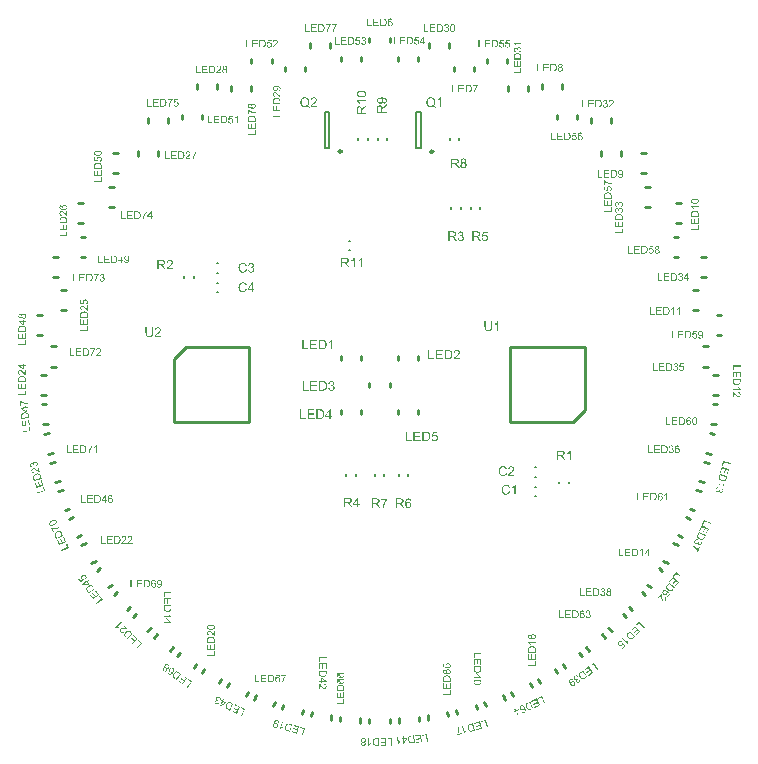
<source format=gto>
G04 Layer_Color=65535*
%FSLAX25Y25*%
%MOIN*%
G70*
G01*
G75*
%ADD94C,0.00984*%
%ADD95C,0.00787*%
%ADD96C,0.01000*%
G36*
X-33797Y-96532D02*
X-33771D01*
X-33741Y-96536D01*
X-33671Y-96551D01*
X-33593Y-96569D01*
X-33512Y-96599D01*
X-33430Y-96643D01*
X-33390Y-96669D01*
X-33353Y-96699D01*
X-33349Y-96702D01*
X-33345Y-96706D01*
X-33334Y-96717D01*
X-33323Y-96728D01*
X-33305Y-96747D01*
X-33290Y-96769D01*
X-33249Y-96821D01*
X-33208Y-96887D01*
X-33171Y-96969D01*
X-33138Y-97061D01*
X-33116Y-97165D01*
X-33430Y-97191D01*
Y-97187D01*
X-33434Y-97183D01*
X-33438Y-97161D01*
X-33449Y-97128D01*
X-33464Y-97087D01*
X-33479Y-97043D01*
X-33501Y-96998D01*
X-33527Y-96958D01*
X-33553Y-96924D01*
X-33560Y-96917D01*
X-33575Y-96902D01*
X-33601Y-96880D01*
X-33638Y-96854D01*
X-33686Y-96832D01*
X-33737Y-96810D01*
X-33800Y-96795D01*
X-33867Y-96788D01*
X-33893D01*
X-33922Y-96791D01*
X-33956Y-96799D01*
X-34000Y-96810D01*
X-34045Y-96825D01*
X-34089Y-96843D01*
X-34133Y-96873D01*
X-34141Y-96876D01*
X-34159Y-96891D01*
X-34185Y-96917D01*
X-34218Y-96954D01*
X-34255Y-96998D01*
X-34296Y-97050D01*
X-34333Y-97117D01*
X-34370Y-97191D01*
Y-97194D01*
X-34374Y-97202D01*
X-34378Y-97213D01*
X-34385Y-97228D01*
X-34389Y-97250D01*
X-34396Y-97276D01*
X-34403Y-97306D01*
X-34411Y-97342D01*
X-34422Y-97383D01*
X-34429Y-97428D01*
X-34437Y-97476D01*
X-34440Y-97527D01*
X-34448Y-97587D01*
X-34452Y-97646D01*
X-34455Y-97712D01*
Y-97779D01*
X-34452Y-97775D01*
X-34437Y-97753D01*
X-34411Y-97724D01*
X-34378Y-97687D01*
X-34341Y-97642D01*
X-34293Y-97601D01*
X-34241Y-97561D01*
X-34181Y-97524D01*
X-34178D01*
X-34174Y-97520D01*
X-34152Y-97509D01*
X-34119Y-97498D01*
X-34074Y-97479D01*
X-34022Y-97465D01*
X-33963Y-97453D01*
X-33900Y-97442D01*
X-33834Y-97439D01*
X-33804D01*
X-33782Y-97442D01*
X-33752Y-97446D01*
X-33723Y-97450D01*
X-33686Y-97457D01*
X-33649Y-97468D01*
X-33564Y-97494D01*
X-33519Y-97513D01*
X-33475Y-97539D01*
X-33430Y-97565D01*
X-33382Y-97594D01*
X-33338Y-97631D01*
X-33297Y-97672D01*
X-33294Y-97676D01*
X-33286Y-97683D01*
X-33275Y-97694D01*
X-33264Y-97712D01*
X-33245Y-97738D01*
X-33227Y-97764D01*
X-33208Y-97798D01*
X-33186Y-97835D01*
X-33164Y-97875D01*
X-33145Y-97920D01*
X-33127Y-97971D01*
X-33108Y-98023D01*
X-33097Y-98079D01*
X-33086Y-98142D01*
X-33079Y-98205D01*
X-33075Y-98271D01*
Y-98275D01*
Y-98282D01*
Y-98293D01*
Y-98312D01*
X-33079Y-98334D01*
Y-98356D01*
X-33090Y-98415D01*
X-33101Y-98486D01*
X-33120Y-98560D01*
X-33145Y-98641D01*
X-33182Y-98719D01*
Y-98723D01*
X-33186Y-98726D01*
X-33194Y-98737D01*
X-33201Y-98752D01*
X-33223Y-98789D01*
X-33257Y-98837D01*
X-33297Y-98889D01*
X-33345Y-98941D01*
X-33404Y-98993D01*
X-33467Y-99037D01*
X-33471D01*
X-33475Y-99041D01*
X-33486Y-99048D01*
X-33501Y-99052D01*
X-33538Y-99070D01*
X-33586Y-99089D01*
X-33649Y-99111D01*
X-33719Y-99126D01*
X-33797Y-99141D01*
X-33882Y-99144D01*
X-33900D01*
X-33919Y-99141D01*
X-33948D01*
X-33982Y-99137D01*
X-34019Y-99130D01*
X-34063Y-99119D01*
X-34108Y-99107D01*
X-34159Y-99093D01*
X-34211Y-99074D01*
X-34263Y-99052D01*
X-34318Y-99022D01*
X-34370Y-98989D01*
X-34422Y-98952D01*
X-34474Y-98908D01*
X-34522Y-98856D01*
X-34526Y-98852D01*
X-34533Y-98841D01*
X-34544Y-98826D01*
X-34559Y-98800D01*
X-34581Y-98767D01*
X-34600Y-98730D01*
X-34622Y-98682D01*
X-34644Y-98630D01*
X-34670Y-98567D01*
X-34692Y-98497D01*
X-34711Y-98419D01*
X-34729Y-98334D01*
X-34748Y-98238D01*
X-34759Y-98134D01*
X-34766Y-98023D01*
X-34770Y-97905D01*
Y-97901D01*
Y-97897D01*
Y-97886D01*
Y-97872D01*
X-34766Y-97835D01*
Y-97783D01*
X-34762Y-97724D01*
X-34755Y-97653D01*
X-34748Y-97576D01*
X-34736Y-97491D01*
X-34722Y-97405D01*
X-34703Y-97313D01*
X-34681Y-97224D01*
X-34655Y-97135D01*
X-34622Y-97050D01*
X-34585Y-96969D01*
X-34544Y-96891D01*
X-34496Y-96825D01*
X-34492Y-96821D01*
X-34485Y-96813D01*
X-34470Y-96799D01*
X-34452Y-96776D01*
X-34429Y-96754D01*
X-34400Y-96732D01*
X-34363Y-96702D01*
X-34326Y-96676D01*
X-34281Y-96651D01*
X-34233Y-96621D01*
X-34178Y-96599D01*
X-34122Y-96573D01*
X-34059Y-96554D01*
X-33993Y-96540D01*
X-33922Y-96532D01*
X-33849Y-96529D01*
X-33819D01*
X-33797Y-96532D01*
D02*
G37*
G36*
X-69340Y-79001D02*
Y-79256D01*
X-70997D01*
Y-79604D01*
X-71286D01*
Y-79256D01*
X-71900D01*
Y-78942D01*
X-71286D01*
Y-77828D01*
X-70997D01*
X-69340Y-79001D01*
D02*
G37*
G36*
X-98444Y-63291D02*
X-98438Y-63292D01*
X-98425Y-63291D01*
X-98404Y-63295D01*
X-98379Y-63299D01*
X-98346Y-63308D01*
X-98304Y-63315D01*
X-98262Y-63331D01*
X-98214Y-63347D01*
X-98165Y-63366D01*
X-98114Y-63394D01*
X-98061Y-63425D01*
X-98005Y-63458D01*
X-97954Y-63499D01*
X-97902Y-63548D01*
X-97850Y-63603D01*
X-97803Y-63664D01*
X-97800Y-63667D01*
X-97794Y-63676D01*
X-97784Y-63691D01*
X-97772Y-63715D01*
X-97758Y-63741D01*
X-97742Y-63770D01*
X-97721Y-63806D01*
X-97707Y-63845D01*
X-97672Y-63934D01*
X-97646Y-64029D01*
X-97637Y-64081D01*
X-97631Y-64135D01*
X-97629Y-64189D01*
X-97631Y-64244D01*
X-97632Y-64249D01*
X-97631Y-64258D01*
X-97639Y-64272D01*
X-97642Y-64293D01*
X-97647Y-64318D01*
X-97655Y-64346D01*
X-97666Y-64381D01*
X-97683Y-64416D01*
X-97697Y-64453D01*
X-97718Y-64495D01*
X-97767Y-64579D01*
X-97833Y-64666D01*
X-97872Y-64706D01*
X-97917Y-64746D01*
X-98127Y-64491D01*
X-98124Y-64489D01*
X-98118Y-64485D01*
X-98111Y-64476D01*
X-98097Y-64462D01*
X-98071Y-64430D01*
X-98033Y-64386D01*
X-98001Y-64336D01*
X-97966Y-64275D01*
X-97942Y-64213D01*
X-97925Y-64147D01*
X-97926Y-64139D01*
X-97923Y-64118D01*
X-97925Y-64083D01*
X-97930Y-64037D01*
X-97937Y-63988D01*
X-97954Y-63932D01*
X-97978Y-63872D01*
X-98015Y-63813D01*
X-98017Y-63810D01*
X-98021Y-63803D01*
X-98027Y-63794D01*
X-98039Y-63784D01*
X-98068Y-63750D01*
X-98109Y-63716D01*
X-98161Y-63675D01*
X-98221Y-63641D01*
X-98295Y-63612D01*
X-98334Y-63602D01*
X-98375Y-63595D01*
X-98380Y-63594D01*
X-98385Y-63593D01*
X-98399Y-63593D01*
X-98414Y-63591D01*
X-98462Y-63593D01*
X-98522Y-63598D01*
X-98588Y-63613D01*
X-98667Y-63636D01*
X-98753Y-63674D01*
X-98797Y-63696D01*
X-98839Y-63726D01*
X-98842Y-63728D01*
X-98848Y-63732D01*
X-98860Y-63740D01*
X-98873Y-63754D01*
X-98891Y-63767D01*
X-98910Y-63785D01*
X-98953Y-63828D01*
X-99000Y-63883D01*
X-99042Y-63945D01*
X-99076Y-64013D01*
X-99098Y-64092D01*
X-99101Y-64094D01*
X-99099Y-64102D01*
X-99104Y-64128D01*
X-99106Y-64170D01*
X-99105Y-64223D01*
X-99092Y-64287D01*
X-99075Y-64356D01*
X-99046Y-64430D01*
X-99026Y-64471D01*
X-99001Y-64507D01*
X-98997Y-64513D01*
X-98986Y-64529D01*
X-98966Y-64551D01*
X-98942Y-64579D01*
X-98907Y-64609D01*
X-98873Y-64639D01*
X-98830Y-64668D01*
X-98784Y-64694D01*
X-98779Y-64695D01*
X-98764Y-64703D01*
X-98736Y-64711D01*
X-98704Y-64724D01*
X-98666Y-64734D01*
X-98622Y-64739D01*
X-98576Y-64747D01*
X-98527Y-64745D01*
X-98391Y-65011D01*
X-99612Y-65563D01*
X-100342Y-64521D01*
X-100096Y-64349D01*
X-99509Y-65188D01*
X-98863Y-64904D01*
X-98869Y-64903D01*
X-98876Y-64899D01*
X-98888Y-64894D01*
X-98908Y-64885D01*
X-98930Y-64873D01*
X-98957Y-64860D01*
X-99015Y-64829D01*
X-99082Y-64785D01*
X-99150Y-64734D01*
X-99216Y-64671D01*
X-99247Y-64639D01*
X-99275Y-64600D01*
X-99277Y-64597D01*
X-99283Y-64588D01*
X-99294Y-64573D01*
X-99304Y-64552D01*
X-99318Y-64526D01*
X-99334Y-64497D01*
X-99349Y-64462D01*
X-99363Y-64422D01*
X-99393Y-64335D01*
X-99405Y-64285D01*
X-99411Y-64230D01*
X-99418Y-64176D01*
X-99421Y-64120D01*
X-99416Y-64062D01*
X-99409Y-64003D01*
X-99408Y-63997D01*
X-99406Y-63987D01*
X-99403Y-63972D01*
X-99396Y-63949D01*
X-99386Y-63919D01*
X-99375Y-63889D01*
X-99361Y-63851D01*
X-99343Y-63812D01*
X-99320Y-63774D01*
X-99297Y-63730D01*
X-99265Y-63685D01*
X-99233Y-63640D01*
X-99196Y-63596D01*
X-99151Y-63551D01*
X-99104Y-63509D01*
X-99051Y-63468D01*
X-99048Y-63466D01*
X-99039Y-63459D01*
X-99024Y-63449D01*
X-99001Y-63437D01*
X-98974Y-63423D01*
X-98945Y-63407D01*
X-98907Y-63389D01*
X-98870Y-63372D01*
X-98778Y-63335D01*
X-98675Y-63308D01*
X-98620Y-63297D01*
X-98563Y-63293D01*
X-98504Y-63288D01*
X-98444Y-63291D01*
D02*
G37*
G36*
X-69340Y-72963D02*
X-69643D01*
Y-71450D01*
X-70424D01*
Y-72867D01*
X-70727D01*
Y-71450D01*
X-71597D01*
Y-73022D01*
X-71900D01*
Y-71109D01*
X-69340D01*
Y-72963D01*
D02*
G37*
G36*
Y-74373D02*
Y-74376D01*
Y-74387D01*
Y-74402D01*
Y-74421D01*
Y-74446D01*
Y-74476D01*
X-69343Y-74543D01*
X-69347Y-74617D01*
X-69354Y-74691D01*
X-69366Y-74765D01*
X-69377Y-74828D01*
Y-74831D01*
X-69380Y-74839D01*
Y-74850D01*
X-69388Y-74865D01*
X-69399Y-74905D01*
X-69417Y-74957D01*
X-69443Y-75016D01*
X-69476Y-75079D01*
X-69513Y-75142D01*
X-69562Y-75201D01*
X-69565Y-75205D01*
X-69569Y-75209D01*
X-69580Y-75220D01*
X-69591Y-75235D01*
X-69628Y-75272D01*
X-69680Y-75316D01*
X-69743Y-75364D01*
X-69817Y-75416D01*
X-69902Y-75464D01*
X-69998Y-75505D01*
X-70002D01*
X-70009Y-75508D01*
X-70024Y-75516D01*
X-70046Y-75520D01*
X-70072Y-75531D01*
X-70102Y-75538D01*
X-70135Y-75545D01*
X-70176Y-75556D01*
X-70217Y-75568D01*
X-70265Y-75575D01*
X-70368Y-75594D01*
X-70483Y-75605D01*
X-70609Y-75608D01*
X-70657D01*
X-70683Y-75605D01*
X-70712D01*
X-70783Y-75601D01*
X-70864Y-75590D01*
X-70949Y-75579D01*
X-71038Y-75560D01*
X-71127Y-75538D01*
X-71130D01*
X-71138Y-75534D01*
X-71149Y-75531D01*
X-71164Y-75527D01*
X-71204Y-75512D01*
X-71256Y-75490D01*
X-71315Y-75468D01*
X-71375Y-75438D01*
X-71438Y-75401D01*
X-71497Y-75364D01*
X-71504Y-75360D01*
X-71523Y-75346D01*
X-71548Y-75323D01*
X-71582Y-75294D01*
X-71619Y-75261D01*
X-71656Y-75220D01*
X-71697Y-75179D01*
X-71730Y-75131D01*
X-71733Y-75124D01*
X-71745Y-75109D01*
X-71759Y-75083D01*
X-71778Y-75046D01*
X-71800Y-75002D01*
X-71819Y-74950D01*
X-71841Y-74891D01*
X-71859Y-74824D01*
Y-74820D01*
Y-74817D01*
X-71863Y-74805D01*
X-71867Y-74794D01*
X-71870Y-74757D01*
X-71878Y-74705D01*
X-71885Y-74646D01*
X-71893Y-74576D01*
X-71896Y-74498D01*
X-71900Y-74413D01*
Y-73492D01*
X-69340D01*
Y-74373D01*
D02*
G37*
G36*
Y-77011D02*
Y-77266D01*
X-70997D01*
Y-77614D01*
X-71286D01*
Y-77266D01*
X-71900D01*
Y-76951D01*
X-71286D01*
Y-75838D01*
X-70997D01*
X-69340Y-77011D01*
D02*
G37*
G36*
X-96803Y-65168D02*
X-97307Y-65521D01*
X-96668Y-66433D01*
X-96904Y-66599D01*
X-98935Y-66589D01*
X-99081Y-66379D01*
X-97723Y-65429D01*
X-97923Y-65144D01*
X-97686Y-64978D01*
X-97487Y-65263D01*
X-96984Y-64911D01*
X-96803Y-65168D01*
D02*
G37*
G36*
X-93452Y-69954D02*
X-95550Y-71423D01*
X-96613Y-69904D01*
X-96364Y-69730D01*
X-95496Y-70970D01*
X-94857Y-70522D01*
X-95670Y-69361D01*
X-95421Y-69187D01*
X-94608Y-70348D01*
X-93896Y-69849D01*
X-94798Y-68561D01*
X-94550Y-68387D01*
X-93452Y-69954D01*
D02*
G37*
G36*
X-92300Y-71600D02*
X-94397Y-73069D01*
X-94593Y-72790D01*
X-92744Y-71495D01*
X-93467Y-70462D01*
X-93219Y-70288D01*
X-92300Y-71600D01*
D02*
G37*
G36*
X-89606Y-36732D02*
X-89580D01*
X-89551Y-36736D01*
X-89480Y-36751D01*
X-89403Y-36769D01*
X-89321Y-36799D01*
X-89240Y-36843D01*
X-89199Y-36869D01*
X-89162Y-36899D01*
X-89158Y-36902D01*
X-89155Y-36906D01*
X-89144Y-36917D01*
X-89132Y-36928D01*
X-89114Y-36947D01*
X-89099Y-36969D01*
X-89059Y-37021D01*
X-89018Y-37087D01*
X-88981Y-37169D01*
X-88947Y-37261D01*
X-88925Y-37365D01*
X-89240Y-37391D01*
Y-37387D01*
X-89244Y-37383D01*
X-89247Y-37361D01*
X-89258Y-37328D01*
X-89273Y-37287D01*
X-89288Y-37243D01*
X-89310Y-37198D01*
X-89336Y-37158D01*
X-89362Y-37124D01*
X-89369Y-37117D01*
X-89384Y-37102D01*
X-89410Y-37080D01*
X-89447Y-37054D01*
X-89495Y-37032D01*
X-89547Y-37010D01*
X-89610Y-36995D01*
X-89676Y-36988D01*
X-89702D01*
X-89732Y-36991D01*
X-89765Y-36999D01*
X-89810Y-37010D01*
X-89854Y-37025D01*
X-89898Y-37043D01*
X-89943Y-37073D01*
X-89950Y-37076D01*
X-89969Y-37091D01*
X-89995Y-37117D01*
X-90028Y-37154D01*
X-90065Y-37198D01*
X-90106Y-37250D01*
X-90143Y-37317D01*
X-90180Y-37391D01*
Y-37394D01*
X-90183Y-37402D01*
X-90187Y-37413D01*
X-90194Y-37428D01*
X-90198Y-37450D01*
X-90206Y-37476D01*
X-90213Y-37505D01*
X-90220Y-37543D01*
X-90231Y-37583D01*
X-90239Y-37628D01*
X-90246Y-37676D01*
X-90250Y-37727D01*
X-90257Y-37787D01*
X-90261Y-37846D01*
X-90265Y-37912D01*
Y-37979D01*
X-90261Y-37975D01*
X-90246Y-37953D01*
X-90220Y-37924D01*
X-90187Y-37887D01*
X-90150Y-37842D01*
X-90102Y-37802D01*
X-90050Y-37761D01*
X-89991Y-37724D01*
X-89987D01*
X-89983Y-37720D01*
X-89961Y-37709D01*
X-89928Y-37698D01*
X-89884Y-37679D01*
X-89832Y-37665D01*
X-89773Y-37653D01*
X-89710Y-37642D01*
X-89643Y-37639D01*
X-89613D01*
X-89591Y-37642D01*
X-89562Y-37646D01*
X-89532Y-37650D01*
X-89495Y-37657D01*
X-89458Y-37668D01*
X-89373Y-37694D01*
X-89329Y-37713D01*
X-89284Y-37739D01*
X-89240Y-37764D01*
X-89192Y-37794D01*
X-89147Y-37831D01*
X-89107Y-37872D01*
X-89103Y-37876D01*
X-89095Y-37883D01*
X-89084Y-37894D01*
X-89073Y-37912D01*
X-89055Y-37938D01*
X-89036Y-37964D01*
X-89018Y-37998D01*
X-88996Y-38035D01*
X-88973Y-38075D01*
X-88955Y-38120D01*
X-88936Y-38171D01*
X-88918Y-38223D01*
X-88907Y-38279D01*
X-88896Y-38342D01*
X-88888Y-38405D01*
X-88885Y-38471D01*
Y-38475D01*
Y-38482D01*
Y-38493D01*
Y-38512D01*
X-88888Y-38534D01*
Y-38556D01*
X-88899Y-38616D01*
X-88911Y-38686D01*
X-88929Y-38760D01*
X-88955Y-38841D01*
X-88992Y-38919D01*
Y-38923D01*
X-88996Y-38926D01*
X-89003Y-38937D01*
X-89010Y-38952D01*
X-89033Y-38989D01*
X-89066Y-39037D01*
X-89107Y-39089D01*
X-89155Y-39141D01*
X-89214Y-39193D01*
X-89277Y-39237D01*
X-89280D01*
X-89284Y-39241D01*
X-89295Y-39248D01*
X-89310Y-39252D01*
X-89347Y-39270D01*
X-89395Y-39289D01*
X-89458Y-39311D01*
X-89528Y-39326D01*
X-89606Y-39341D01*
X-89691Y-39344D01*
X-89710D01*
X-89728Y-39341D01*
X-89758D01*
X-89791Y-39337D01*
X-89828Y-39330D01*
X-89872Y-39318D01*
X-89917Y-39307D01*
X-89969Y-39293D01*
X-90021Y-39274D01*
X-90072Y-39252D01*
X-90128Y-39222D01*
X-90180Y-39189D01*
X-90231Y-39152D01*
X-90283Y-39108D01*
X-90331Y-39056D01*
X-90335Y-39052D01*
X-90342Y-39041D01*
X-90354Y-39026D01*
X-90368Y-39000D01*
X-90390Y-38967D01*
X-90409Y-38930D01*
X-90431Y-38882D01*
X-90453Y-38830D01*
X-90479Y-38767D01*
X-90501Y-38697D01*
X-90520Y-38619D01*
X-90539Y-38534D01*
X-90557Y-38438D01*
X-90568Y-38334D01*
X-90575Y-38223D01*
X-90579Y-38105D01*
Y-38101D01*
Y-38098D01*
Y-38086D01*
Y-38072D01*
X-90575Y-38035D01*
Y-37983D01*
X-90572Y-37924D01*
X-90564Y-37853D01*
X-90557Y-37776D01*
X-90546Y-37690D01*
X-90531Y-37605D01*
X-90513Y-37513D01*
X-90490Y-37424D01*
X-90465Y-37335D01*
X-90431Y-37250D01*
X-90394Y-37169D01*
X-90354Y-37091D01*
X-90305Y-37025D01*
X-90302Y-37021D01*
X-90294Y-37013D01*
X-90280Y-36999D01*
X-90261Y-36976D01*
X-90239Y-36954D01*
X-90209Y-36932D01*
X-90172Y-36902D01*
X-90135Y-36876D01*
X-90091Y-36851D01*
X-90043Y-36821D01*
X-89987Y-36799D01*
X-89932Y-36773D01*
X-89869Y-36754D01*
X-89802Y-36740D01*
X-89732Y-36732D01*
X-89658Y-36729D01*
X-89628D01*
X-89606Y-36732D01*
D02*
G37*
G36*
X-11700Y-106400D02*
X-14260D01*
Y-106060D01*
X-12003D01*
Y-104798D01*
X-11700D01*
Y-106400D01*
D02*
G37*
G36*
Y-104391D02*
X-14260D01*
Y-102537D01*
X-13957D01*
Y-104051D01*
X-13176D01*
Y-102633D01*
X-12873D01*
Y-104051D01*
X-12003D01*
Y-102478D01*
X-11700D01*
Y-104391D01*
D02*
G37*
G36*
X-96192Y-66700D02*
X-96157Y-66704D01*
X-96113Y-66709D01*
X-96064Y-66715D01*
X-96010Y-66727D01*
X-95954Y-66737D01*
X-95899Y-66757D01*
X-95891Y-66761D01*
X-95874Y-66767D01*
X-95847Y-66780D01*
X-95811Y-66799D01*
X-95767Y-66823D01*
X-95722Y-66855D01*
X-95670Y-66891D01*
X-95616Y-66935D01*
X-95614Y-66938D01*
X-95612Y-66941D01*
X-95603Y-66948D01*
X-95593Y-66955D01*
X-95569Y-66983D01*
X-95533Y-67021D01*
X-95493Y-67065D01*
X-95447Y-67119D01*
X-95399Y-67180D01*
X-95347Y-67248D01*
X-94819Y-68002D01*
X-96916Y-69471D01*
X-97421Y-68750D01*
X-97424Y-68747D01*
X-97430Y-68738D01*
X-97439Y-68725D01*
X-97449Y-68710D01*
X-97464Y-68689D01*
X-97481Y-68665D01*
X-97516Y-68608D01*
X-97556Y-68545D01*
X-97592Y-68480D01*
X-97625Y-68414D01*
X-97652Y-68356D01*
X-97654Y-68353D01*
X-97656Y-68344D01*
X-97662Y-68335D01*
X-97664Y-68319D01*
X-97679Y-68279D01*
X-97693Y-68226D01*
X-97706Y-68163D01*
X-97715Y-68092D01*
X-97720Y-68019D01*
X-97715Y-67943D01*
X-97714Y-67938D01*
X-97713Y-67933D01*
X-97711Y-67918D01*
X-97710Y-67899D01*
X-97701Y-67848D01*
X-97684Y-67782D01*
X-97660Y-67706D01*
X-97629Y-67621D01*
X-97587Y-67533D01*
X-97531Y-67444D01*
X-97528Y-67442D01*
X-97524Y-67435D01*
X-97517Y-67421D01*
X-97500Y-67405D01*
X-97486Y-67381D01*
X-97466Y-67358D01*
X-97443Y-67333D01*
X-97416Y-67300D01*
X-97389Y-67268D01*
X-97354Y-67234D01*
X-97279Y-67159D01*
X-97192Y-67085D01*
X-97091Y-67009D01*
X-97088Y-67007D01*
X-97082Y-67003D01*
X-97066Y-66992D01*
X-97051Y-66982D01*
X-97028Y-66970D01*
X-97004Y-66953D01*
X-96944Y-66916D01*
X-96871Y-66878D01*
X-96795Y-66838D01*
X-96712Y-66803D01*
X-96626Y-66770D01*
X-96623Y-66768D01*
X-96615Y-66767D01*
X-96604Y-66763D01*
X-96589Y-66758D01*
X-96548Y-66746D01*
X-96492Y-66735D01*
X-96431Y-66719D01*
X-96366Y-66710D01*
X-96293Y-66704D01*
X-96223Y-66700D01*
X-96215Y-66699D01*
X-96192Y-66700D01*
D02*
G37*
G36*
X-17640Y-98711D02*
Y-98966D01*
X-19297D01*
Y-99314D01*
X-19586D01*
Y-98966D01*
X-20200D01*
Y-98651D01*
X-19586D01*
Y-97538D01*
X-19297D01*
X-17640Y-98711D01*
D02*
G37*
G36*
X-20130Y-99595D02*
X-20096Y-99599D01*
X-20059Y-99606D01*
X-20022Y-99613D01*
X-19982Y-99628D01*
X-19978D01*
X-19974Y-99632D01*
X-19952Y-99639D01*
X-19919Y-99654D01*
X-19874Y-99676D01*
X-19823Y-99706D01*
X-19763Y-99743D01*
X-19704Y-99784D01*
X-19641Y-99835D01*
X-19638D01*
X-19634Y-99843D01*
X-19612Y-99861D01*
X-19578Y-99895D01*
X-19530Y-99943D01*
X-19475Y-99998D01*
X-19408Y-100068D01*
X-19334Y-100154D01*
X-19256Y-100246D01*
X-19253Y-100250D01*
X-19242Y-100265D01*
X-19223Y-100287D01*
X-19201Y-100313D01*
X-19171Y-100346D01*
X-19138Y-100387D01*
X-19101Y-100427D01*
X-19060Y-100476D01*
X-18972Y-100568D01*
X-18883Y-100661D01*
X-18838Y-100705D01*
X-18794Y-100746D01*
X-18753Y-100783D01*
X-18713Y-100812D01*
X-18709D01*
X-18705Y-100820D01*
X-18694Y-100827D01*
X-18679Y-100834D01*
X-18639Y-100860D01*
X-18590Y-100890D01*
X-18531Y-100916D01*
X-18468Y-100942D01*
X-18398Y-100956D01*
X-18331Y-100964D01*
X-18324D01*
X-18302Y-100960D01*
X-18265Y-100956D01*
X-18224Y-100945D01*
X-18172Y-100931D01*
X-18121Y-100905D01*
X-18069Y-100871D01*
X-18017Y-100827D01*
X-18010Y-100820D01*
X-17995Y-100801D01*
X-17976Y-100775D01*
X-17950Y-100734D01*
X-17928Y-100683D01*
X-17906Y-100624D01*
X-17891Y-100553D01*
X-17887Y-100476D01*
Y-100472D01*
Y-100464D01*
Y-100453D01*
X-17891Y-100438D01*
X-17895Y-100394D01*
X-17906Y-100342D01*
X-17921Y-100287D01*
X-17947Y-100224D01*
X-17980Y-100165D01*
X-18024Y-100109D01*
X-18032Y-100102D01*
X-18050Y-100087D01*
X-18080Y-100065D01*
X-18124Y-100043D01*
X-18176Y-100017D01*
X-18243Y-99994D01*
X-18317Y-99980D01*
X-18402Y-99972D01*
X-18369Y-99650D01*
X-18365D01*
X-18354Y-99654D01*
X-18335D01*
X-18309Y-99658D01*
X-18280Y-99665D01*
X-18246Y-99673D01*
X-18206Y-99684D01*
X-18165Y-99695D01*
X-18076Y-99724D01*
X-17987Y-99769D01*
X-17943Y-99795D01*
X-17899Y-99828D01*
X-17858Y-99861D01*
X-17821Y-99898D01*
X-17817Y-99902D01*
X-17813Y-99909D01*
X-17802Y-99920D01*
X-17791Y-99939D01*
X-17776Y-99961D01*
X-17762Y-99987D01*
X-17743Y-100017D01*
X-17725Y-100054D01*
X-17706Y-100094D01*
X-17688Y-100139D01*
X-17673Y-100187D01*
X-17658Y-100239D01*
X-17647Y-100294D01*
X-17636Y-100353D01*
X-17632Y-100416D01*
X-17628Y-100483D01*
Y-100487D01*
Y-100498D01*
Y-100520D01*
X-17632Y-100546D01*
X-17636Y-100575D01*
X-17640Y-100612D01*
X-17647Y-100653D01*
X-17654Y-100694D01*
X-17680Y-100790D01*
X-17717Y-100886D01*
X-17740Y-100934D01*
X-17765Y-100982D01*
X-17799Y-101027D01*
X-17836Y-101067D01*
X-17839Y-101071D01*
X-17843Y-101079D01*
X-17858Y-101086D01*
X-17873Y-101101D01*
X-17891Y-101119D01*
X-17917Y-101138D01*
X-17943Y-101156D01*
X-17976Y-101179D01*
X-18047Y-101216D01*
X-18135Y-101252D01*
X-18180Y-101267D01*
X-18232Y-101275D01*
X-18283Y-101282D01*
X-18339Y-101286D01*
X-18365D01*
X-18394Y-101282D01*
X-18435Y-101278D01*
X-18480Y-101271D01*
X-18531Y-101256D01*
X-18587Y-101241D01*
X-18642Y-101219D01*
X-18650Y-101216D01*
X-18668Y-101208D01*
X-18698Y-101193D01*
X-18738Y-101171D01*
X-18783Y-101142D01*
X-18838Y-101104D01*
X-18894Y-101060D01*
X-18957Y-101008D01*
X-18964Y-101001D01*
X-18986Y-100982D01*
X-19005Y-100964D01*
X-19023Y-100945D01*
X-19046Y-100923D01*
X-19075Y-100894D01*
X-19105Y-100864D01*
X-19138Y-100827D01*
X-19175Y-100790D01*
X-19216Y-100746D01*
X-19256Y-100698D01*
X-19305Y-100646D01*
X-19353Y-100586D01*
X-19405Y-100527D01*
X-19408Y-100524D01*
X-19416Y-100516D01*
X-19427Y-100501D01*
X-19442Y-100483D01*
X-19464Y-100461D01*
X-19486Y-100435D01*
X-19534Y-100376D01*
X-19590Y-100313D01*
X-19645Y-100253D01*
X-19693Y-100202D01*
X-19712Y-100180D01*
X-19730Y-100161D01*
X-19734Y-100157D01*
X-19745Y-100146D01*
X-19760Y-100131D01*
X-19782Y-100113D01*
X-19808Y-100094D01*
X-19834Y-100072D01*
X-19897Y-100028D01*
Y-101289D01*
X-20200D01*
Y-99591D01*
X-20159D01*
X-20130Y-99595D01*
D02*
G37*
G36*
X-53783Y-103897D02*
X-53732Y-103901D01*
X-53674Y-103907D01*
X-53614Y-103919D01*
X-53552Y-103935D01*
X-53492Y-103955D01*
X-53427Y-103982D01*
X-53423Y-103983D01*
X-53413Y-103988D01*
X-53397Y-103996D01*
X-53378Y-104008D01*
X-53353Y-104024D01*
X-53324Y-104042D01*
X-53294Y-104064D01*
X-53260Y-104088D01*
X-53189Y-104146D01*
X-53121Y-104218D01*
X-53087Y-104259D01*
X-53057Y-104301D01*
X-53031Y-104350D01*
X-53005Y-104399D01*
X-53003Y-104404D01*
X-53000Y-104414D01*
X-52994Y-104428D01*
X-52990Y-104446D01*
X-52981Y-104471D01*
X-52975Y-104502D01*
X-52966Y-104535D01*
X-52960Y-104575D01*
X-52956Y-104618D01*
X-52951Y-104661D01*
X-52952Y-104758D01*
X-52966Y-104866D01*
X-52979Y-104921D01*
X-52997Y-104978D01*
X-53299Y-104882D01*
X-53298Y-104879D01*
X-53298Y-104870D01*
X-53295Y-104855D01*
X-53291Y-104837D01*
X-53285Y-104815D01*
X-53281Y-104789D01*
X-53274Y-104731D01*
X-53269Y-104659D01*
X-53273Y-104588D01*
X-53281Y-104519D01*
X-53300Y-104453D01*
X-53305Y-104447D01*
X-53312Y-104427D01*
X-53331Y-104398D01*
X-53357Y-104365D01*
X-53387Y-104326D01*
X-53430Y-104286D01*
X-53481Y-104246D01*
X-53540Y-104215D01*
X-53543Y-104213D01*
X-53550Y-104210D01*
X-53560Y-104205D01*
X-53575Y-104202D01*
X-53613Y-104189D01*
X-53665Y-104177D01*
X-53726Y-104169D01*
X-53794Y-104165D01*
X-53867Y-104173D01*
X-53942Y-104194D01*
X-53952Y-104198D01*
X-53978Y-104210D01*
X-54013Y-104231D01*
X-54058Y-104259D01*
X-54108Y-104297D01*
X-54155Y-104344D01*
X-54203Y-104403D01*
X-54244Y-104474D01*
X-54246Y-104478D01*
X-54249Y-104484D01*
X-54254Y-104494D01*
X-54256Y-104509D01*
X-54270Y-104548D01*
X-54281Y-104596D01*
X-54292Y-104656D01*
X-54294Y-104720D01*
X-54285Y-104790D01*
X-54265Y-104860D01*
X-54262Y-104870D01*
X-54251Y-104891D01*
X-54234Y-104924D01*
X-54208Y-104965D01*
X-54172Y-105010D01*
X-54124Y-105057D01*
X-54067Y-105100D01*
X-53999Y-105140D01*
X-53996Y-105141D01*
X-53986Y-105146D01*
X-53969Y-105154D01*
X-53944Y-105161D01*
X-53912Y-105172D01*
X-53876Y-105181D01*
X-53832Y-105193D01*
X-53784Y-105203D01*
X-53935Y-105439D01*
X-53938Y-105437D01*
X-53952Y-105431D01*
X-53964Y-105422D01*
X-53977Y-105415D01*
X-53980Y-105414D01*
X-53984Y-105412D01*
X-53994Y-105408D01*
X-54007Y-105401D01*
X-54047Y-105391D01*
X-54094Y-105377D01*
X-54149Y-105364D01*
X-54214Y-105354D01*
X-54278Y-105352D01*
X-54349Y-105356D01*
X-54353Y-105354D01*
X-54357Y-105356D01*
X-54381Y-105362D01*
X-54415Y-105374D01*
X-54456Y-105392D01*
X-54503Y-105423D01*
X-54550Y-105462D01*
X-54593Y-105512D01*
X-54616Y-105542D01*
X-54633Y-105579D01*
X-54634Y-105582D01*
X-54636Y-105586D01*
X-54645Y-105606D01*
X-54651Y-105636D01*
X-54662Y-105676D01*
X-54667Y-105722D01*
X-54671Y-105774D01*
X-54664Y-105830D01*
X-54646Y-105887D01*
X-54644Y-105892D01*
X-54634Y-105913D01*
X-54618Y-105941D01*
X-54597Y-105975D01*
X-54565Y-106011D01*
X-54526Y-106049D01*
X-54478Y-106088D01*
X-54419Y-106119D01*
X-54416Y-106121D01*
X-54413Y-106122D01*
X-54393Y-106132D01*
X-54359Y-106139D01*
X-54316Y-106151D01*
X-54266Y-106158D01*
X-54215Y-106162D01*
X-54155Y-106157D01*
X-54096Y-106144D01*
X-54091Y-106142D01*
X-54070Y-106131D01*
X-54039Y-106117D01*
X-54000Y-106095D01*
X-53956Y-106062D01*
X-53907Y-106019D01*
X-53858Y-105965D01*
X-53810Y-105897D01*
X-53548Y-106081D01*
X-53550Y-106084D01*
X-53558Y-106093D01*
X-53567Y-106104D01*
X-53580Y-106123D01*
X-53598Y-106143D01*
X-53620Y-106165D01*
X-53670Y-106220D01*
X-53738Y-106278D01*
X-53813Y-106333D01*
X-53896Y-106380D01*
X-53989Y-106414D01*
X-53994Y-106416D01*
X-54002Y-106416D01*
X-54016Y-106418D01*
X-54034Y-106422D01*
X-54057Y-106427D01*
X-54087Y-106430D01*
X-54116Y-106432D01*
X-54154Y-106435D01*
X-54234Y-106430D01*
X-54324Y-106421D01*
X-54422Y-106396D01*
X-54472Y-106381D01*
X-54522Y-106357D01*
X-54526Y-106356D01*
X-54532Y-106352D01*
X-54542Y-106348D01*
X-54556Y-106342D01*
X-54591Y-106321D01*
X-54632Y-106294D01*
X-54681Y-106259D01*
X-54733Y-106214D01*
X-54784Y-106166D01*
X-54832Y-106111D01*
X-54835Y-106109D01*
X-54837Y-106104D01*
X-54852Y-106085D01*
X-54873Y-106051D01*
X-54896Y-106011D01*
X-54920Y-105959D01*
X-54944Y-105903D01*
X-54963Y-105841D01*
X-54974Y-105775D01*
X-54974Y-105767D01*
X-54976Y-105745D01*
X-54975Y-105709D01*
X-54975Y-105664D01*
X-54971Y-105613D01*
X-54961Y-105556D01*
X-54945Y-105495D01*
X-54922Y-105436D01*
X-54918Y-105429D01*
X-54909Y-105409D01*
X-54893Y-105384D01*
X-54869Y-105350D01*
X-54839Y-105311D01*
X-54800Y-105272D01*
X-54758Y-105235D01*
X-54709Y-105200D01*
X-54703Y-105195D01*
X-54687Y-105186D01*
X-54656Y-105172D01*
X-54616Y-105158D01*
X-54569Y-105143D01*
X-54513Y-105129D01*
X-54452Y-105120D01*
X-54381Y-105117D01*
X-54384Y-105115D01*
X-54389Y-105109D01*
X-54398Y-105101D01*
X-54409Y-105091D01*
X-54440Y-105061D01*
X-54478Y-105018D01*
X-54519Y-104967D01*
X-54557Y-104908D01*
X-54587Y-104841D01*
X-54610Y-104769D01*
X-54611Y-104761D01*
X-54615Y-104734D01*
X-54619Y-104691D01*
X-54619Y-104638D01*
X-54614Y-104575D01*
X-54604Y-104502D01*
X-54583Y-104422D01*
X-54549Y-104340D01*
X-54548Y-104337D01*
X-54543Y-104327D01*
X-54535Y-104310D01*
X-54522Y-104291D01*
X-54506Y-104266D01*
X-54486Y-104239D01*
X-54463Y-104209D01*
X-54440Y-104175D01*
X-54375Y-104107D01*
X-54335Y-104073D01*
X-54296Y-104042D01*
X-54249Y-104011D01*
X-54198Y-103981D01*
X-54144Y-103953D01*
X-54085Y-103932D01*
X-54080Y-103930D01*
X-54071Y-103926D01*
X-54052Y-103923D01*
X-54029Y-103917D01*
X-54001Y-103910D01*
X-53967Y-103905D01*
X-53927Y-103899D01*
X-53882Y-103900D01*
X-53836Y-103897D01*
X-53783Y-103897D01*
D02*
G37*
G36*
X-41260Y-98797D02*
X-39998D01*
Y-99100D01*
X-41600D01*
Y-96540D01*
X-41260D01*
Y-98797D01*
D02*
G37*
G36*
X-17640Y-96073D02*
Y-96076D01*
Y-96087D01*
Y-96102D01*
Y-96121D01*
Y-96147D01*
Y-96176D01*
X-17643Y-96243D01*
X-17647Y-96317D01*
X-17654Y-96391D01*
X-17665Y-96465D01*
X-17677Y-96528D01*
Y-96531D01*
X-17680Y-96539D01*
Y-96550D01*
X-17688Y-96565D01*
X-17699Y-96605D01*
X-17717Y-96657D01*
X-17743Y-96716D01*
X-17776Y-96779D01*
X-17813Y-96842D01*
X-17862Y-96901D01*
X-17865Y-96905D01*
X-17869Y-96909D01*
X-17880Y-96920D01*
X-17891Y-96935D01*
X-17928Y-96972D01*
X-17980Y-97016D01*
X-18043Y-97064D01*
X-18117Y-97116D01*
X-18202Y-97164D01*
X-18298Y-97205D01*
X-18302D01*
X-18309Y-97208D01*
X-18324Y-97216D01*
X-18346Y-97220D01*
X-18372Y-97231D01*
X-18402Y-97238D01*
X-18435Y-97245D01*
X-18476Y-97256D01*
X-18517Y-97268D01*
X-18565Y-97275D01*
X-18668Y-97294D01*
X-18783Y-97305D01*
X-18909Y-97308D01*
X-18957D01*
X-18983Y-97305D01*
X-19012D01*
X-19083Y-97301D01*
X-19164Y-97290D01*
X-19249Y-97279D01*
X-19338Y-97260D01*
X-19427Y-97238D01*
X-19430D01*
X-19438Y-97234D01*
X-19449Y-97231D01*
X-19464Y-97227D01*
X-19504Y-97212D01*
X-19556Y-97190D01*
X-19615Y-97168D01*
X-19675Y-97138D01*
X-19737Y-97101D01*
X-19797Y-97064D01*
X-19804Y-97060D01*
X-19823Y-97046D01*
X-19849Y-97023D01*
X-19882Y-96994D01*
X-19919Y-96961D01*
X-19956Y-96920D01*
X-19997Y-96879D01*
X-20030Y-96831D01*
X-20033Y-96824D01*
X-20045Y-96809D01*
X-20059Y-96783D01*
X-20078Y-96746D01*
X-20100Y-96702D01*
X-20119Y-96650D01*
X-20141Y-96591D01*
X-20159Y-96524D01*
Y-96520D01*
Y-96517D01*
X-20163Y-96505D01*
X-20167Y-96494D01*
X-20170Y-96457D01*
X-20178Y-96406D01*
X-20185Y-96346D01*
X-20193Y-96276D01*
X-20196Y-96198D01*
X-20200Y-96113D01*
Y-95192D01*
X-17640D01*
Y-96073D01*
D02*
G37*
G36*
X-37737Y-96843D02*
X-39250D01*
Y-97624D01*
X-37833D01*
Y-97927D01*
X-39250D01*
Y-98797D01*
X-37678D01*
Y-99100D01*
X-39591D01*
Y-96540D01*
X-37737D01*
Y-96843D01*
D02*
G37*
G36*
X-51816Y-104782D02*
X-52075Y-105339D01*
X-51066Y-105809D01*
X-51188Y-106071D01*
X-52952Y-107077D01*
X-53183Y-106969D01*
X-52482Y-105467D01*
X-52798Y-105320D01*
X-52676Y-105059D01*
X-52360Y-105206D01*
X-52101Y-104649D01*
X-51816Y-104782D01*
D02*
G37*
G36*
X-50036Y-105702D02*
X-49973Y-105707D01*
X-49905Y-105718D01*
X-49902Y-105719D01*
X-49898Y-105721D01*
X-49887Y-105722D01*
X-49875Y-105724D01*
X-49840Y-105736D01*
X-49790Y-105751D01*
X-49733Y-105770D01*
X-49666Y-105792D01*
X-49594Y-105822D01*
X-49515Y-105854D01*
X-48680Y-106244D01*
X-49762Y-108564D01*
X-50561Y-108192D01*
X-50564Y-108191D01*
X-50574Y-108186D01*
X-50587Y-108180D01*
X-50604Y-108172D01*
X-50628Y-108161D01*
X-50655Y-108149D01*
X-50713Y-108117D01*
X-50779Y-108082D01*
X-50843Y-108044D01*
X-50905Y-108003D01*
X-50957Y-107966D01*
X-50961Y-107965D01*
X-50966Y-107958D01*
X-50976Y-107954D01*
X-50986Y-107941D01*
X-51018Y-107913D01*
X-51058Y-107875D01*
X-51100Y-107826D01*
X-51143Y-107770D01*
X-51185Y-107709D01*
X-51218Y-107641D01*
X-51220Y-107636D01*
X-51222Y-107631D01*
X-51227Y-107616D01*
X-51236Y-107600D01*
X-51253Y-107551D01*
X-51272Y-107485D01*
X-51289Y-107408D01*
X-51305Y-107319D01*
X-51312Y-107221D01*
X-51308Y-107117D01*
X-51307Y-107114D01*
X-51307Y-107105D01*
X-51307Y-107089D01*
X-51301Y-107067D01*
X-51301Y-107039D01*
X-51295Y-107009D01*
X-51287Y-106976D01*
X-51280Y-106934D01*
X-51273Y-106892D01*
X-51259Y-106846D01*
X-51232Y-106744D01*
X-51194Y-106635D01*
X-51144Y-106520D01*
X-51143Y-106516D01*
X-51140Y-106510D01*
X-51132Y-106493D01*
X-51124Y-106476D01*
X-51110Y-106454D01*
X-51097Y-106428D01*
X-51064Y-106365D01*
X-51020Y-106296D01*
X-50974Y-106224D01*
X-50919Y-106151D01*
X-50862Y-106080D01*
X-50860Y-106077D01*
X-50854Y-106071D01*
X-50845Y-106063D01*
X-50836Y-106051D01*
X-50805Y-106021D01*
X-50763Y-105983D01*
X-50718Y-105939D01*
X-50666Y-105898D01*
X-50606Y-105856D01*
X-50548Y-105818D01*
X-50541Y-105813D01*
X-50520Y-105803D01*
X-50489Y-105788D01*
X-50448Y-105771D01*
X-50402Y-105751D01*
X-50350Y-105735D01*
X-50296Y-105715D01*
X-50238Y-105705D01*
X-50230Y-105705D01*
X-50212Y-105701D01*
X-50182Y-105699D01*
X-50140Y-105698D01*
X-50091Y-105696D01*
X-50036Y-105702D01*
D02*
G37*
G36*
X-44700Y-108100D02*
X-45782Y-110421D01*
X-46091Y-110277D01*
X-45137Y-108231D01*
X-46280Y-107698D01*
X-46152Y-107423D01*
X-44700Y-108100D01*
D02*
G37*
G36*
X-69340Y-69440D02*
X-71597D01*
Y-70702D01*
X-71900D01*
Y-69100D01*
X-69340D01*
Y-69440D01*
D02*
G37*
G36*
X-36157Y-96543D02*
X-36083Y-96547D01*
X-36009Y-96554D01*
X-35935Y-96566D01*
X-35872Y-96577D01*
X-35869D01*
X-35861Y-96580D01*
X-35850D01*
X-35835Y-96588D01*
X-35795Y-96599D01*
X-35743Y-96617D01*
X-35684Y-96643D01*
X-35621Y-96676D01*
X-35558Y-96714D01*
X-35499Y-96762D01*
X-35495Y-96765D01*
X-35491Y-96769D01*
X-35480Y-96780D01*
X-35465Y-96791D01*
X-35428Y-96828D01*
X-35384Y-96880D01*
X-35336Y-96943D01*
X-35284Y-97017D01*
X-35236Y-97102D01*
X-35195Y-97198D01*
Y-97202D01*
X-35192Y-97209D01*
X-35184Y-97224D01*
X-35181Y-97246D01*
X-35169Y-97272D01*
X-35162Y-97302D01*
X-35155Y-97335D01*
X-35144Y-97376D01*
X-35132Y-97417D01*
X-35125Y-97465D01*
X-35107Y-97568D01*
X-35095Y-97683D01*
X-35092Y-97809D01*
Y-97812D01*
Y-97820D01*
Y-97838D01*
Y-97857D01*
X-35095Y-97883D01*
Y-97912D01*
X-35099Y-97983D01*
X-35110Y-98064D01*
X-35121Y-98149D01*
X-35140Y-98238D01*
X-35162Y-98327D01*
Y-98330D01*
X-35166Y-98338D01*
X-35169Y-98349D01*
X-35173Y-98364D01*
X-35188Y-98404D01*
X-35210Y-98456D01*
X-35232Y-98515D01*
X-35262Y-98575D01*
X-35299Y-98637D01*
X-35336Y-98697D01*
X-35340Y-98704D01*
X-35354Y-98723D01*
X-35377Y-98748D01*
X-35406Y-98782D01*
X-35440Y-98819D01*
X-35480Y-98856D01*
X-35521Y-98896D01*
X-35569Y-98930D01*
X-35576Y-98934D01*
X-35591Y-98945D01*
X-35617Y-98959D01*
X-35654Y-98978D01*
X-35699Y-99000D01*
X-35750Y-99019D01*
X-35809Y-99041D01*
X-35876Y-99059D01*
X-35884D01*
X-35895Y-99063D01*
X-35906Y-99067D01*
X-35943Y-99070D01*
X-35994Y-99078D01*
X-36054Y-99085D01*
X-36124Y-99093D01*
X-36202Y-99096D01*
X-36287Y-99100D01*
X-37208D01*
Y-96540D01*
X-36224D01*
X-36157Y-96543D01*
D02*
G37*
G36*
X-31085Y-96821D02*
X-31088Y-96825D01*
X-31096Y-96832D01*
X-31111Y-96847D01*
X-31125Y-96869D01*
X-31148Y-96895D01*
X-31177Y-96924D01*
X-31207Y-96961D01*
X-31240Y-97006D01*
X-31273Y-97050D01*
X-31314Y-97102D01*
X-31355Y-97161D01*
X-31395Y-97220D01*
X-31440Y-97287D01*
X-31484Y-97357D01*
X-31529Y-97435D01*
X-31573Y-97513D01*
X-31577Y-97516D01*
X-31584Y-97531D01*
X-31595Y-97553D01*
X-31614Y-97587D01*
X-31632Y-97627D01*
X-31654Y-97672D01*
X-31680Y-97724D01*
X-31706Y-97783D01*
X-31736Y-97849D01*
X-31769Y-97916D01*
X-31799Y-97990D01*
X-31828Y-98068D01*
X-31888Y-98227D01*
X-31943Y-98397D01*
Y-98401D01*
X-31947Y-98412D01*
X-31950Y-98430D01*
X-31958Y-98453D01*
X-31965Y-98482D01*
X-31973Y-98519D01*
X-31984Y-98560D01*
X-31991Y-98604D01*
X-32002Y-98656D01*
X-32013Y-98712D01*
X-32032Y-98830D01*
X-32050Y-98959D01*
X-32061Y-99100D01*
X-32383D01*
Y-99096D01*
Y-99085D01*
Y-99070D01*
X-32380Y-99048D01*
Y-99019D01*
X-32376Y-98982D01*
X-32372Y-98941D01*
X-32368Y-98896D01*
X-32361Y-98845D01*
X-32354Y-98793D01*
X-32343Y-98730D01*
X-32331Y-98667D01*
X-32320Y-98601D01*
X-32306Y-98527D01*
X-32269Y-98375D01*
Y-98371D01*
X-32265Y-98356D01*
X-32258Y-98334D01*
X-32246Y-98301D01*
X-32235Y-98264D01*
X-32221Y-98219D01*
X-32206Y-98168D01*
X-32184Y-98112D01*
X-32161Y-98049D01*
X-32139Y-97986D01*
X-32084Y-97846D01*
X-32017Y-97698D01*
X-31943Y-97550D01*
X-31939Y-97546D01*
X-31932Y-97531D01*
X-31921Y-97513D01*
X-31906Y-97483D01*
X-31888Y-97450D01*
X-31862Y-97409D01*
X-31836Y-97365D01*
X-31806Y-97317D01*
X-31736Y-97209D01*
X-31662Y-97098D01*
X-31577Y-96984D01*
X-31488Y-96876D01*
X-32742D01*
Y-96573D01*
X-31085D01*
Y-96821D01*
D02*
G37*
G36*
X-46521Y-107251D02*
X-47603Y-109571D01*
X-49283Y-108788D01*
X-49155Y-108513D01*
X-47783Y-109153D01*
X-47453Y-108445D01*
X-48738Y-107846D01*
X-48609Y-107571D01*
X-47325Y-108170D01*
X-46958Y-107382D01*
X-48383Y-106718D01*
X-48254Y-106442D01*
X-46521Y-107251D01*
D02*
G37*
G36*
X-12917Y-99895D02*
X-12888D01*
X-12817Y-99899D01*
X-12736Y-99910D01*
X-12651Y-99921D01*
X-12562Y-99940D01*
X-12473Y-99962D01*
X-12470D01*
X-12462Y-99966D01*
X-12451Y-99969D01*
X-12436Y-99973D01*
X-12396Y-99988D01*
X-12344Y-100010D01*
X-12285Y-100032D01*
X-12225Y-100062D01*
X-12162Y-100099D01*
X-12103Y-100136D01*
X-12096Y-100140D01*
X-12077Y-100154D01*
X-12051Y-100177D01*
X-12018Y-100206D01*
X-11981Y-100240D01*
X-11944Y-100280D01*
X-11903Y-100321D01*
X-11870Y-100369D01*
X-11867Y-100376D01*
X-11855Y-100391D01*
X-11841Y-100417D01*
X-11822Y-100454D01*
X-11800Y-100498D01*
X-11781Y-100550D01*
X-11759Y-100610D01*
X-11741Y-100676D01*
Y-100680D01*
Y-100683D01*
X-11737Y-100695D01*
X-11733Y-100706D01*
X-11730Y-100743D01*
X-11722Y-100794D01*
X-11715Y-100854D01*
X-11707Y-100924D01*
X-11704Y-101002D01*
X-11700Y-101087D01*
Y-102008D01*
X-14260D01*
Y-101128D01*
Y-101124D01*
Y-101113D01*
Y-101098D01*
Y-101079D01*
Y-101054D01*
Y-101024D01*
X-14257Y-100957D01*
X-14253Y-100883D01*
X-14246Y-100809D01*
X-14234Y-100735D01*
X-14223Y-100672D01*
Y-100669D01*
X-14220Y-100661D01*
Y-100650D01*
X-14212Y-100635D01*
X-14201Y-100595D01*
X-14183Y-100543D01*
X-14157Y-100484D01*
X-14123Y-100421D01*
X-14086Y-100358D01*
X-14038Y-100299D01*
X-14035Y-100295D01*
X-14031Y-100291D01*
X-14020Y-100280D01*
X-14009Y-100265D01*
X-13972Y-100228D01*
X-13920Y-100184D01*
X-13857Y-100136D01*
X-13783Y-100084D01*
X-13698Y-100036D01*
X-13602Y-99995D01*
X-13598D01*
X-13591Y-99992D01*
X-13576Y-99984D01*
X-13554Y-99980D01*
X-13528Y-99969D01*
X-13498Y-99962D01*
X-13465Y-99955D01*
X-13424Y-99944D01*
X-13384Y-99932D01*
X-13335Y-99925D01*
X-13232Y-99906D01*
X-13117Y-99895D01*
X-12991Y-99892D01*
X-12943D01*
X-12917Y-99895D01*
D02*
G37*
G36*
X-119017Y19805D02*
X-118988D01*
X-118917Y19801D01*
X-118836Y19790D01*
X-118751Y19779D01*
X-118662Y19760D01*
X-118573Y19738D01*
X-118570D01*
X-118562Y19734D01*
X-118551Y19731D01*
X-118536Y19727D01*
X-118496Y19712D01*
X-118444Y19690D01*
X-118385Y19668D01*
X-118325Y19638D01*
X-118263Y19601D01*
X-118203Y19564D01*
X-118196Y19560D01*
X-118177Y19546D01*
X-118151Y19523D01*
X-118118Y19494D01*
X-118081Y19460D01*
X-118044Y19420D01*
X-118003Y19379D01*
X-117970Y19331D01*
X-117966Y19324D01*
X-117955Y19309D01*
X-117941Y19283D01*
X-117922Y19246D01*
X-117900Y19202D01*
X-117881Y19150D01*
X-117859Y19091D01*
X-117841Y19024D01*
Y19020D01*
Y19016D01*
X-117837Y19005D01*
X-117833Y18994D01*
X-117830Y18957D01*
X-117822Y18905D01*
X-117815Y18846D01*
X-117807Y18776D01*
X-117804Y18698D01*
X-117800Y18613D01*
Y17692D01*
X-120360D01*
Y18573D01*
Y18576D01*
Y18587D01*
Y18602D01*
Y18621D01*
Y18646D01*
Y18676D01*
X-120357Y18743D01*
X-120353Y18817D01*
X-120346Y18891D01*
X-120334Y18965D01*
X-120323Y19028D01*
Y19031D01*
X-120320Y19039D01*
Y19050D01*
X-120312Y19065D01*
X-120301Y19105D01*
X-120283Y19157D01*
X-120257Y19216D01*
X-120223Y19279D01*
X-120186Y19342D01*
X-120138Y19401D01*
X-120135Y19405D01*
X-120131Y19409D01*
X-120120Y19420D01*
X-120109Y19435D01*
X-120072Y19472D01*
X-120020Y19516D01*
X-119957Y19564D01*
X-119883Y19616D01*
X-119798Y19664D01*
X-119702Y19705D01*
X-119698D01*
X-119691Y19708D01*
X-119676Y19716D01*
X-119654Y19719D01*
X-119628Y19731D01*
X-119598Y19738D01*
X-119565Y19745D01*
X-119524Y19757D01*
X-119483Y19768D01*
X-119435Y19775D01*
X-119332Y19794D01*
X-119217Y19805D01*
X-119091Y19808D01*
X-119043D01*
X-119017Y19805D01*
D02*
G37*
G36*
X-117800Y15309D02*
X-120360D01*
Y17163D01*
X-120057D01*
Y15650D01*
X-119276D01*
Y17067D01*
X-118973D01*
Y15650D01*
X-118103D01*
Y17222D01*
X-117800D01*
Y15309D01*
D02*
G37*
G36*
Y13300D02*
X-120360D01*
Y13640D01*
X-118103D01*
Y14902D01*
X-117800D01*
Y13300D01*
D02*
G37*
G36*
X23700Y-101291D02*
X21140D01*
Y-99437D01*
X21443D01*
Y-100951D01*
X22224D01*
Y-99533D01*
X22527D01*
Y-100951D01*
X23397D01*
Y-99378D01*
X23700D01*
Y-101291D01*
D02*
G37*
G36*
X-118414Y21466D02*
X-117800D01*
Y21151D01*
X-118414D01*
Y20038D01*
X-118703D01*
X-120360Y21211D01*
Y21466D01*
X-118703D01*
Y21814D01*
X-118414D01*
Y21466D01*
D02*
G37*
G36*
X22483Y-96795D02*
X22512D01*
X22583Y-96799D01*
X22664Y-96810D01*
X22749Y-96821D01*
X22838Y-96840D01*
X22927Y-96862D01*
X22930D01*
X22938Y-96866D01*
X22949Y-96869D01*
X22964Y-96873D01*
X23004Y-96888D01*
X23056Y-96910D01*
X23115Y-96932D01*
X23175Y-96962D01*
X23237Y-96999D01*
X23297Y-97036D01*
X23304Y-97040D01*
X23323Y-97054D01*
X23348Y-97077D01*
X23382Y-97106D01*
X23419Y-97140D01*
X23456Y-97180D01*
X23496Y-97221D01*
X23530Y-97269D01*
X23534Y-97276D01*
X23545Y-97291D01*
X23559Y-97317D01*
X23578Y-97354D01*
X23600Y-97399D01*
X23619Y-97450D01*
X23641Y-97509D01*
X23659Y-97576D01*
Y-97580D01*
Y-97584D01*
X23663Y-97595D01*
X23667Y-97606D01*
X23670Y-97643D01*
X23678Y-97694D01*
X23685Y-97754D01*
X23693Y-97824D01*
X23696Y-97902D01*
X23700Y-97987D01*
Y-98908D01*
X21140D01*
Y-98027D01*
Y-98024D01*
Y-98013D01*
Y-97998D01*
Y-97979D01*
Y-97953D01*
Y-97924D01*
X21143Y-97857D01*
X21147Y-97783D01*
X21154Y-97709D01*
X21166Y-97635D01*
X21177Y-97572D01*
Y-97569D01*
X21180Y-97561D01*
Y-97550D01*
X21188Y-97535D01*
X21199Y-97495D01*
X21217Y-97443D01*
X21243Y-97384D01*
X21276Y-97321D01*
X21314Y-97258D01*
X21362Y-97199D01*
X21365Y-97195D01*
X21369Y-97191D01*
X21380Y-97180D01*
X21391Y-97165D01*
X21428Y-97128D01*
X21480Y-97084D01*
X21543Y-97036D01*
X21617Y-96984D01*
X21702Y-96936D01*
X21798Y-96895D01*
X21802D01*
X21809Y-96892D01*
X21824Y-96884D01*
X21846Y-96881D01*
X21872Y-96869D01*
X21902Y-96862D01*
X21935Y-96855D01*
X21976Y-96843D01*
X22016Y-96832D01*
X22065Y-96825D01*
X22168Y-96807D01*
X22283Y-96795D01*
X22409Y-96792D01*
X22457D01*
X22483Y-96795D01*
D02*
G37*
G36*
X22934Y-94779D02*
X22956D01*
X23016Y-94790D01*
X23086Y-94801D01*
X23160Y-94820D01*
X23241Y-94845D01*
X23319Y-94883D01*
X23323D01*
X23326Y-94886D01*
X23337Y-94894D01*
X23352Y-94901D01*
X23389Y-94923D01*
X23437Y-94956D01*
X23489Y-94997D01*
X23541Y-95045D01*
X23593Y-95104D01*
X23637Y-95167D01*
Y-95171D01*
X23641Y-95175D01*
X23648Y-95186D01*
X23652Y-95201D01*
X23670Y-95238D01*
X23689Y-95286D01*
X23711Y-95349D01*
X23726Y-95419D01*
X23741Y-95497D01*
X23744Y-95582D01*
Y-95586D01*
Y-95600D01*
X23741Y-95619D01*
Y-95648D01*
X23737Y-95682D01*
X23730Y-95719D01*
X23719Y-95763D01*
X23707Y-95807D01*
X23693Y-95859D01*
X23674Y-95911D01*
X23652Y-95963D01*
X23622Y-96018D01*
X23589Y-96070D01*
X23552Y-96122D01*
X23508Y-96174D01*
X23456Y-96222D01*
X23452Y-96226D01*
X23441Y-96233D01*
X23426Y-96244D01*
X23400Y-96259D01*
X23367Y-96281D01*
X23330Y-96300D01*
X23282Y-96322D01*
X23230Y-96344D01*
X23167Y-96370D01*
X23097Y-96392D01*
X23019Y-96411D01*
X22934Y-96429D01*
X22838Y-96448D01*
X22734Y-96459D01*
X22623Y-96466D01*
X22505Y-96470D01*
X22472D01*
X22435Y-96466D01*
X22383D01*
X22324Y-96462D01*
X22253Y-96455D01*
X22176Y-96448D01*
X22091Y-96437D01*
X22005Y-96422D01*
X21913Y-96403D01*
X21824Y-96381D01*
X21735Y-96355D01*
X21650Y-96322D01*
X21569Y-96285D01*
X21491Y-96244D01*
X21425Y-96196D01*
X21421Y-96192D01*
X21413Y-96185D01*
X21399Y-96170D01*
X21376Y-96152D01*
X21354Y-96129D01*
X21332Y-96100D01*
X21302Y-96063D01*
X21276Y-96026D01*
X21251Y-95981D01*
X21221Y-95933D01*
X21199Y-95878D01*
X21173Y-95822D01*
X21154Y-95759D01*
X21140Y-95693D01*
X21132Y-95622D01*
X21128Y-95548D01*
Y-95545D01*
Y-95534D01*
Y-95519D01*
X21132Y-95497D01*
Y-95471D01*
X21136Y-95441D01*
X21151Y-95371D01*
X21169Y-95293D01*
X21199Y-95212D01*
X21243Y-95130D01*
X21269Y-95090D01*
X21299Y-95053D01*
X21302Y-95049D01*
X21306Y-95045D01*
X21317Y-95034D01*
X21328Y-95023D01*
X21347Y-95005D01*
X21369Y-94990D01*
X21421Y-94949D01*
X21487Y-94908D01*
X21569Y-94871D01*
X21661Y-94838D01*
X21765Y-94816D01*
X21791Y-95130D01*
X21787D01*
X21783Y-95134D01*
X21761Y-95138D01*
X21728Y-95149D01*
X21687Y-95164D01*
X21643Y-95179D01*
X21598Y-95201D01*
X21558Y-95227D01*
X21524Y-95253D01*
X21517Y-95260D01*
X21502Y-95275D01*
X21480Y-95301D01*
X21454Y-95338D01*
X21432Y-95386D01*
X21410Y-95438D01*
X21395Y-95500D01*
X21387Y-95567D01*
Y-95574D01*
Y-95593D01*
X21391Y-95622D01*
X21399Y-95656D01*
X21410Y-95700D01*
X21425Y-95745D01*
X21443Y-95789D01*
X21473Y-95833D01*
X21476Y-95841D01*
X21491Y-95859D01*
X21517Y-95885D01*
X21554Y-95919D01*
X21598Y-95955D01*
X21650Y-95996D01*
X21717Y-96033D01*
X21791Y-96070D01*
X21794D01*
X21802Y-96074D01*
X21813Y-96078D01*
X21828Y-96085D01*
X21850Y-96089D01*
X21876Y-96096D01*
X21905Y-96104D01*
X21942Y-96111D01*
X21983Y-96122D01*
X22028Y-96129D01*
X22076Y-96137D01*
X22128Y-96140D01*
X22187Y-96148D01*
X22246Y-96152D01*
X22312Y-96155D01*
X22379D01*
X22375Y-96152D01*
X22353Y-96137D01*
X22324Y-96111D01*
X22287Y-96078D01*
X22242Y-96041D01*
X22201Y-95992D01*
X22161Y-95941D01*
X22124Y-95881D01*
Y-95878D01*
X22120Y-95874D01*
X22109Y-95852D01*
X22098Y-95819D01*
X22079Y-95774D01*
X22065Y-95722D01*
X22053Y-95663D01*
X22042Y-95600D01*
X22039Y-95534D01*
Y-95530D01*
Y-95519D01*
Y-95504D01*
X22042Y-95482D01*
X22046Y-95452D01*
X22050Y-95423D01*
X22057Y-95386D01*
X22068Y-95349D01*
X22094Y-95264D01*
X22113Y-95219D01*
X22139Y-95175D01*
X22164Y-95130D01*
X22194Y-95082D01*
X22231Y-95038D01*
X22272Y-94997D01*
X22275Y-94994D01*
X22283Y-94986D01*
X22294Y-94975D01*
X22312Y-94964D01*
X22338Y-94945D01*
X22364Y-94927D01*
X22398Y-94908D01*
X22435Y-94886D01*
X22475Y-94864D01*
X22520Y-94845D01*
X22571Y-94827D01*
X22623Y-94809D01*
X22679Y-94797D01*
X22742Y-94786D01*
X22805Y-94779D01*
X22871Y-94775D01*
X22912D01*
X22934Y-94779D01*
D02*
G37*
G36*
X-90037Y42857D02*
X-91550D01*
Y42076D01*
X-90133D01*
Y41773D01*
X-91550D01*
Y40903D01*
X-89978D01*
Y40600D01*
X-91891D01*
Y43160D01*
X-90037D01*
Y42857D01*
D02*
G37*
G36*
X-93560Y40903D02*
X-92298D01*
Y40600D01*
X-93900D01*
Y43160D01*
X-93560D01*
Y40903D01*
D02*
G37*
G36*
X22893Y-92770D02*
X22923Y-92773D01*
X22956Y-92777D01*
X22997Y-92785D01*
X23038Y-92792D01*
X23134Y-92814D01*
X23234Y-92851D01*
X23286Y-92873D01*
X23334Y-92903D01*
X23385Y-92933D01*
X23434Y-92970D01*
X23437Y-92973D01*
X23448Y-92981D01*
X23463Y-92996D01*
X23482Y-93014D01*
X23504Y-93040D01*
X23534Y-93069D01*
X23559Y-93107D01*
X23589Y-93147D01*
X23619Y-93192D01*
X23644Y-93243D01*
X23670Y-93299D01*
X23696Y-93358D01*
X23715Y-93421D01*
X23730Y-93491D01*
X23741Y-93565D01*
X23744Y-93643D01*
Y-93647D01*
Y-93658D01*
Y-93676D01*
X23741Y-93702D01*
X23737Y-93732D01*
X23733Y-93765D01*
X23730Y-93806D01*
X23719Y-93846D01*
X23696Y-93939D01*
X23663Y-94032D01*
X23641Y-94080D01*
X23615Y-94128D01*
X23585Y-94172D01*
X23552Y-94217D01*
X23548Y-94220D01*
X23545Y-94228D01*
X23530Y-94235D01*
X23515Y-94250D01*
X23496Y-94268D01*
X23474Y-94287D01*
X23445Y-94309D01*
X23411Y-94327D01*
X23378Y-94350D01*
X23337Y-94372D01*
X23249Y-94413D01*
X23145Y-94446D01*
X23089Y-94457D01*
X23030Y-94464D01*
X23004Y-94135D01*
X23016D01*
X23027Y-94131D01*
X23045Y-94128D01*
X23086Y-94117D01*
X23141Y-94102D01*
X23197Y-94080D01*
X23260Y-94050D01*
X23315Y-94013D01*
X23367Y-93969D01*
X23371Y-93961D01*
X23385Y-93946D01*
X23404Y-93917D01*
X23426Y-93876D01*
X23448Y-93832D01*
X23467Y-93776D01*
X23482Y-93713D01*
X23485Y-93643D01*
Y-93639D01*
Y-93632D01*
Y-93621D01*
X23482Y-93606D01*
X23478Y-93562D01*
X23463Y-93510D01*
X23445Y-93447D01*
X23415Y-93384D01*
X23371Y-93317D01*
X23345Y-93288D01*
X23315Y-93258D01*
X23312Y-93255D01*
X23308Y-93251D01*
X23297Y-93243D01*
X23286Y-93232D01*
X23245Y-93206D01*
X23193Y-93177D01*
X23130Y-93151D01*
X23053Y-93125D01*
X22960Y-93107D01*
X22912Y-93099D01*
X22834D01*
X22816Y-93103D01*
X22794D01*
X22768Y-93107D01*
X22708Y-93118D01*
X22638Y-93136D01*
X22568Y-93162D01*
X22501Y-93199D01*
X22438Y-93251D01*
X22435D01*
X22431Y-93258D01*
X22412Y-93277D01*
X22387Y-93310D01*
X22357Y-93354D01*
X22331Y-93414D01*
X22305Y-93480D01*
X22287Y-93558D01*
X22279Y-93602D01*
Y-93647D01*
Y-93654D01*
Y-93673D01*
X22283Y-93702D01*
X22287Y-93739D01*
X22298Y-93784D01*
X22309Y-93828D01*
X22327Y-93876D01*
X22350Y-93924D01*
X22353Y-93928D01*
X22361Y-93943D01*
X22379Y-93965D01*
X22398Y-93994D01*
X22423Y-94024D01*
X22457Y-94054D01*
X22490Y-94087D01*
X22531Y-94113D01*
X22490Y-94409D01*
X21173Y-94161D01*
Y-92888D01*
X21473D01*
Y-93913D01*
X22164Y-94050D01*
X22161Y-94046D01*
X22157Y-94039D01*
X22150Y-94028D01*
X22139Y-94009D01*
X22128Y-93987D01*
X22113Y-93961D01*
X22083Y-93902D01*
X22053Y-93828D01*
X22028Y-93747D01*
X22009Y-93658D01*
X22002Y-93613D01*
Y-93565D01*
Y-93562D01*
Y-93550D01*
Y-93532D01*
X22005Y-93510D01*
X22009Y-93480D01*
X22013Y-93447D01*
X22020Y-93410D01*
X22031Y-93369D01*
X22057Y-93280D01*
X22076Y-93232D01*
X22102Y-93184D01*
X22128Y-93136D01*
X22157Y-93088D01*
X22194Y-93044D01*
X22235Y-92999D01*
X22239Y-92996D01*
X22246Y-92988D01*
X22257Y-92977D01*
X22275Y-92962D01*
X22301Y-92944D01*
X22327Y-92925D01*
X22361Y-92903D01*
X22398Y-92881D01*
X22438Y-92862D01*
X22483Y-92840D01*
X22535Y-92822D01*
X22586Y-92803D01*
X22642Y-92788D01*
X22705Y-92777D01*
X22768Y-92770D01*
X22834Y-92766D01*
X22867D01*
X22893Y-92770D01*
D02*
G37*
G36*
X-84217Y43168D02*
X-84199D01*
X-84173Y43164D01*
X-84110Y43153D01*
X-84039Y43138D01*
X-83962Y43112D01*
X-83884Y43079D01*
X-83806Y43035D01*
X-83803D01*
X-83799Y43027D01*
X-83788Y43020D01*
X-83773Y43009D01*
X-83736Y42979D01*
X-83688Y42938D01*
X-83640Y42883D01*
X-83584Y42816D01*
X-83536Y42739D01*
X-83492Y42650D01*
Y42646D01*
X-83488Y42639D01*
X-83481Y42624D01*
X-83473Y42605D01*
X-83466Y42579D01*
X-83455Y42546D01*
X-83447Y42509D01*
X-83436Y42469D01*
X-83425Y42420D01*
X-83414Y42365D01*
X-83407Y42306D01*
X-83399Y42243D01*
X-83392Y42173D01*
X-83385Y42099D01*
X-83381Y42017D01*
Y41932D01*
Y41928D01*
Y41910D01*
Y41884D01*
Y41851D01*
X-83385Y41810D01*
Y41762D01*
X-83388Y41706D01*
X-83396Y41651D01*
X-83407Y41525D01*
X-83425Y41392D01*
X-83451Y41266D01*
X-83470Y41203D01*
X-83488Y41148D01*
Y41144D01*
X-83492Y41137D01*
X-83499Y41122D01*
X-83507Y41100D01*
X-83518Y41077D01*
X-83533Y41048D01*
X-83570Y40985D01*
X-83614Y40914D01*
X-83666Y40841D01*
X-83732Y40770D01*
X-83806Y40707D01*
X-83810D01*
X-83817Y40700D01*
X-83829Y40692D01*
X-83843Y40685D01*
X-83866Y40674D01*
X-83888Y40659D01*
X-83917Y40644D01*
X-83947Y40633D01*
X-84017Y40604D01*
X-84102Y40578D01*
X-84195Y40563D01*
X-84298Y40556D01*
X-84328D01*
X-84347Y40559D01*
X-84373D01*
X-84402Y40563D01*
X-84472Y40578D01*
X-84550Y40596D01*
X-84632Y40626D01*
X-84713Y40667D01*
X-84754Y40692D01*
X-84791Y40722D01*
X-84794Y40726D01*
X-84798Y40729D01*
X-84809Y40741D01*
X-84820Y40752D01*
X-84835Y40770D01*
X-84854Y40792D01*
X-84891Y40844D01*
X-84927Y40911D01*
X-84965Y40992D01*
X-84994Y41085D01*
X-85016Y41192D01*
X-84713Y41218D01*
Y41214D01*
X-84709Y41207D01*
Y41199D01*
X-84706Y41185D01*
X-84694Y41144D01*
X-84680Y41100D01*
X-84661Y41048D01*
X-84635Y40996D01*
X-84606Y40948D01*
X-84569Y40907D01*
X-84565Y40903D01*
X-84550Y40892D01*
X-84524Y40878D01*
X-84495Y40863D01*
X-84454Y40844D01*
X-84406Y40829D01*
X-84350Y40818D01*
X-84291Y40815D01*
X-84265D01*
X-84239Y40818D01*
X-84206Y40822D01*
X-84165Y40829D01*
X-84125Y40841D01*
X-84080Y40855D01*
X-84039Y40878D01*
X-84036Y40881D01*
X-84021Y40889D01*
X-83999Y40903D01*
X-83977Y40926D01*
X-83947Y40951D01*
X-83917Y40981D01*
X-83888Y41014D01*
X-83858Y41055D01*
X-83855Y41059D01*
X-83847Y41077D01*
X-83832Y41103D01*
X-83817Y41137D01*
X-83799Y41181D01*
X-83780Y41233D01*
X-83762Y41292D01*
X-83744Y41359D01*
Y41362D01*
X-83740Y41366D01*
Y41377D01*
X-83736Y41392D01*
X-83729Y41429D01*
X-83718Y41477D01*
X-83710Y41536D01*
X-83703Y41599D01*
X-83699Y41669D01*
X-83695Y41743D01*
Y41747D01*
Y41758D01*
Y41777D01*
Y41806D01*
X-83699Y41799D01*
X-83714Y41780D01*
X-83736Y41754D01*
X-83762Y41717D01*
X-83799Y41680D01*
X-83843Y41640D01*
X-83895Y41599D01*
X-83954Y41562D01*
X-83962Y41558D01*
X-83984Y41547D01*
X-84017Y41532D01*
X-84058Y41518D01*
X-84114Y41499D01*
X-84173Y41484D01*
X-84239Y41473D01*
X-84310Y41469D01*
X-84339D01*
X-84361Y41473D01*
X-84391Y41477D01*
X-84421Y41481D01*
X-84458Y41488D01*
X-84495Y41499D01*
X-84580Y41525D01*
X-84624Y41543D01*
X-84668Y41566D01*
X-84717Y41592D01*
X-84761Y41625D01*
X-84805Y41658D01*
X-84846Y41699D01*
X-84850Y41703D01*
X-84857Y41710D01*
X-84865Y41721D01*
X-84879Y41740D01*
X-84898Y41765D01*
X-84916Y41791D01*
X-84935Y41825D01*
X-84953Y41862D01*
X-84976Y41902D01*
X-84994Y41947D01*
X-85013Y41999D01*
X-85031Y42050D01*
X-85046Y42110D01*
X-85053Y42173D01*
X-85061Y42235D01*
X-85064Y42306D01*
Y42309D01*
Y42324D01*
Y42343D01*
X-85061Y42369D01*
X-85057Y42402D01*
X-85053Y42443D01*
X-85046Y42483D01*
X-85035Y42531D01*
X-85009Y42628D01*
X-84990Y42679D01*
X-84968Y42735D01*
X-84942Y42787D01*
X-84909Y42835D01*
X-84876Y42887D01*
X-84835Y42931D01*
X-84831Y42935D01*
X-84824Y42942D01*
X-84813Y42953D01*
X-84794Y42968D01*
X-84772Y42987D01*
X-84742Y43009D01*
X-84713Y43027D01*
X-84676Y43053D01*
X-84639Y43075D01*
X-84595Y43094D01*
X-84495Y43134D01*
X-84443Y43149D01*
X-84384Y43160D01*
X-84324Y43168D01*
X-84262Y43172D01*
X-84236D01*
X-84217Y43168D01*
D02*
G37*
G36*
X-85734Y41503D02*
X-85386D01*
Y41214D01*
X-85734D01*
Y40600D01*
X-86049D01*
Y41214D01*
X-87162D01*
Y41503D01*
X-85989Y43160D01*
X-85734D01*
Y41503D01*
D02*
G37*
G36*
X-88457Y43157D02*
X-88383Y43153D01*
X-88309Y43146D01*
X-88235Y43134D01*
X-88172Y43123D01*
X-88169D01*
X-88161Y43120D01*
X-88150D01*
X-88135Y43112D01*
X-88095Y43101D01*
X-88043Y43083D01*
X-87984Y43057D01*
X-87921Y43023D01*
X-87858Y42987D01*
X-87799Y42938D01*
X-87795Y42935D01*
X-87791Y42931D01*
X-87780Y42920D01*
X-87765Y42909D01*
X-87728Y42872D01*
X-87684Y42820D01*
X-87636Y42757D01*
X-87584Y42683D01*
X-87536Y42598D01*
X-87495Y42502D01*
Y42498D01*
X-87492Y42491D01*
X-87484Y42476D01*
X-87480Y42454D01*
X-87469Y42428D01*
X-87462Y42398D01*
X-87455Y42365D01*
X-87444Y42324D01*
X-87432Y42283D01*
X-87425Y42235D01*
X-87406Y42132D01*
X-87395Y42017D01*
X-87392Y41891D01*
Y41888D01*
Y41880D01*
Y41862D01*
Y41843D01*
X-87395Y41817D01*
Y41788D01*
X-87399Y41717D01*
X-87410Y41636D01*
X-87421Y41551D01*
X-87440Y41462D01*
X-87462Y41373D01*
Y41370D01*
X-87466Y41362D01*
X-87469Y41351D01*
X-87473Y41336D01*
X-87488Y41296D01*
X-87510Y41244D01*
X-87532Y41185D01*
X-87562Y41125D01*
X-87599Y41063D01*
X-87636Y41003D01*
X-87640Y40996D01*
X-87654Y40977D01*
X-87677Y40951D01*
X-87706Y40918D01*
X-87739Y40881D01*
X-87780Y40844D01*
X-87821Y40804D01*
X-87869Y40770D01*
X-87876Y40767D01*
X-87891Y40755D01*
X-87917Y40741D01*
X-87954Y40722D01*
X-87998Y40700D01*
X-88050Y40681D01*
X-88109Y40659D01*
X-88176Y40641D01*
X-88183D01*
X-88195Y40637D01*
X-88206Y40633D01*
X-88243Y40630D01*
X-88295Y40622D01*
X-88354Y40615D01*
X-88424Y40607D01*
X-88502Y40604D01*
X-88587Y40600D01*
X-89508D01*
Y43160D01*
X-88524D01*
X-88457Y43157D01*
D02*
G37*
G36*
X-95537Y-37043D02*
X-97050D01*
Y-37824D01*
X-95633D01*
Y-38127D01*
X-97050D01*
Y-38997D01*
X-95478D01*
Y-39300D01*
X-97391D01*
Y-36740D01*
X-95537D01*
Y-37043D01*
D02*
G37*
G36*
X-99060Y-38997D02*
X-97798D01*
Y-39300D01*
X-99400D01*
Y-36740D01*
X-99060D01*
Y-38997D01*
D02*
G37*
G36*
X-119583Y-5227D02*
X-119575Y-5233D01*
X-119559Y-5247D01*
X-119536Y-5260D01*
X-119508Y-5280D01*
X-119476Y-5306D01*
X-119436Y-5333D01*
X-119389Y-5362D01*
X-119342Y-5391D01*
X-119287Y-5427D01*
X-119224Y-5463D01*
X-119162Y-5498D01*
X-119092Y-5536D01*
X-119018Y-5575D01*
X-118936Y-5612D01*
X-118855Y-5649D01*
X-118851Y-5653D01*
X-118836Y-5659D01*
X-118813Y-5668D01*
X-118778Y-5684D01*
X-118736Y-5698D01*
X-118690Y-5717D01*
X-118636Y-5738D01*
X-118575Y-5759D01*
X-118506Y-5782D01*
X-118436Y-5810D01*
X-118360Y-5833D01*
X-118280Y-5855D01*
X-118116Y-5901D01*
X-117942Y-5941D01*
X-117938Y-5941D01*
X-117927Y-5943D01*
X-117908Y-5945D01*
X-117885Y-5951D01*
X-117855Y-5956D01*
X-117818Y-5960D01*
X-117776Y-5967D01*
X-117731Y-5971D01*
X-117679Y-5977D01*
X-117623Y-5984D01*
X-117503Y-5992D01*
X-117372Y-5999D01*
X-117231Y-5998D01*
X-117203Y-6318D01*
X-117207Y-6319D01*
X-117218Y-6320D01*
X-117233Y-6321D01*
X-117255Y-6319D01*
X-117285Y-6322D01*
X-117322Y-6321D01*
X-117363Y-6321D01*
X-117407Y-6321D01*
X-117459Y-6318D01*
X-117512Y-6316D01*
X-117575Y-6310D01*
X-117639Y-6305D01*
X-117706Y-6299D01*
X-117781Y-6291D01*
X-117936Y-6267D01*
X-117939Y-6268D01*
X-117955Y-6265D01*
X-117977Y-6260D01*
X-118011Y-6252D01*
X-118049Y-6244D01*
X-118095Y-6233D01*
X-118148Y-6223D01*
X-118205Y-6205D01*
X-118269Y-6189D01*
X-118334Y-6172D01*
X-118479Y-6129D01*
X-118632Y-6076D01*
X-118786Y-6015D01*
X-118790Y-6011D01*
X-118806Y-6005D01*
X-118825Y-5996D01*
X-118856Y-5984D01*
X-118890Y-5968D01*
X-118933Y-5946D01*
X-118980Y-5924D01*
X-119030Y-5899D01*
X-119143Y-5838D01*
X-119260Y-5774D01*
X-119382Y-5699D01*
X-119497Y-5620D01*
X-119387Y-6870D01*
X-119690Y-6896D01*
X-119834Y-5245D01*
X-119587Y-5223D01*
X-119583Y-5227D01*
D02*
G37*
G36*
X-12466Y-97879D02*
X-12444D01*
X-12385Y-97890D01*
X-12314Y-97901D01*
X-12240Y-97920D01*
X-12159Y-97945D01*
X-12081Y-97983D01*
X-12077D01*
X-12074Y-97986D01*
X-12063Y-97994D01*
X-12048Y-98001D01*
X-12011Y-98023D01*
X-11963Y-98057D01*
X-11911Y-98097D01*
X-11859Y-98145D01*
X-11807Y-98204D01*
X-11763Y-98267D01*
Y-98271D01*
X-11759Y-98275D01*
X-11752Y-98286D01*
X-11748Y-98301D01*
X-11730Y-98338D01*
X-11711Y-98386D01*
X-11689Y-98449D01*
X-11674Y-98519D01*
X-11659Y-98597D01*
X-11656Y-98682D01*
Y-98685D01*
Y-98700D01*
X-11659Y-98719D01*
Y-98748D01*
X-11663Y-98782D01*
X-11670Y-98819D01*
X-11682Y-98863D01*
X-11693Y-98908D01*
X-11707Y-98959D01*
X-11726Y-99011D01*
X-11748Y-99063D01*
X-11778Y-99118D01*
X-11811Y-99170D01*
X-11848Y-99222D01*
X-11892Y-99274D01*
X-11944Y-99322D01*
X-11948Y-99326D01*
X-11959Y-99333D01*
X-11974Y-99344D01*
X-12000Y-99359D01*
X-12033Y-99381D01*
X-12070Y-99400D01*
X-12118Y-99422D01*
X-12170Y-99444D01*
X-12233Y-99470D01*
X-12303Y-99492D01*
X-12381Y-99511D01*
X-12466Y-99529D01*
X-12562Y-99548D01*
X-12666Y-99559D01*
X-12777Y-99566D01*
X-12895Y-99570D01*
X-12928D01*
X-12965Y-99566D01*
X-13017D01*
X-13076Y-99562D01*
X-13147Y-99555D01*
X-13224Y-99548D01*
X-13309Y-99537D01*
X-13395Y-99522D01*
X-13487Y-99503D01*
X-13576Y-99481D01*
X-13665Y-99455D01*
X-13750Y-99422D01*
X-13831Y-99385D01*
X-13909Y-99344D01*
X-13975Y-99296D01*
X-13979Y-99292D01*
X-13987Y-99285D01*
X-14001Y-99270D01*
X-14024Y-99252D01*
X-14046Y-99229D01*
X-14068Y-99200D01*
X-14098Y-99163D01*
X-14123Y-99126D01*
X-14149Y-99081D01*
X-14179Y-99033D01*
X-14201Y-98978D01*
X-14227Y-98922D01*
X-14246Y-98859D01*
X-14260Y-98793D01*
X-14268Y-98722D01*
X-14272Y-98649D01*
Y-98645D01*
Y-98634D01*
Y-98619D01*
X-14268Y-98597D01*
Y-98571D01*
X-14264Y-98541D01*
X-14249Y-98471D01*
X-14231Y-98393D01*
X-14201Y-98312D01*
X-14157Y-98230D01*
X-14131Y-98190D01*
X-14101Y-98153D01*
X-14098Y-98149D01*
X-14094Y-98145D01*
X-14083Y-98134D01*
X-14072Y-98123D01*
X-14053Y-98105D01*
X-14031Y-98090D01*
X-13979Y-98049D01*
X-13913Y-98008D01*
X-13831Y-97971D01*
X-13739Y-97938D01*
X-13635Y-97916D01*
X-13609Y-98230D01*
X-13613D01*
X-13617Y-98234D01*
X-13639Y-98238D01*
X-13672Y-98249D01*
X-13713Y-98264D01*
X-13757Y-98278D01*
X-13802Y-98301D01*
X-13842Y-98327D01*
X-13876Y-98352D01*
X-13883Y-98360D01*
X-13898Y-98375D01*
X-13920Y-98401D01*
X-13946Y-98438D01*
X-13968Y-98486D01*
X-13990Y-98537D01*
X-14005Y-98600D01*
X-14013Y-98667D01*
Y-98674D01*
Y-98693D01*
X-14009Y-98722D01*
X-14001Y-98756D01*
X-13990Y-98800D01*
X-13975Y-98845D01*
X-13957Y-98889D01*
X-13927Y-98933D01*
X-13924Y-98941D01*
X-13909Y-98959D01*
X-13883Y-98985D01*
X-13846Y-99019D01*
X-13802Y-99055D01*
X-13750Y-99096D01*
X-13683Y-99133D01*
X-13609Y-99170D01*
X-13605D01*
X-13598Y-99174D01*
X-13587Y-99178D01*
X-13572Y-99185D01*
X-13550Y-99189D01*
X-13524Y-99196D01*
X-13495Y-99203D01*
X-13457Y-99211D01*
X-13417Y-99222D01*
X-13372Y-99229D01*
X-13324Y-99237D01*
X-13273Y-99240D01*
X-13213Y-99248D01*
X-13154Y-99252D01*
X-13088Y-99255D01*
X-13021D01*
X-13025Y-99252D01*
X-13047Y-99237D01*
X-13076Y-99211D01*
X-13113Y-99178D01*
X-13158Y-99141D01*
X-13198Y-99093D01*
X-13239Y-99041D01*
X-13276Y-98981D01*
Y-98978D01*
X-13280Y-98974D01*
X-13291Y-98952D01*
X-13302Y-98919D01*
X-13321Y-98874D01*
X-13335Y-98822D01*
X-13347Y-98763D01*
X-13358Y-98700D01*
X-13361Y-98634D01*
Y-98630D01*
Y-98619D01*
Y-98604D01*
X-13358Y-98582D01*
X-13354Y-98552D01*
X-13350Y-98523D01*
X-13343Y-98486D01*
X-13332Y-98449D01*
X-13306Y-98364D01*
X-13287Y-98319D01*
X-13261Y-98275D01*
X-13236Y-98230D01*
X-13206Y-98182D01*
X-13169Y-98138D01*
X-13128Y-98097D01*
X-13125Y-98093D01*
X-13117Y-98086D01*
X-13106Y-98075D01*
X-13088Y-98064D01*
X-13062Y-98045D01*
X-13036Y-98027D01*
X-13002Y-98008D01*
X-12965Y-97986D01*
X-12925Y-97964D01*
X-12880Y-97945D01*
X-12829Y-97927D01*
X-12777Y-97909D01*
X-12721Y-97897D01*
X-12658Y-97886D01*
X-12595Y-97879D01*
X-12529Y-97875D01*
X-12488D01*
X-12466Y-97879D01*
D02*
G37*
G36*
X-91234Y-38397D02*
X-90886D01*
Y-38686D01*
X-91234D01*
Y-39300D01*
X-91549D01*
Y-38686D01*
X-92662D01*
Y-38397D01*
X-91489Y-36740D01*
X-91234D01*
Y-38397D01*
D02*
G37*
G36*
X-93957Y-36743D02*
X-93883Y-36747D01*
X-93809Y-36754D01*
X-93735Y-36766D01*
X-93672Y-36777D01*
X-93669D01*
X-93661Y-36780D01*
X-93650D01*
X-93635Y-36788D01*
X-93595Y-36799D01*
X-93543Y-36817D01*
X-93484Y-36843D01*
X-93421Y-36876D01*
X-93358Y-36913D01*
X-93299Y-36962D01*
X-93295Y-36965D01*
X-93291Y-36969D01*
X-93280Y-36980D01*
X-93265Y-36991D01*
X-93228Y-37028D01*
X-93184Y-37080D01*
X-93136Y-37143D01*
X-93084Y-37217D01*
X-93036Y-37302D01*
X-92995Y-37398D01*
Y-37402D01*
X-92992Y-37409D01*
X-92984Y-37424D01*
X-92980Y-37446D01*
X-92969Y-37472D01*
X-92962Y-37502D01*
X-92955Y-37535D01*
X-92944Y-37576D01*
X-92932Y-37617D01*
X-92925Y-37665D01*
X-92906Y-37768D01*
X-92895Y-37883D01*
X-92892Y-38009D01*
Y-38012D01*
Y-38020D01*
Y-38038D01*
Y-38057D01*
X-92895Y-38083D01*
Y-38112D01*
X-92899Y-38183D01*
X-92910Y-38264D01*
X-92921Y-38349D01*
X-92940Y-38438D01*
X-92962Y-38527D01*
Y-38530D01*
X-92966Y-38538D01*
X-92969Y-38549D01*
X-92973Y-38564D01*
X-92988Y-38604D01*
X-93010Y-38656D01*
X-93032Y-38715D01*
X-93062Y-38775D01*
X-93099Y-38838D01*
X-93136Y-38897D01*
X-93140Y-38904D01*
X-93154Y-38923D01*
X-93177Y-38949D01*
X-93206Y-38982D01*
X-93239Y-39019D01*
X-93280Y-39056D01*
X-93321Y-39097D01*
X-93369Y-39130D01*
X-93376Y-39134D01*
X-93391Y-39145D01*
X-93417Y-39159D01*
X-93454Y-39178D01*
X-93498Y-39200D01*
X-93550Y-39219D01*
X-93609Y-39241D01*
X-93676Y-39259D01*
X-93683D01*
X-93695Y-39263D01*
X-93706Y-39267D01*
X-93743Y-39270D01*
X-93795Y-39278D01*
X-93854Y-39285D01*
X-93924Y-39293D01*
X-94002Y-39296D01*
X-94087Y-39300D01*
X-95008D01*
Y-36740D01*
X-94024D01*
X-93957Y-36743D01*
D02*
G37*
G36*
X-117724Y-7419D02*
X-117112Y-7365D01*
X-117084Y-7678D01*
X-117696Y-7732D01*
X-117599Y-8841D01*
X-117887Y-8867D01*
X-119640Y-7843D01*
X-119662Y-7588D01*
X-118011Y-7444D01*
X-118041Y-7097D01*
X-117754Y-7072D01*
X-117724Y-7419D01*
D02*
G37*
G36*
X-116400Y-15500D02*
X-118951Y-15723D01*
X-118980Y-15384D01*
X-116732Y-15187D01*
X-116842Y-13930D01*
X-116540Y-13904D01*
X-116400Y-15500D01*
D02*
G37*
G36*
X-118473Y23815D02*
X-118447Y23812D01*
X-118414Y23808D01*
X-118377Y23801D01*
X-118336Y23789D01*
X-118251Y23764D01*
X-118203Y23745D01*
X-118159Y23719D01*
X-118111Y23693D01*
X-118066Y23664D01*
X-118022Y23627D01*
X-117978Y23586D01*
X-117974Y23582D01*
X-117966Y23575D01*
X-117955Y23564D01*
X-117944Y23545D01*
X-117926Y23519D01*
X-117907Y23494D01*
X-117889Y23460D01*
X-117867Y23423D01*
X-117844Y23382D01*
X-117826Y23334D01*
X-117807Y23283D01*
X-117789Y23231D01*
X-117778Y23172D01*
X-117767Y23109D01*
X-117759Y23046D01*
X-117756Y22975D01*
Y22972D01*
Y22957D01*
Y22939D01*
X-117759Y22913D01*
X-117763Y22879D01*
X-117767Y22842D01*
X-117774Y22802D01*
X-117785Y22757D01*
X-117811Y22657D01*
X-117830Y22605D01*
X-117848Y22557D01*
X-117874Y22506D01*
X-117904Y22454D01*
X-117937Y22406D01*
X-117978Y22361D01*
X-117981Y22358D01*
X-117989Y22350D01*
X-118000Y22339D01*
X-118018Y22324D01*
X-118041Y22309D01*
X-118066Y22287D01*
X-118096Y22269D01*
X-118133Y22247D01*
X-118170Y22224D01*
X-118214Y22206D01*
X-118307Y22169D01*
X-118362Y22154D01*
X-118418Y22143D01*
X-118477Y22136D01*
X-118536Y22132D01*
X-118562D01*
X-118577Y22136D01*
X-118599D01*
X-118625Y22139D01*
X-118684Y22147D01*
X-118751Y22162D01*
X-118817Y22184D01*
X-118888Y22217D01*
X-118954Y22258D01*
X-118958D01*
X-118962Y22265D01*
X-118980Y22280D01*
X-119010Y22309D01*
X-119047Y22350D01*
X-119084Y22402D01*
X-119125Y22465D01*
X-119158Y22535D01*
X-119184Y22620D01*
Y22617D01*
X-119187Y22613D01*
X-119191Y22602D01*
X-119199Y22587D01*
X-119213Y22554D01*
X-119236Y22509D01*
X-119265Y22461D01*
X-119302Y22413D01*
X-119343Y22369D01*
X-119387Y22328D01*
X-119395Y22324D01*
X-119410Y22313D01*
X-119439Y22298D01*
X-119476Y22284D01*
X-119524Y22265D01*
X-119580Y22250D01*
X-119643Y22239D01*
X-119709Y22235D01*
X-119735D01*
X-119757Y22239D01*
X-119780Y22243D01*
X-119809Y22247D01*
X-119872Y22261D01*
X-119946Y22284D01*
X-120024Y22321D01*
X-120064Y22343D01*
X-120105Y22369D01*
X-120142Y22402D01*
X-120179Y22435D01*
X-120183Y22439D01*
X-120186Y22446D01*
X-120198Y22457D01*
X-120209Y22472D01*
X-120223Y22491D01*
X-120238Y22517D01*
X-120257Y22546D01*
X-120275Y22576D01*
X-120294Y22613D01*
X-120312Y22654D01*
X-120327Y22698D01*
X-120342Y22746D01*
X-120364Y22850D01*
X-120368Y22909D01*
X-120371Y22968D01*
Y22972D01*
Y22983D01*
Y23001D01*
X-120368Y23024D01*
X-120364Y23053D01*
X-120360Y23087D01*
X-120357Y23123D01*
X-120346Y23160D01*
X-120323Y23249D01*
X-120290Y23338D01*
X-120268Y23382D01*
X-120242Y23427D01*
X-120209Y23468D01*
X-120175Y23508D01*
X-120172Y23512D01*
X-120168Y23516D01*
X-120157Y23527D01*
X-120142Y23542D01*
X-120120Y23556D01*
X-120098Y23575D01*
X-120042Y23612D01*
X-119972Y23649D01*
X-119890Y23682D01*
X-119798Y23708D01*
X-119750Y23712D01*
X-119698Y23716D01*
X-119668D01*
X-119635Y23712D01*
X-119595Y23704D01*
X-119543Y23693D01*
X-119491Y23675D01*
X-119439Y23653D01*
X-119387Y23619D01*
X-119380Y23616D01*
X-119365Y23601D01*
X-119343Y23579D01*
X-119313Y23549D01*
X-119280Y23508D01*
X-119247Y23460D01*
X-119213Y23405D01*
X-119184Y23338D01*
Y23342D01*
X-119180Y23349D01*
X-119176Y23360D01*
X-119169Y23375D01*
X-119150Y23419D01*
X-119125Y23471D01*
X-119088Y23527D01*
X-119047Y23586D01*
X-118995Y23641D01*
X-118936Y23693D01*
X-118932D01*
X-118929Y23697D01*
X-118906Y23712D01*
X-118869Y23734D01*
X-118821Y23756D01*
X-118762Y23778D01*
X-118692Y23801D01*
X-118614Y23815D01*
X-118529Y23819D01*
X-118496D01*
X-118473Y23815D01*
D02*
G37*
G36*
X23700Y-103300D02*
X21140D01*
Y-102960D01*
X23397D01*
Y-101698D01*
X23700D01*
Y-103300D01*
D02*
G37*
G36*
X-117998Y-9125D02*
X-117912Y-9129D01*
X-117822Y-9139D01*
X-117731Y-9154D01*
X-117728Y-9154D01*
X-117720Y-9157D01*
X-117709Y-9159D01*
X-117694Y-9162D01*
X-117652Y-9173D01*
X-117598Y-9190D01*
X-117537Y-9207D01*
X-117476Y-9232D01*
X-117410Y-9263D01*
X-117348Y-9295D01*
X-117340Y-9298D01*
X-117320Y-9311D01*
X-117293Y-9331D01*
X-117257Y-9358D01*
X-117217Y-9387D01*
X-117177Y-9425D01*
X-117132Y-9462D01*
X-117095Y-9507D01*
X-117091Y-9514D01*
X-117078Y-9528D01*
X-117061Y-9552D01*
X-117040Y-9587D01*
X-117014Y-9630D01*
X-116991Y-9680D01*
X-116964Y-9737D01*
X-116939Y-9801D01*
X-116939Y-9805D01*
X-116939Y-9809D01*
X-116934Y-9820D01*
X-116929Y-9830D01*
X-116923Y-9867D01*
X-116911Y-9918D01*
X-116898Y-9976D01*
X-116885Y-10046D01*
X-116874Y-10123D01*
X-116863Y-10207D01*
X-116783Y-11125D01*
X-119333Y-11348D01*
X-119410Y-10471D01*
X-119411Y-10467D01*
X-119412Y-10456D01*
X-119413Y-10441D01*
X-119414Y-10423D01*
X-119417Y-10397D01*
X-119419Y-10368D01*
X-119421Y-10301D01*
X-119424Y-10227D01*
X-119423Y-10152D01*
X-119419Y-10078D01*
X-119413Y-10014D01*
X-119413Y-10010D01*
X-119410Y-10003D01*
X-119411Y-9992D01*
X-119405Y-9976D01*
X-119398Y-9935D01*
X-119384Y-9882D01*
X-119363Y-9820D01*
X-119335Y-9755D01*
X-119304Y-9689D01*
X-119261Y-9626D01*
X-119258Y-9622D01*
X-119255Y-9618D01*
X-119245Y-9606D01*
X-119235Y-9590D01*
X-119201Y-9550D01*
X-119153Y-9501D01*
X-119095Y-9448D01*
X-119026Y-9390D01*
X-118945Y-9334D01*
X-118853Y-9285D01*
X-118849Y-9285D01*
X-118842Y-9281D01*
X-118828Y-9272D01*
X-118806Y-9267D01*
X-118781Y-9253D01*
X-118753Y-9243D01*
X-118720Y-9233D01*
X-118680Y-9218D01*
X-118641Y-9204D01*
X-118594Y-9192D01*
X-118492Y-9165D01*
X-118379Y-9144D01*
X-118254Y-9129D01*
X-118250Y-9129D01*
X-118243Y-9128D01*
X-118224Y-9126D01*
X-118206Y-9125D01*
X-118180Y-9126D01*
X-118150Y-9124D01*
X-118080Y-9121D01*
X-117998Y-9125D01*
D02*
G37*
G36*
X-12466Y-95888D02*
X-12444D01*
X-12385Y-95899D01*
X-12314Y-95911D01*
X-12240Y-95929D01*
X-12159Y-95955D01*
X-12081Y-95992D01*
X-12077D01*
X-12074Y-95996D01*
X-12063Y-96003D01*
X-12048Y-96010D01*
X-12011Y-96033D01*
X-11963Y-96066D01*
X-11911Y-96107D01*
X-11859Y-96155D01*
X-11807Y-96214D01*
X-11763Y-96277D01*
Y-96280D01*
X-11759Y-96284D01*
X-11752Y-96295D01*
X-11748Y-96310D01*
X-11730Y-96347D01*
X-11711Y-96395D01*
X-11689Y-96458D01*
X-11674Y-96528D01*
X-11659Y-96606D01*
X-11656Y-96691D01*
Y-96695D01*
Y-96710D01*
X-11659Y-96728D01*
Y-96758D01*
X-11663Y-96791D01*
X-11670Y-96828D01*
X-11682Y-96873D01*
X-11693Y-96917D01*
X-11707Y-96969D01*
X-11726Y-97021D01*
X-11748Y-97072D01*
X-11778Y-97128D01*
X-11811Y-97180D01*
X-11848Y-97231D01*
X-11892Y-97283D01*
X-11944Y-97331D01*
X-11948Y-97335D01*
X-11959Y-97342D01*
X-11974Y-97354D01*
X-12000Y-97368D01*
X-12033Y-97391D01*
X-12070Y-97409D01*
X-12118Y-97431D01*
X-12170Y-97453D01*
X-12233Y-97479D01*
X-12303Y-97501D01*
X-12381Y-97520D01*
X-12466Y-97539D01*
X-12562Y-97557D01*
X-12666Y-97568D01*
X-12777Y-97575D01*
X-12895Y-97579D01*
X-12928D01*
X-12965Y-97575D01*
X-13017D01*
X-13076Y-97572D01*
X-13147Y-97564D01*
X-13224Y-97557D01*
X-13309Y-97546D01*
X-13395Y-97531D01*
X-13487Y-97513D01*
X-13576Y-97490D01*
X-13665Y-97465D01*
X-13750Y-97431D01*
X-13831Y-97394D01*
X-13909Y-97354D01*
X-13975Y-97305D01*
X-13979Y-97302D01*
X-13987Y-97294D01*
X-14001Y-97280D01*
X-14024Y-97261D01*
X-14046Y-97239D01*
X-14068Y-97209D01*
X-14098Y-97172D01*
X-14123Y-97135D01*
X-14149Y-97091D01*
X-14179Y-97043D01*
X-14201Y-96987D01*
X-14227Y-96932D01*
X-14246Y-96869D01*
X-14260Y-96802D01*
X-14268Y-96732D01*
X-14272Y-96658D01*
Y-96654D01*
Y-96643D01*
Y-96628D01*
X-14268Y-96606D01*
Y-96580D01*
X-14264Y-96551D01*
X-14249Y-96480D01*
X-14231Y-96403D01*
X-14201Y-96321D01*
X-14157Y-96240D01*
X-14131Y-96199D01*
X-14101Y-96162D01*
X-14098Y-96158D01*
X-14094Y-96155D01*
X-14083Y-96144D01*
X-14072Y-96132D01*
X-14053Y-96114D01*
X-14031Y-96099D01*
X-13979Y-96058D01*
X-13913Y-96018D01*
X-13831Y-95981D01*
X-13739Y-95947D01*
X-13635Y-95925D01*
X-13609Y-96240D01*
X-13613D01*
X-13617Y-96244D01*
X-13639Y-96247D01*
X-13672Y-96258D01*
X-13713Y-96273D01*
X-13757Y-96288D01*
X-13802Y-96310D01*
X-13842Y-96336D01*
X-13876Y-96362D01*
X-13883Y-96369D01*
X-13898Y-96384D01*
X-13920Y-96410D01*
X-13946Y-96447D01*
X-13968Y-96495D01*
X-13990Y-96547D01*
X-14005Y-96610D01*
X-14013Y-96676D01*
Y-96684D01*
Y-96702D01*
X-14009Y-96732D01*
X-14001Y-96765D01*
X-13990Y-96810D01*
X-13975Y-96854D01*
X-13957Y-96898D01*
X-13927Y-96943D01*
X-13924Y-96950D01*
X-13909Y-96969D01*
X-13883Y-96995D01*
X-13846Y-97028D01*
X-13802Y-97065D01*
X-13750Y-97106D01*
X-13683Y-97143D01*
X-13609Y-97180D01*
X-13605D01*
X-13598Y-97183D01*
X-13587Y-97187D01*
X-13572Y-97194D01*
X-13550Y-97198D01*
X-13524Y-97206D01*
X-13495Y-97213D01*
X-13457Y-97220D01*
X-13417Y-97231D01*
X-13372Y-97239D01*
X-13324Y-97246D01*
X-13273Y-97250D01*
X-13213Y-97257D01*
X-13154Y-97261D01*
X-13088Y-97265D01*
X-13021D01*
X-13025Y-97261D01*
X-13047Y-97246D01*
X-13076Y-97220D01*
X-13113Y-97187D01*
X-13158Y-97150D01*
X-13198Y-97102D01*
X-13239Y-97050D01*
X-13276Y-96991D01*
Y-96987D01*
X-13280Y-96983D01*
X-13291Y-96961D01*
X-13302Y-96928D01*
X-13321Y-96884D01*
X-13335Y-96832D01*
X-13347Y-96773D01*
X-13358Y-96710D01*
X-13361Y-96643D01*
Y-96639D01*
Y-96628D01*
Y-96614D01*
X-13358Y-96591D01*
X-13354Y-96562D01*
X-13350Y-96532D01*
X-13343Y-96495D01*
X-13332Y-96458D01*
X-13306Y-96373D01*
X-13287Y-96329D01*
X-13261Y-96284D01*
X-13236Y-96240D01*
X-13206Y-96192D01*
X-13169Y-96147D01*
X-13128Y-96107D01*
X-13125Y-96103D01*
X-13117Y-96096D01*
X-13106Y-96084D01*
X-13088Y-96073D01*
X-13062Y-96055D01*
X-13036Y-96036D01*
X-13002Y-96018D01*
X-12965Y-95996D01*
X-12925Y-95973D01*
X-12880Y-95955D01*
X-12829Y-95936D01*
X-12777Y-95918D01*
X-12721Y-95907D01*
X-12658Y-95896D01*
X-12595Y-95888D01*
X-12529Y-95885D01*
X-12488D01*
X-12466Y-95888D01*
D02*
G37*
G36*
X-116575Y-13499D02*
X-119126Y-13722D01*
X-119287Y-11875D01*
X-118985Y-11849D01*
X-118853Y-13356D01*
X-118076Y-13288D01*
X-118199Y-11876D01*
X-117897Y-11850D01*
X-117773Y-13262D01*
X-116907Y-13186D01*
X-117044Y-11619D01*
X-116742Y-11593D01*
X-116575Y-13499D01*
D02*
G37*
G36*
X-73317Y-64932D02*
X-73299D01*
X-73273Y-64936D01*
X-73210Y-64947D01*
X-73140Y-64962D01*
X-73062Y-64988D01*
X-72984Y-65021D01*
X-72906Y-65065D01*
X-72903D01*
X-72899Y-65073D01*
X-72888Y-65080D01*
X-72873Y-65091D01*
X-72836Y-65121D01*
X-72788Y-65162D01*
X-72740Y-65217D01*
X-72684Y-65284D01*
X-72636Y-65361D01*
X-72592Y-65450D01*
Y-65454D01*
X-72588Y-65461D01*
X-72581Y-65476D01*
X-72573Y-65495D01*
X-72566Y-65521D01*
X-72555Y-65554D01*
X-72548Y-65591D01*
X-72536Y-65632D01*
X-72525Y-65680D01*
X-72514Y-65735D01*
X-72507Y-65794D01*
X-72499Y-65857D01*
X-72492Y-65927D01*
X-72485Y-66001D01*
X-72481Y-66083D01*
Y-66168D01*
Y-66172D01*
Y-66190D01*
Y-66216D01*
Y-66249D01*
X-72485Y-66290D01*
Y-66338D01*
X-72488Y-66394D01*
X-72496Y-66449D01*
X-72507Y-66575D01*
X-72525Y-66708D01*
X-72551Y-66834D01*
X-72570Y-66897D01*
X-72588Y-66952D01*
Y-66956D01*
X-72592Y-66963D01*
X-72599Y-66978D01*
X-72607Y-67001D01*
X-72618Y-67023D01*
X-72633Y-67052D01*
X-72670Y-67115D01*
X-72714Y-67185D01*
X-72766Y-67260D01*
X-72832Y-67330D01*
X-72906Y-67393D01*
X-72910D01*
X-72917Y-67400D01*
X-72929Y-67408D01*
X-72943Y-67415D01*
X-72966Y-67426D01*
X-72988Y-67441D01*
X-73017Y-67456D01*
X-73047Y-67467D01*
X-73117Y-67496D01*
X-73202Y-67522D01*
X-73295Y-67537D01*
X-73399Y-67544D01*
X-73428D01*
X-73447Y-67541D01*
X-73472D01*
X-73502Y-67537D01*
X-73572Y-67522D01*
X-73650Y-67504D01*
X-73731Y-67474D01*
X-73813Y-67433D01*
X-73854Y-67408D01*
X-73891Y-67378D01*
X-73894Y-67374D01*
X-73898Y-67370D01*
X-73909Y-67359D01*
X-73920Y-67348D01*
X-73935Y-67330D01*
X-73953Y-67308D01*
X-73990Y-67256D01*
X-74028Y-67189D01*
X-74064Y-67108D01*
X-74094Y-67015D01*
X-74116Y-66908D01*
X-73813Y-66882D01*
Y-66886D01*
X-73809Y-66893D01*
Y-66901D01*
X-73805Y-66915D01*
X-73794Y-66956D01*
X-73780Y-67001D01*
X-73761Y-67052D01*
X-73735Y-67104D01*
X-73706Y-67152D01*
X-73669Y-67193D01*
X-73665Y-67197D01*
X-73650Y-67208D01*
X-73624Y-67222D01*
X-73595Y-67237D01*
X-73554Y-67256D01*
X-73506Y-67271D01*
X-73450Y-67282D01*
X-73391Y-67285D01*
X-73365D01*
X-73339Y-67282D01*
X-73306Y-67278D01*
X-73265Y-67271D01*
X-73225Y-67260D01*
X-73180Y-67245D01*
X-73140Y-67222D01*
X-73136Y-67219D01*
X-73121Y-67211D01*
X-73099Y-67197D01*
X-73077Y-67174D01*
X-73047Y-67149D01*
X-73017Y-67119D01*
X-72988Y-67086D01*
X-72958Y-67045D01*
X-72954Y-67041D01*
X-72947Y-67023D01*
X-72932Y-66997D01*
X-72917Y-66963D01*
X-72899Y-66919D01*
X-72881Y-66867D01*
X-72862Y-66808D01*
X-72843Y-66742D01*
Y-66738D01*
X-72840Y-66734D01*
Y-66723D01*
X-72836Y-66708D01*
X-72829Y-66671D01*
X-72818Y-66623D01*
X-72810Y-66564D01*
X-72803Y-66501D01*
X-72799Y-66431D01*
X-72795Y-66357D01*
Y-66353D01*
Y-66342D01*
Y-66323D01*
Y-66294D01*
X-72799Y-66301D01*
X-72814Y-66320D01*
X-72836Y-66346D01*
X-72862Y-66383D01*
X-72899Y-66420D01*
X-72943Y-66460D01*
X-72995Y-66501D01*
X-73054Y-66538D01*
X-73062Y-66542D01*
X-73084Y-66553D01*
X-73117Y-66568D01*
X-73158Y-66582D01*
X-73213Y-66601D01*
X-73273Y-66616D01*
X-73339Y-66627D01*
X-73410Y-66631D01*
X-73439D01*
X-73461Y-66627D01*
X-73491Y-66623D01*
X-73521Y-66619D01*
X-73558Y-66612D01*
X-73595Y-66601D01*
X-73680Y-66575D01*
X-73724Y-66557D01*
X-73769Y-66534D01*
X-73817Y-66508D01*
X-73861Y-66475D01*
X-73905Y-66442D01*
X-73946Y-66401D01*
X-73950Y-66397D01*
X-73957Y-66390D01*
X-73965Y-66379D01*
X-73979Y-66360D01*
X-73998Y-66334D01*
X-74016Y-66309D01*
X-74035Y-66275D01*
X-74053Y-66238D01*
X-74076Y-66198D01*
X-74094Y-66153D01*
X-74113Y-66101D01*
X-74131Y-66050D01*
X-74146Y-65990D01*
X-74153Y-65927D01*
X-74161Y-65865D01*
X-74164Y-65794D01*
Y-65791D01*
Y-65776D01*
Y-65757D01*
X-74161Y-65731D01*
X-74157Y-65698D01*
X-74153Y-65657D01*
X-74146Y-65617D01*
X-74135Y-65569D01*
X-74109Y-65472D01*
X-74090Y-65421D01*
X-74068Y-65365D01*
X-74042Y-65313D01*
X-74009Y-65265D01*
X-73976Y-65213D01*
X-73935Y-65169D01*
X-73931Y-65165D01*
X-73924Y-65158D01*
X-73913Y-65147D01*
X-73894Y-65132D01*
X-73872Y-65114D01*
X-73843Y-65091D01*
X-73813Y-65073D01*
X-73776Y-65047D01*
X-73739Y-65025D01*
X-73694Y-65006D01*
X-73595Y-64965D01*
X-73543Y-64951D01*
X-73484Y-64940D01*
X-73424Y-64932D01*
X-73361Y-64929D01*
X-73336D01*
X-73317Y-64932D01*
D02*
G37*
G36*
X95043Y-20143D02*
X95117Y-20147D01*
X95191Y-20154D01*
X95265Y-20166D01*
X95328Y-20177D01*
X95331D01*
X95339Y-20180D01*
X95350D01*
X95365Y-20188D01*
X95405Y-20199D01*
X95457Y-20217D01*
X95516Y-20243D01*
X95579Y-20277D01*
X95642Y-20313D01*
X95701Y-20362D01*
X95705Y-20365D01*
X95709Y-20369D01*
X95720Y-20380D01*
X95735Y-20391D01*
X95772Y-20428D01*
X95816Y-20480D01*
X95864Y-20543D01*
X95916Y-20617D01*
X95964Y-20702D01*
X96005Y-20798D01*
Y-20802D01*
X96008Y-20809D01*
X96016Y-20824D01*
X96020Y-20846D01*
X96031Y-20872D01*
X96038Y-20902D01*
X96045Y-20935D01*
X96056Y-20976D01*
X96068Y-21016D01*
X96075Y-21065D01*
X96093Y-21168D01*
X96105Y-21283D01*
X96108Y-21409D01*
Y-21412D01*
Y-21420D01*
Y-21438D01*
Y-21457D01*
X96105Y-21483D01*
Y-21512D01*
X96101Y-21583D01*
X96090Y-21664D01*
X96079Y-21749D01*
X96060Y-21838D01*
X96038Y-21927D01*
Y-21930D01*
X96034Y-21938D01*
X96031Y-21949D01*
X96027Y-21964D01*
X96012Y-22004D01*
X95990Y-22056D01*
X95968Y-22115D01*
X95938Y-22175D01*
X95901Y-22238D01*
X95864Y-22297D01*
X95860Y-22304D01*
X95846Y-22323D01*
X95823Y-22348D01*
X95794Y-22382D01*
X95761Y-22419D01*
X95720Y-22456D01*
X95679Y-22497D01*
X95631Y-22530D01*
X95624Y-22534D01*
X95609Y-22545D01*
X95583Y-22559D01*
X95546Y-22578D01*
X95502Y-22600D01*
X95450Y-22619D01*
X95390Y-22641D01*
X95324Y-22659D01*
X95316D01*
X95305Y-22663D01*
X95294Y-22667D01*
X95257Y-22670D01*
X95205Y-22678D01*
X95146Y-22685D01*
X95076Y-22693D01*
X94998Y-22696D01*
X94913Y-22700D01*
X93992D01*
Y-20140D01*
X94976D01*
X95043Y-20143D01*
D02*
G37*
G36*
X93463Y-20443D02*
X91949D01*
Y-21224D01*
X93367D01*
Y-21527D01*
X91949D01*
Y-22397D01*
X93522D01*
Y-22700D01*
X91609D01*
Y-20140D01*
X93463D01*
Y-20443D01*
D02*
G37*
G36*
X91440Y5003D02*
X92702D01*
Y4700D01*
X91100D01*
Y7260D01*
X91440D01*
Y5003D01*
D02*
G37*
G36*
X99394Y-20132D02*
X99420D01*
X99449Y-20136D01*
X99520Y-20151D01*
X99597Y-20169D01*
X99679Y-20199D01*
X99760Y-20243D01*
X99801Y-20269D01*
X99838Y-20299D01*
X99842Y-20302D01*
X99845Y-20306D01*
X99856Y-20317D01*
X99867Y-20328D01*
X99886Y-20347D01*
X99901Y-20369D01*
X99941Y-20421D01*
X99982Y-20487D01*
X100019Y-20569D01*
X100052Y-20661D01*
X100075Y-20765D01*
X99760Y-20791D01*
Y-20787D01*
X99756Y-20783D01*
X99753Y-20761D01*
X99742Y-20728D01*
X99727Y-20687D01*
X99712Y-20643D01*
X99690Y-20598D01*
X99664Y-20558D01*
X99638Y-20524D01*
X99631Y-20517D01*
X99616Y-20502D01*
X99590Y-20480D01*
X99553Y-20454D01*
X99505Y-20432D01*
X99453Y-20410D01*
X99390Y-20395D01*
X99324Y-20388D01*
X99298D01*
X99268Y-20391D01*
X99235Y-20399D01*
X99190Y-20410D01*
X99146Y-20425D01*
X99102Y-20443D01*
X99057Y-20473D01*
X99050Y-20476D01*
X99031Y-20491D01*
X99005Y-20517D01*
X98972Y-20554D01*
X98935Y-20598D01*
X98894Y-20650D01*
X98857Y-20717D01*
X98820Y-20791D01*
Y-20795D01*
X98817Y-20802D01*
X98813Y-20813D01*
X98806Y-20828D01*
X98802Y-20850D01*
X98795Y-20876D01*
X98787Y-20906D01*
X98780Y-20943D01*
X98769Y-20983D01*
X98761Y-21028D01*
X98754Y-21076D01*
X98750Y-21127D01*
X98743Y-21187D01*
X98739Y-21246D01*
X98735Y-21313D01*
Y-21379D01*
X98739Y-21375D01*
X98754Y-21353D01*
X98780Y-21324D01*
X98813Y-21287D01*
X98850Y-21242D01*
X98898Y-21202D01*
X98950Y-21161D01*
X99009Y-21124D01*
X99013D01*
X99016Y-21120D01*
X99039Y-21109D01*
X99072Y-21098D01*
X99116Y-21079D01*
X99168Y-21065D01*
X99227Y-21054D01*
X99290Y-21042D01*
X99357Y-21039D01*
X99387D01*
X99409Y-21042D01*
X99438Y-21046D01*
X99468Y-21050D01*
X99505Y-21057D01*
X99542Y-21068D01*
X99627Y-21094D01*
X99671Y-21113D01*
X99716Y-21139D01*
X99760Y-21165D01*
X99808Y-21194D01*
X99853Y-21231D01*
X99893Y-21272D01*
X99897Y-21275D01*
X99905Y-21283D01*
X99916Y-21294D01*
X99927Y-21313D01*
X99945Y-21338D01*
X99964Y-21364D01*
X99982Y-21398D01*
X100004Y-21435D01*
X100027Y-21475D01*
X100045Y-21520D01*
X100064Y-21572D01*
X100082Y-21623D01*
X100093Y-21679D01*
X100104Y-21742D01*
X100112Y-21805D01*
X100115Y-21871D01*
Y-21875D01*
Y-21882D01*
Y-21893D01*
Y-21912D01*
X100112Y-21934D01*
Y-21956D01*
X100101Y-22016D01*
X100090Y-22086D01*
X100071Y-22160D01*
X100045Y-22241D01*
X100008Y-22319D01*
Y-22323D01*
X100004Y-22326D01*
X99997Y-22337D01*
X99990Y-22352D01*
X99967Y-22389D01*
X99934Y-22437D01*
X99893Y-22489D01*
X99845Y-22541D01*
X99786Y-22593D01*
X99723Y-22637D01*
X99720D01*
X99716Y-22641D01*
X99705Y-22648D01*
X99690Y-22652D01*
X99653Y-22670D01*
X99605Y-22689D01*
X99542Y-22711D01*
X99472Y-22726D01*
X99394Y-22741D01*
X99309Y-22744D01*
X99290D01*
X99272Y-22741D01*
X99242D01*
X99209Y-22737D01*
X99172Y-22730D01*
X99128Y-22718D01*
X99083Y-22707D01*
X99031Y-22693D01*
X98980Y-22674D01*
X98928Y-22652D01*
X98872Y-22622D01*
X98820Y-22589D01*
X98769Y-22552D01*
X98717Y-22508D01*
X98669Y-22456D01*
X98665Y-22452D01*
X98658Y-22441D01*
X98646Y-22426D01*
X98632Y-22400D01*
X98610Y-22367D01*
X98591Y-22330D01*
X98569Y-22282D01*
X98547Y-22230D01*
X98521Y-22167D01*
X98498Y-22097D01*
X98480Y-22019D01*
X98462Y-21934D01*
X98443Y-21838D01*
X98432Y-21734D01*
X98425Y-21623D01*
X98421Y-21505D01*
Y-21501D01*
Y-21497D01*
Y-21486D01*
Y-21472D01*
X98425Y-21435D01*
Y-21383D01*
X98428Y-21324D01*
X98436Y-21253D01*
X98443Y-21176D01*
X98454Y-21091D01*
X98469Y-21005D01*
X98487Y-20913D01*
X98510Y-20824D01*
X98536Y-20735D01*
X98569Y-20650D01*
X98606Y-20569D01*
X98646Y-20491D01*
X98695Y-20425D01*
X98698Y-20421D01*
X98706Y-20413D01*
X98721Y-20399D01*
X98739Y-20376D01*
X98761Y-20354D01*
X98791Y-20332D01*
X98828Y-20302D01*
X98865Y-20277D01*
X98909Y-20251D01*
X98957Y-20221D01*
X99013Y-20199D01*
X99068Y-20173D01*
X99131Y-20154D01*
X99198Y-20140D01*
X99268Y-20132D01*
X99342Y-20129D01*
X99372D01*
X99394Y-20132D01*
D02*
G37*
G36*
X97326D02*
X97374Y-20140D01*
X97433Y-20151D01*
X97500Y-20169D01*
X97566Y-20191D01*
X97633Y-20221D01*
X97636D01*
X97640Y-20225D01*
X97662Y-20236D01*
X97696Y-20258D01*
X97733Y-20284D01*
X97777Y-20321D01*
X97821Y-20362D01*
X97866Y-20410D01*
X97903Y-20465D01*
X97907Y-20473D01*
X97918Y-20491D01*
X97932Y-20524D01*
X97951Y-20565D01*
X97969Y-20613D01*
X97984Y-20669D01*
X97995Y-20732D01*
X97999Y-20795D01*
Y-20802D01*
Y-20824D01*
X97995Y-20854D01*
X97988Y-20894D01*
X97977Y-20943D01*
X97958Y-20994D01*
X97936Y-21046D01*
X97907Y-21098D01*
X97903Y-21105D01*
X97892Y-21120D01*
X97869Y-21146D01*
X97840Y-21176D01*
X97803Y-21209D01*
X97759Y-21246D01*
X97707Y-21279D01*
X97644Y-21313D01*
X97648D01*
X97655Y-21316D01*
X97666Y-21320D01*
X97681Y-21324D01*
X97721Y-21338D01*
X97773Y-21361D01*
X97833Y-21390D01*
X97892Y-21427D01*
X97947Y-21475D01*
X97999Y-21531D01*
X98003Y-21538D01*
X98018Y-21560D01*
X98040Y-21597D01*
X98062Y-21645D01*
X98084Y-21705D01*
X98106Y-21775D01*
X98121Y-21856D01*
X98125Y-21945D01*
Y-21949D01*
Y-21960D01*
Y-21979D01*
X98121Y-22001D01*
X98117Y-22030D01*
X98110Y-22064D01*
X98103Y-22101D01*
X98095Y-22141D01*
X98066Y-22230D01*
X98043Y-22278D01*
X98021Y-22323D01*
X97992Y-22371D01*
X97958Y-22419D01*
X97921Y-22467D01*
X97877Y-22511D01*
X97873Y-22515D01*
X97866Y-22522D01*
X97851Y-22534D01*
X97833Y-22548D01*
X97810Y-22567D01*
X97781Y-22585D01*
X97747Y-22607D01*
X97707Y-22626D01*
X97666Y-22648D01*
X97618Y-22670D01*
X97570Y-22689D01*
X97514Y-22707D01*
X97455Y-22722D01*
X97392Y-22733D01*
X97329Y-22741D01*
X97259Y-22744D01*
X97226D01*
X97203Y-22741D01*
X97174Y-22737D01*
X97141Y-22733D01*
X97104Y-22726D01*
X97063Y-22718D01*
X96974Y-22696D01*
X96882Y-22659D01*
X96833Y-22637D01*
X96789Y-22611D01*
X96745Y-22578D01*
X96700Y-22545D01*
X96697Y-22541D01*
X96689Y-22534D01*
X96678Y-22522D01*
X96667Y-22508D01*
X96649Y-22489D01*
X96630Y-22463D01*
X96608Y-22437D01*
X96586Y-22404D01*
X96563Y-22367D01*
X96541Y-22330D01*
X96500Y-22241D01*
X96467Y-22138D01*
X96456Y-22082D01*
X96449Y-22023D01*
X96763Y-21982D01*
Y-21986D01*
X96767Y-21993D01*
X96771Y-22008D01*
X96774Y-22027D01*
X96778Y-22049D01*
X96785Y-22075D01*
X96804Y-22130D01*
X96830Y-22197D01*
X96863Y-22260D01*
X96900Y-22319D01*
X96944Y-22371D01*
X96952Y-22374D01*
X96967Y-22389D01*
X96996Y-22408D01*
X97033Y-22426D01*
X97078Y-22448D01*
X97133Y-22467D01*
X97196Y-22482D01*
X97263Y-22485D01*
X97285D01*
X97300Y-22482D01*
X97340Y-22478D01*
X97392Y-22467D01*
X97451Y-22448D01*
X97514Y-22422D01*
X97577Y-22386D01*
X97636Y-22334D01*
X97644Y-22326D01*
X97662Y-22304D01*
X97685Y-22271D01*
X97714Y-22226D01*
X97744Y-22171D01*
X97766Y-22108D01*
X97784Y-22034D01*
X97792Y-21953D01*
Y-21949D01*
Y-21941D01*
Y-21930D01*
X97788Y-21916D01*
X97784Y-21875D01*
X97773Y-21827D01*
X97759Y-21768D01*
X97733Y-21708D01*
X97696Y-21649D01*
X97648Y-21594D01*
X97640Y-21586D01*
X97622Y-21572D01*
X97592Y-21549D01*
X97551Y-21523D01*
X97500Y-21497D01*
X97437Y-21475D01*
X97366Y-21461D01*
X97289Y-21453D01*
X97255D01*
X97229Y-21457D01*
X97196Y-21461D01*
X97159Y-21468D01*
X97115Y-21475D01*
X97067Y-21486D01*
X97104Y-21209D01*
X97122D01*
X97137Y-21213D01*
X97185D01*
X97226Y-21205D01*
X97274Y-21198D01*
X97329Y-21187D01*
X97392Y-21168D01*
X97451Y-21142D01*
X97514Y-21109D01*
X97518D01*
X97522Y-21105D01*
X97540Y-21091D01*
X97566Y-21065D01*
X97596Y-21031D01*
X97625Y-20983D01*
X97651Y-20928D01*
X97670Y-20865D01*
X97677Y-20828D01*
Y-20787D01*
Y-20783D01*
Y-20780D01*
Y-20757D01*
X97670Y-20728D01*
X97662Y-20687D01*
X97648Y-20643D01*
X97629Y-20595D01*
X97599Y-20547D01*
X97559Y-20502D01*
X97555Y-20498D01*
X97536Y-20484D01*
X97511Y-20465D01*
X97477Y-20443D01*
X97433Y-20425D01*
X97381Y-20406D01*
X97322Y-20391D01*
X97255Y-20388D01*
X97226D01*
X97192Y-20395D01*
X97148Y-20402D01*
X97100Y-20417D01*
X97052Y-20436D01*
X97000Y-20465D01*
X96952Y-20502D01*
X96948Y-20506D01*
X96933Y-20524D01*
X96911Y-20550D01*
X96885Y-20587D01*
X96859Y-20635D01*
X96833Y-20695D01*
X96811Y-20765D01*
X96797Y-20846D01*
X96482Y-20791D01*
Y-20787D01*
X96486Y-20776D01*
X96489Y-20761D01*
X96493Y-20739D01*
X96500Y-20713D01*
X96512Y-20684D01*
X96534Y-20613D01*
X96571Y-20532D01*
X96615Y-20450D01*
X96671Y-20373D01*
X96741Y-20302D01*
X96745Y-20299D01*
X96752Y-20295D01*
X96763Y-20288D01*
X96778Y-20277D01*
X96797Y-20262D01*
X96822Y-20247D01*
X96848Y-20232D01*
X96882Y-20214D01*
X96956Y-20184D01*
X97041Y-20154D01*
X97141Y-20136D01*
X97192Y-20129D01*
X97285D01*
X97326Y-20132D01*
D02*
G37*
G36*
X89940Y-22397D02*
X91202D01*
Y-22700D01*
X89600D01*
Y-20140D01*
X89940D01*
Y-22397D01*
D02*
G37*
G36*
X105799Y-51448D02*
X105907Y-51461D01*
X105963Y-51475D01*
X106019Y-51493D01*
X105923Y-51795D01*
X105920Y-51794D01*
X105912Y-51794D01*
X105897Y-51791D01*
X105878Y-51787D01*
X105857Y-51781D01*
X105830Y-51776D01*
X105772Y-51770D01*
X105701Y-51765D01*
X105630Y-51769D01*
X105560Y-51777D01*
X105494Y-51796D01*
X105488Y-51801D01*
X105468Y-51808D01*
X105439Y-51827D01*
X105407Y-51853D01*
X105368Y-51883D01*
X105328Y-51926D01*
X105288Y-51977D01*
X105256Y-52035D01*
X105254Y-52039D01*
X105251Y-52046D01*
X105247Y-52056D01*
X105244Y-52071D01*
X105230Y-52109D01*
X105218Y-52161D01*
X105210Y-52222D01*
X105207Y-52290D01*
X105214Y-52363D01*
X105236Y-52438D01*
X105239Y-52448D01*
X105252Y-52474D01*
X105272Y-52508D01*
X105300Y-52554D01*
X105338Y-52604D01*
X105385Y-52651D01*
X105445Y-52699D01*
X105515Y-52740D01*
X105519Y-52742D01*
X105525Y-52745D01*
X105535Y-52750D01*
X105551Y-52752D01*
X105589Y-52766D01*
X105637Y-52777D01*
X105697Y-52788D01*
X105762Y-52790D01*
X105831Y-52781D01*
X105902Y-52761D01*
X105912Y-52758D01*
X105933Y-52747D01*
X105965Y-52729D01*
X106006Y-52704D01*
X106051Y-52668D01*
X106098Y-52620D01*
X106141Y-52562D01*
X106181Y-52495D01*
X106182Y-52492D01*
X106187Y-52482D01*
X106195Y-52465D01*
X106202Y-52440D01*
X106213Y-52408D01*
X106222Y-52372D01*
X106234Y-52328D01*
X106244Y-52280D01*
X106480Y-52431D01*
X106479Y-52434D01*
X106472Y-52447D01*
X106463Y-52459D01*
X106457Y-52473D01*
X106455Y-52476D01*
X106453Y-52479D01*
X106449Y-52490D01*
X106442Y-52503D01*
X106432Y-52543D01*
X106418Y-52590D01*
X106405Y-52645D01*
X106395Y-52710D01*
X106394Y-52774D01*
X106397Y-52845D01*
X106396Y-52849D01*
X106397Y-52853D01*
X106403Y-52877D01*
X106416Y-52911D01*
X106433Y-52952D01*
X106464Y-52999D01*
X106504Y-53046D01*
X106553Y-53089D01*
X106583Y-53112D01*
X106620Y-53129D01*
X106623Y-53130D01*
X106627Y-53132D01*
X106647Y-53141D01*
X106677Y-53147D01*
X106717Y-53158D01*
X106763Y-53163D01*
X106815Y-53167D01*
X106871Y-53160D01*
X106928Y-53142D01*
X106933Y-53140D01*
X106955Y-53130D01*
X106982Y-53114D01*
X107017Y-53093D01*
X107052Y-53061D01*
X107091Y-53022D01*
X107129Y-52974D01*
X107161Y-52915D01*
X107162Y-52912D01*
X107164Y-52909D01*
X107173Y-52889D01*
X107180Y-52855D01*
X107193Y-52812D01*
X107199Y-52762D01*
X107203Y-52711D01*
X107198Y-52651D01*
X107185Y-52592D01*
X107183Y-52587D01*
X107173Y-52566D01*
X107158Y-52535D01*
X107136Y-52496D01*
X107103Y-52452D01*
X107061Y-52403D01*
X107006Y-52354D01*
X106939Y-52306D01*
X107122Y-52044D01*
X107125Y-52046D01*
X107134Y-52054D01*
X107146Y-52063D01*
X107164Y-52076D01*
X107185Y-52094D01*
X107207Y-52116D01*
X107261Y-52166D01*
X107319Y-52234D01*
X107374Y-52309D01*
X107421Y-52392D01*
X107455Y-52485D01*
X107457Y-52490D01*
X107457Y-52498D01*
X107459Y-52512D01*
X107463Y-52530D01*
X107468Y-52553D01*
X107471Y-52582D01*
X107473Y-52612D01*
X107476Y-52650D01*
X107472Y-52730D01*
X107463Y-52819D01*
X107437Y-52918D01*
X107422Y-52968D01*
X107398Y-53018D01*
X107397Y-53022D01*
X107394Y-53028D01*
X107389Y-53038D01*
X107383Y-53052D01*
X107362Y-53087D01*
X107335Y-53127D01*
X107300Y-53176D01*
X107255Y-53229D01*
X107207Y-53280D01*
X107152Y-53328D01*
X107150Y-53331D01*
X107146Y-53333D01*
X107126Y-53348D01*
X107092Y-53369D01*
X107053Y-53392D01*
X107001Y-53416D01*
X106945Y-53439D01*
X106882Y-53459D01*
X106816Y-53469D01*
X106808Y-53470D01*
X106787Y-53472D01*
X106750Y-53471D01*
X106706Y-53471D01*
X106654Y-53467D01*
X106598Y-53457D01*
X106536Y-53441D01*
X106477Y-53417D01*
X106471Y-53414D01*
X106451Y-53405D01*
X106425Y-53389D01*
X106392Y-53365D01*
X106353Y-53335D01*
X106314Y-53296D01*
X106276Y-53254D01*
X106242Y-53205D01*
X106236Y-53199D01*
X106228Y-53183D01*
X106214Y-53152D01*
X106199Y-53112D01*
X106185Y-53065D01*
X106170Y-53009D01*
X106162Y-52948D01*
X106158Y-52877D01*
X106157Y-52880D01*
X106150Y-52885D01*
X106142Y-52894D01*
X106132Y-52905D01*
X106102Y-52936D01*
X106060Y-52974D01*
X106008Y-53015D01*
X105949Y-53053D01*
X105882Y-53083D01*
X105810Y-53106D01*
X105802Y-53106D01*
X105775Y-53110D01*
X105733Y-53115D01*
X105680Y-53115D01*
X105616Y-53110D01*
X105543Y-53100D01*
X105463Y-53079D01*
X105381Y-53045D01*
X105378Y-53044D01*
X105368Y-53039D01*
X105351Y-53031D01*
X105333Y-53018D01*
X105307Y-53002D01*
X105280Y-52982D01*
X105250Y-52959D01*
X105216Y-52935D01*
X105148Y-52871D01*
X105114Y-52831D01*
X105083Y-52792D01*
X105052Y-52745D01*
X105023Y-52694D01*
X104994Y-52640D01*
X104973Y-52581D01*
X104971Y-52576D01*
X104968Y-52566D01*
X104964Y-52548D01*
X104958Y-52525D01*
X104951Y-52497D01*
X104947Y-52463D01*
X104941Y-52423D01*
X104941Y-52378D01*
X104938Y-52332D01*
X104938Y-52279D01*
X104942Y-52228D01*
X104949Y-52170D01*
X104960Y-52110D01*
X104977Y-52048D01*
X104997Y-51988D01*
X105023Y-51923D01*
X105025Y-51919D01*
X105029Y-51909D01*
X105037Y-51893D01*
X105050Y-51874D01*
X105066Y-51849D01*
X105083Y-51820D01*
X105105Y-51790D01*
X105129Y-51756D01*
X105187Y-51685D01*
X105260Y-51617D01*
X105300Y-51582D01*
X105342Y-51553D01*
X105391Y-51527D01*
X105440Y-51501D01*
X105445Y-51499D01*
X105455Y-51495D01*
X105470Y-51490D01*
X105488Y-51486D01*
X105512Y-51477D01*
X105544Y-51471D01*
X105577Y-51462D01*
X105616Y-51456D01*
X105659Y-51452D01*
X105702Y-51447D01*
X105799Y-51448D01*
D02*
G37*
G36*
X104408Y-53355D02*
X104418Y-53359D01*
X104432Y-53366D01*
X104450Y-53378D01*
X104477Y-53391D01*
X104509Y-53410D01*
X104544Y-53430D01*
X104583Y-53453D01*
X104627Y-53481D01*
X104671Y-53510D01*
X104723Y-53546D01*
X104775Y-53583D01*
X104831Y-53621D01*
X104892Y-53666D01*
X105014Y-53764D01*
X105017Y-53765D01*
X105029Y-53775D01*
X105046Y-53791D01*
X105071Y-53815D01*
X105100Y-53841D01*
X105134Y-53873D01*
X105175Y-53908D01*
X105216Y-53952D01*
X105263Y-53999D01*
X105311Y-54045D01*
X105415Y-54155D01*
X105521Y-54278D01*
X105624Y-54407D01*
X105626Y-54412D01*
X105636Y-54425D01*
X105648Y-54443D01*
X105669Y-54469D01*
X105691Y-54500D01*
X105717Y-54541D01*
X105746Y-54583D01*
X105777Y-54630D01*
X105845Y-54739D01*
X105914Y-54853D01*
X105982Y-54979D01*
X106042Y-55104D01*
X106572Y-53968D01*
X106847Y-54096D01*
X106146Y-55598D01*
X105922Y-55493D01*
X105920Y-55489D01*
X105916Y-55479D01*
X105909Y-55459D01*
X105895Y-55436D01*
X105881Y-55405D01*
X105867Y-55366D01*
X105846Y-55323D01*
X105820Y-55274D01*
X105793Y-55225D01*
X105764Y-55167D01*
X105727Y-55105D01*
X105691Y-55043D01*
X105649Y-54975D01*
X105604Y-54905D01*
X105553Y-54831D01*
X105501Y-54758D01*
X105499Y-54753D01*
X105489Y-54741D01*
X105473Y-54721D01*
X105451Y-54690D01*
X105422Y-54656D01*
X105391Y-54617D01*
X105355Y-54572D01*
X105313Y-54523D01*
X105265Y-54469D01*
X105218Y-54410D01*
X105164Y-54352D01*
X105106Y-54292D01*
X104987Y-54172D01*
X104856Y-54049D01*
X104853Y-54048D01*
X104844Y-54040D01*
X104829Y-54028D01*
X104812Y-54013D01*
X104788Y-53993D01*
X104758Y-53971D01*
X104726Y-53944D01*
X104688Y-53918D01*
X104646Y-53886D01*
X104601Y-53853D01*
X104501Y-53786D01*
X104392Y-53714D01*
X104269Y-53645D01*
X104405Y-53353D01*
X104408Y-53355D01*
D02*
G37*
G36*
X-75197Y-64932D02*
X-75171D01*
X-75141Y-64936D01*
X-75071Y-64951D01*
X-74993Y-64969D01*
X-74912Y-64999D01*
X-74830Y-65043D01*
X-74790Y-65069D01*
X-74753Y-65099D01*
X-74749Y-65102D01*
X-74745Y-65106D01*
X-74734Y-65117D01*
X-74723Y-65128D01*
X-74705Y-65147D01*
X-74690Y-65169D01*
X-74649Y-65221D01*
X-74608Y-65287D01*
X-74571Y-65369D01*
X-74538Y-65461D01*
X-74516Y-65565D01*
X-74830Y-65591D01*
Y-65587D01*
X-74834Y-65583D01*
X-74838Y-65561D01*
X-74849Y-65528D01*
X-74864Y-65487D01*
X-74879Y-65443D01*
X-74901Y-65398D01*
X-74927Y-65358D01*
X-74953Y-65324D01*
X-74960Y-65317D01*
X-74975Y-65302D01*
X-75001Y-65280D01*
X-75038Y-65254D01*
X-75086Y-65232D01*
X-75138Y-65210D01*
X-75200Y-65195D01*
X-75267Y-65188D01*
X-75293D01*
X-75323Y-65191D01*
X-75356Y-65199D01*
X-75400Y-65210D01*
X-75445Y-65224D01*
X-75489Y-65243D01*
X-75533Y-65273D01*
X-75541Y-65276D01*
X-75559Y-65291D01*
X-75585Y-65317D01*
X-75618Y-65354D01*
X-75656Y-65398D01*
X-75696Y-65450D01*
X-75733Y-65517D01*
X-75770Y-65591D01*
Y-65595D01*
X-75774Y-65602D01*
X-75778Y-65613D01*
X-75785Y-65628D01*
X-75789Y-65650D01*
X-75796Y-65676D01*
X-75804Y-65706D01*
X-75811Y-65742D01*
X-75822Y-65783D01*
X-75829Y-65828D01*
X-75837Y-65876D01*
X-75841Y-65927D01*
X-75848Y-65987D01*
X-75852Y-66046D01*
X-75855Y-66113D01*
Y-66179D01*
X-75852Y-66175D01*
X-75837Y-66153D01*
X-75811Y-66124D01*
X-75778Y-66087D01*
X-75741Y-66042D01*
X-75692Y-66001D01*
X-75641Y-65961D01*
X-75582Y-65924D01*
X-75578D01*
X-75574Y-65920D01*
X-75552Y-65909D01*
X-75519Y-65898D01*
X-75474Y-65879D01*
X-75422Y-65865D01*
X-75363Y-65854D01*
X-75300Y-65842D01*
X-75234Y-65839D01*
X-75204D01*
X-75182Y-65842D01*
X-75152Y-65846D01*
X-75123Y-65850D01*
X-75086Y-65857D01*
X-75049Y-65868D01*
X-74964Y-65894D01*
X-74919Y-65913D01*
X-74875Y-65939D01*
X-74830Y-65965D01*
X-74782Y-65994D01*
X-74738Y-66031D01*
X-74697Y-66072D01*
X-74694Y-66075D01*
X-74686Y-66083D01*
X-74675Y-66094D01*
X-74664Y-66113D01*
X-74645Y-66138D01*
X-74627Y-66164D01*
X-74608Y-66198D01*
X-74586Y-66235D01*
X-74564Y-66275D01*
X-74546Y-66320D01*
X-74527Y-66372D01*
X-74509Y-66423D01*
X-74497Y-66479D01*
X-74486Y-66542D01*
X-74479Y-66605D01*
X-74475Y-66671D01*
Y-66675D01*
Y-66682D01*
Y-66693D01*
Y-66712D01*
X-74479Y-66734D01*
Y-66756D01*
X-74490Y-66816D01*
X-74501Y-66886D01*
X-74520Y-66960D01*
X-74546Y-67041D01*
X-74582Y-67119D01*
Y-67123D01*
X-74586Y-67126D01*
X-74594Y-67137D01*
X-74601Y-67152D01*
X-74623Y-67189D01*
X-74656Y-67237D01*
X-74697Y-67289D01*
X-74745Y-67341D01*
X-74805Y-67393D01*
X-74867Y-67437D01*
X-74871D01*
X-74875Y-67441D01*
X-74886Y-67448D01*
X-74901Y-67452D01*
X-74938Y-67470D01*
X-74986Y-67489D01*
X-75049Y-67511D01*
X-75119Y-67526D01*
X-75197Y-67541D01*
X-75282Y-67544D01*
X-75300D01*
X-75319Y-67541D01*
X-75348D01*
X-75382Y-67537D01*
X-75419Y-67530D01*
X-75463Y-67519D01*
X-75507Y-67507D01*
X-75559Y-67493D01*
X-75611Y-67474D01*
X-75663Y-67452D01*
X-75718Y-67422D01*
X-75770Y-67389D01*
X-75822Y-67352D01*
X-75874Y-67308D01*
X-75922Y-67256D01*
X-75926Y-67252D01*
X-75933Y-67241D01*
X-75944Y-67226D01*
X-75959Y-67200D01*
X-75981Y-67167D01*
X-76000Y-67130D01*
X-76022Y-67082D01*
X-76044Y-67030D01*
X-76070Y-66967D01*
X-76092Y-66897D01*
X-76111Y-66819D01*
X-76129Y-66734D01*
X-76148Y-66638D01*
X-76159Y-66534D01*
X-76166Y-66423D01*
X-76170Y-66305D01*
Y-66301D01*
Y-66298D01*
Y-66286D01*
Y-66272D01*
X-76166Y-66235D01*
Y-66183D01*
X-76162Y-66124D01*
X-76155Y-66053D01*
X-76148Y-65976D01*
X-76136Y-65891D01*
X-76122Y-65805D01*
X-76103Y-65713D01*
X-76081Y-65624D01*
X-76055Y-65535D01*
X-76022Y-65450D01*
X-75985Y-65369D01*
X-75944Y-65291D01*
X-75896Y-65224D01*
X-75892Y-65221D01*
X-75885Y-65213D01*
X-75870Y-65199D01*
X-75852Y-65176D01*
X-75829Y-65154D01*
X-75800Y-65132D01*
X-75763Y-65102D01*
X-75726Y-65077D01*
X-75681Y-65051D01*
X-75633Y-65021D01*
X-75578Y-64999D01*
X-75522Y-64973D01*
X-75459Y-64954D01*
X-75393Y-64940D01*
X-75323Y-64932D01*
X-75248Y-64929D01*
X-75219D01*
X-75197Y-64932D01*
D02*
G37*
G36*
X110620Y-46082D02*
X110477Y-46391D01*
X108431Y-45437D01*
X107898Y-46580D01*
X107623Y-46452D01*
X108300Y-45000D01*
X110620Y-46082D01*
D02*
G37*
G36*
X109771Y-47903D02*
X108988Y-49583D01*
X108713Y-49455D01*
X109353Y-48083D01*
X108645Y-47753D01*
X108046Y-49038D01*
X107771Y-48909D01*
X108370Y-47625D01*
X107582Y-47258D01*
X106918Y-48683D01*
X106642Y-48555D01*
X107451Y-46821D01*
X109771Y-47903D01*
D02*
G37*
G36*
X108764Y-50063D02*
X108392Y-50861D01*
X108391Y-50864D01*
X108386Y-50874D01*
X108380Y-50887D01*
X108372Y-50904D01*
X108361Y-50928D01*
X108349Y-50955D01*
X108317Y-51013D01*
X108282Y-51079D01*
X108244Y-51143D01*
X108203Y-51205D01*
X108166Y-51257D01*
X108165Y-51261D01*
X108158Y-51266D01*
X108154Y-51276D01*
X108141Y-51286D01*
X108113Y-51318D01*
X108075Y-51358D01*
X108026Y-51400D01*
X107969Y-51443D01*
X107909Y-51485D01*
X107841Y-51518D01*
X107836Y-51520D01*
X107831Y-51521D01*
X107816Y-51527D01*
X107800Y-51536D01*
X107751Y-51553D01*
X107685Y-51572D01*
X107608Y-51589D01*
X107519Y-51604D01*
X107421Y-51612D01*
X107317Y-51608D01*
X107314Y-51607D01*
X107305Y-51607D01*
X107289Y-51608D01*
X107267Y-51601D01*
X107239Y-51601D01*
X107209Y-51595D01*
X107176Y-51587D01*
X107134Y-51580D01*
X107092Y-51573D01*
X107046Y-51560D01*
X106944Y-51533D01*
X106835Y-51494D01*
X106720Y-51444D01*
X106716Y-51443D01*
X106710Y-51440D01*
X106693Y-51432D01*
X106676Y-51424D01*
X106654Y-51410D01*
X106628Y-51397D01*
X106565Y-51364D01*
X106496Y-51320D01*
X106424Y-51274D01*
X106351Y-51219D01*
X106280Y-51162D01*
X106277Y-51160D01*
X106272Y-51154D01*
X106263Y-51145D01*
X106251Y-51136D01*
X106221Y-51105D01*
X106183Y-51063D01*
X106139Y-51018D01*
X106098Y-50966D01*
X106056Y-50906D01*
X106018Y-50848D01*
X106013Y-50841D01*
X106002Y-50820D01*
X105988Y-50789D01*
X105971Y-50748D01*
X105951Y-50702D01*
X105935Y-50650D01*
X105915Y-50595D01*
X105905Y-50538D01*
X105905Y-50530D01*
X105901Y-50511D01*
X105899Y-50482D01*
X105898Y-50440D01*
X105896Y-50391D01*
X105902Y-50336D01*
X105906Y-50273D01*
X105918Y-50205D01*
X105919Y-50201D01*
X105921Y-50198D01*
X105922Y-50187D01*
X105924Y-50175D01*
X105936Y-50140D01*
X105951Y-50090D01*
X105970Y-50033D01*
X105992Y-49966D01*
X106022Y-49894D01*
X106054Y-49815D01*
X106444Y-48980D01*
X108764Y-50063D01*
D02*
G37*
G36*
X-79137Y-65243D02*
X-80651D01*
Y-66024D01*
X-79233D01*
Y-66327D01*
X-80651D01*
Y-67197D01*
X-79078D01*
Y-67500D01*
X-80991D01*
Y-64940D01*
X-79137D01*
Y-65243D01*
D02*
G37*
G36*
X-77557Y-64943D02*
X-77483Y-64947D01*
X-77409Y-64954D01*
X-77335Y-64965D01*
X-77272Y-64977D01*
X-77269D01*
X-77261Y-64980D01*
X-77250D01*
X-77235Y-64988D01*
X-77195Y-64999D01*
X-77143Y-65017D01*
X-77084Y-65043D01*
X-77021Y-65077D01*
X-76958Y-65114D01*
X-76899Y-65162D01*
X-76895Y-65165D01*
X-76891Y-65169D01*
X-76880Y-65180D01*
X-76865Y-65191D01*
X-76828Y-65228D01*
X-76784Y-65280D01*
X-76736Y-65343D01*
X-76684Y-65417D01*
X-76636Y-65502D01*
X-76595Y-65598D01*
Y-65602D01*
X-76592Y-65609D01*
X-76584Y-65624D01*
X-76581Y-65646D01*
X-76569Y-65672D01*
X-76562Y-65702D01*
X-76555Y-65735D01*
X-76543Y-65776D01*
X-76532Y-65816D01*
X-76525Y-65865D01*
X-76507Y-65968D01*
X-76495Y-66083D01*
X-76492Y-66209D01*
Y-66212D01*
Y-66220D01*
Y-66238D01*
Y-66257D01*
X-76495Y-66283D01*
Y-66312D01*
X-76499Y-66383D01*
X-76510Y-66464D01*
X-76521Y-66549D01*
X-76540Y-66638D01*
X-76562Y-66727D01*
Y-66730D01*
X-76566Y-66738D01*
X-76569Y-66749D01*
X-76573Y-66764D01*
X-76588Y-66804D01*
X-76610Y-66856D01*
X-76632Y-66915D01*
X-76662Y-66975D01*
X-76699Y-67037D01*
X-76736Y-67097D01*
X-76740Y-67104D01*
X-76754Y-67123D01*
X-76777Y-67149D01*
X-76806Y-67182D01*
X-76840Y-67219D01*
X-76880Y-67256D01*
X-76921Y-67296D01*
X-76969Y-67330D01*
X-76976Y-67334D01*
X-76991Y-67345D01*
X-77017Y-67359D01*
X-77054Y-67378D01*
X-77099Y-67400D01*
X-77150Y-67419D01*
X-77210Y-67441D01*
X-77276Y-67459D01*
X-77284D01*
X-77295Y-67463D01*
X-77306Y-67467D01*
X-77343Y-67470D01*
X-77394Y-67478D01*
X-77454Y-67485D01*
X-77524Y-67493D01*
X-77602Y-67496D01*
X-77687Y-67500D01*
X-78608D01*
Y-64940D01*
X-77624D01*
X-77557Y-64943D01*
D02*
G37*
G36*
X102857Y35603D02*
X103204D01*
Y35314D01*
X102857D01*
Y34700D01*
X102542D01*
Y35314D01*
X101428D01*
Y35603D01*
X102601Y37260D01*
X102857D01*
Y35603D01*
D02*
G37*
G36*
X81100Y52509D02*
X78540D01*
Y54363D01*
X78843D01*
Y52850D01*
X79624D01*
Y54267D01*
X79927D01*
Y52850D01*
X80797D01*
Y54422D01*
X81100D01*
Y52509D01*
D02*
G37*
G36*
Y50500D02*
X78540D01*
Y50840D01*
X80797D01*
Y52102D01*
X81100D01*
Y50500D01*
D02*
G37*
G36*
X100426Y37268D02*
X100474Y37260D01*
X100533Y37249D01*
X100600Y37231D01*
X100666Y37209D01*
X100733Y37179D01*
X100736D01*
X100740Y37175D01*
X100762Y37164D01*
X100796Y37142D01*
X100833Y37116D01*
X100877Y37079D01*
X100921Y37038D01*
X100966Y36990D01*
X101003Y36935D01*
X101006Y36927D01*
X101018Y36909D01*
X101032Y36876D01*
X101051Y36835D01*
X101069Y36787D01*
X101084Y36731D01*
X101095Y36668D01*
X101099Y36606D01*
Y36598D01*
Y36576D01*
X101095Y36546D01*
X101088Y36506D01*
X101077Y36457D01*
X101058Y36406D01*
X101036Y36354D01*
X101006Y36302D01*
X101003Y36295D01*
X100992Y36280D01*
X100970Y36254D01*
X100940Y36224D01*
X100903Y36191D01*
X100858Y36154D01*
X100807Y36121D01*
X100744Y36088D01*
X100748D01*
X100755Y36084D01*
X100766Y36080D01*
X100781Y36076D01*
X100821Y36062D01*
X100873Y36039D01*
X100933Y36010D01*
X100992Y35973D01*
X101047Y35925D01*
X101099Y35869D01*
X101103Y35862D01*
X101118Y35840D01*
X101140Y35803D01*
X101162Y35754D01*
X101184Y35695D01*
X101206Y35625D01*
X101221Y35544D01*
X101225Y35455D01*
Y35451D01*
Y35440D01*
Y35421D01*
X101221Y35399D01*
X101217Y35370D01*
X101210Y35336D01*
X101203Y35299D01*
X101195Y35259D01*
X101166Y35170D01*
X101143Y35122D01*
X101121Y35077D01*
X101092Y35029D01*
X101058Y34981D01*
X101021Y34933D01*
X100977Y34889D01*
X100973Y34885D01*
X100966Y34878D01*
X100951Y34866D01*
X100933Y34852D01*
X100910Y34833D01*
X100881Y34815D01*
X100847Y34793D01*
X100807Y34774D01*
X100766Y34752D01*
X100718Y34730D01*
X100670Y34711D01*
X100614Y34693D01*
X100555Y34678D01*
X100492Y34667D01*
X100429Y34659D01*
X100359Y34656D01*
X100326D01*
X100303Y34659D01*
X100274Y34663D01*
X100241Y34667D01*
X100204Y34674D01*
X100163Y34681D01*
X100074Y34704D01*
X99982Y34741D01*
X99933Y34763D01*
X99889Y34789D01*
X99845Y34822D01*
X99800Y34855D01*
X99797Y34859D01*
X99789Y34866D01*
X99778Y34878D01*
X99767Y34892D01*
X99748Y34911D01*
X99730Y34937D01*
X99708Y34963D01*
X99686Y34996D01*
X99663Y35033D01*
X99641Y35070D01*
X99600Y35159D01*
X99567Y35262D01*
X99556Y35318D01*
X99549Y35377D01*
X99863Y35418D01*
Y35414D01*
X99867Y35407D01*
X99871Y35392D01*
X99874Y35373D01*
X99878Y35351D01*
X99885Y35325D01*
X99904Y35270D01*
X99930Y35203D01*
X99963Y35140D01*
X100000Y35081D01*
X100045Y35029D01*
X100052Y35026D01*
X100067Y35011D01*
X100096Y34992D01*
X100133Y34974D01*
X100178Y34952D01*
X100233Y34933D01*
X100296Y34918D01*
X100363Y34915D01*
X100385D01*
X100400Y34918D01*
X100440Y34922D01*
X100492Y34933D01*
X100551Y34952D01*
X100614Y34977D01*
X100677Y35015D01*
X100736Y35066D01*
X100744Y35074D01*
X100762Y35096D01*
X100785Y35129D01*
X100814Y35174D01*
X100844Y35229D01*
X100866Y35292D01*
X100884Y35366D01*
X100892Y35447D01*
Y35451D01*
Y35458D01*
Y35470D01*
X100888Y35484D01*
X100884Y35525D01*
X100873Y35573D01*
X100858Y35632D01*
X100833Y35692D01*
X100796Y35751D01*
X100748Y35806D01*
X100740Y35814D01*
X100722Y35829D01*
X100692Y35851D01*
X100651Y35877D01*
X100600Y35903D01*
X100537Y35925D01*
X100466Y35939D01*
X100389Y35947D01*
X100355D01*
X100329Y35943D01*
X100296Y35939D01*
X100259Y35932D01*
X100215Y35925D01*
X100167Y35914D01*
X100204Y36191D01*
X100222D01*
X100237Y36187D01*
X100285D01*
X100326Y36195D01*
X100374Y36202D01*
X100429Y36213D01*
X100492Y36232D01*
X100551Y36258D01*
X100614Y36291D01*
X100618D01*
X100622Y36295D01*
X100640Y36309D01*
X100666Y36335D01*
X100696Y36369D01*
X100725Y36417D01*
X100751Y36472D01*
X100770Y36535D01*
X100777Y36572D01*
Y36613D01*
Y36617D01*
Y36620D01*
Y36643D01*
X100770Y36672D01*
X100762Y36713D01*
X100748Y36757D01*
X100729Y36805D01*
X100699Y36853D01*
X100659Y36898D01*
X100655Y36902D01*
X100636Y36916D01*
X100611Y36935D01*
X100577Y36957D01*
X100533Y36975D01*
X100481Y36994D01*
X100422Y37009D01*
X100355Y37012D01*
X100326D01*
X100292Y37005D01*
X100248Y36998D01*
X100200Y36983D01*
X100152Y36964D01*
X100100Y36935D01*
X100052Y36898D01*
X100048Y36894D01*
X100033Y36876D01*
X100011Y36850D01*
X99985Y36813D01*
X99959Y36765D01*
X99933Y36705D01*
X99911Y36635D01*
X99897Y36554D01*
X99582Y36609D01*
Y36613D01*
X99586Y36624D01*
X99589Y36639D01*
X99593Y36661D01*
X99600Y36687D01*
X99612Y36716D01*
X99634Y36787D01*
X99671Y36868D01*
X99715Y36950D01*
X99771Y37027D01*
X99841Y37098D01*
X99845Y37101D01*
X99852Y37105D01*
X99863Y37112D01*
X99878Y37124D01*
X99897Y37138D01*
X99922Y37153D01*
X99948Y37168D01*
X99982Y37186D01*
X100056Y37216D01*
X100141Y37246D01*
X100241Y37264D01*
X100292Y37271D01*
X100385D01*
X100426Y37268D01*
D02*
G37*
G36*
X98143Y37257D02*
X98217Y37253D01*
X98291Y37246D01*
X98365Y37235D01*
X98428Y37223D01*
X98431D01*
X98439Y37220D01*
X98450D01*
X98465Y37212D01*
X98505Y37201D01*
X98557Y37183D01*
X98616Y37157D01*
X98679Y37124D01*
X98742Y37086D01*
X98801Y37038D01*
X98805Y37035D01*
X98809Y37031D01*
X98820Y37020D01*
X98835Y37009D01*
X98872Y36972D01*
X98916Y36920D01*
X98964Y36857D01*
X99016Y36783D01*
X99064Y36698D01*
X99105Y36602D01*
Y36598D01*
X99108Y36591D01*
X99116Y36576D01*
X99120Y36554D01*
X99131Y36528D01*
X99138Y36498D01*
X99145Y36465D01*
X99156Y36424D01*
X99168Y36384D01*
X99175Y36335D01*
X99194Y36232D01*
X99205Y36117D01*
X99208Y35991D01*
Y35988D01*
Y35980D01*
Y35962D01*
Y35943D01*
X99205Y35917D01*
Y35888D01*
X99201Y35817D01*
X99190Y35736D01*
X99179Y35651D01*
X99160Y35562D01*
X99138Y35473D01*
Y35470D01*
X99134Y35462D01*
X99131Y35451D01*
X99127Y35436D01*
X99112Y35396D01*
X99090Y35344D01*
X99068Y35285D01*
X99038Y35225D01*
X99001Y35162D01*
X98964Y35103D01*
X98960Y35096D01*
X98946Y35077D01*
X98923Y35052D01*
X98894Y35018D01*
X98861Y34981D01*
X98820Y34944D01*
X98779Y34903D01*
X98731Y34870D01*
X98724Y34866D01*
X98709Y34855D01*
X98683Y34841D01*
X98646Y34822D01*
X98602Y34800D01*
X98550Y34781D01*
X98491Y34759D01*
X98424Y34741D01*
X98417D01*
X98405Y34737D01*
X98394Y34733D01*
X98357Y34730D01*
X98305Y34722D01*
X98246Y34715D01*
X98176Y34707D01*
X98098Y34704D01*
X98013Y34700D01*
X97092D01*
Y37260D01*
X98076D01*
X98143Y37257D01*
D02*
G37*
G36*
X101512Y6927D02*
X100487D01*
X100350Y6236D01*
X100354Y6239D01*
X100361Y6243D01*
X100372Y6250D01*
X100391Y6261D01*
X100413Y6273D01*
X100439Y6287D01*
X100498Y6317D01*
X100572Y6346D01*
X100653Y6372D01*
X100742Y6391D01*
X100787Y6398D01*
X100868D01*
X100890Y6395D01*
X100920Y6391D01*
X100953Y6387D01*
X100990Y6380D01*
X101031Y6369D01*
X101120Y6343D01*
X101168Y6324D01*
X101216Y6298D01*
X101264Y6273D01*
X101312Y6243D01*
X101356Y6206D01*
X101401Y6165D01*
X101405Y6162D01*
X101412Y6154D01*
X101423Y6143D01*
X101438Y6125D01*
X101456Y6099D01*
X101475Y6073D01*
X101497Y6039D01*
X101519Y6002D01*
X101538Y5962D01*
X101560Y5917D01*
X101578Y5866D01*
X101597Y5814D01*
X101612Y5758D01*
X101623Y5695D01*
X101630Y5632D01*
X101634Y5566D01*
Y5562D01*
Y5551D01*
Y5533D01*
X101630Y5507D01*
X101627Y5477D01*
X101623Y5444D01*
X101615Y5403D01*
X101608Y5362D01*
X101586Y5266D01*
X101549Y5166D01*
X101527Y5114D01*
X101497Y5066D01*
X101467Y5015D01*
X101430Y4966D01*
X101427Y4963D01*
X101419Y4952D01*
X101405Y4937D01*
X101386Y4918D01*
X101360Y4896D01*
X101330Y4866D01*
X101294Y4841D01*
X101253Y4811D01*
X101208Y4781D01*
X101157Y4755D01*
X101101Y4730D01*
X101042Y4704D01*
X100979Y4685D01*
X100909Y4670D01*
X100835Y4659D01*
X100757Y4656D01*
X100724D01*
X100698Y4659D01*
X100668Y4663D01*
X100635Y4667D01*
X100594Y4670D01*
X100554Y4682D01*
X100461Y4704D01*
X100368Y4737D01*
X100320Y4759D01*
X100272Y4785D01*
X100228Y4815D01*
X100183Y4848D01*
X100180Y4852D01*
X100172Y4855D01*
X100165Y4870D01*
X100150Y4885D01*
X100132Y4904D01*
X100113Y4926D01*
X100091Y4955D01*
X100073Y4989D01*
X100050Y5022D01*
X100028Y5063D01*
X99987Y5151D01*
X99954Y5255D01*
X99943Y5311D01*
X99936Y5370D01*
X100265Y5396D01*
Y5392D01*
Y5384D01*
X100269Y5373D01*
X100272Y5355D01*
X100283Y5314D01*
X100298Y5259D01*
X100320Y5203D01*
X100350Y5140D01*
X100387Y5085D01*
X100431Y5033D01*
X100439Y5029D01*
X100454Y5015D01*
X100483Y4996D01*
X100524Y4974D01*
X100568Y4952D01*
X100624Y4933D01*
X100687Y4918D01*
X100757Y4915D01*
X100779D01*
X100794Y4918D01*
X100838Y4922D01*
X100890Y4937D01*
X100953Y4955D01*
X101016Y4985D01*
X101083Y5029D01*
X101112Y5055D01*
X101142Y5085D01*
X101146Y5088D01*
X101149Y5092D01*
X101157Y5103D01*
X101168Y5114D01*
X101194Y5155D01*
X101223Y5207D01*
X101249Y5270D01*
X101275Y5347D01*
X101294Y5440D01*
X101301Y5488D01*
Y5540D01*
Y5544D01*
Y5551D01*
Y5566D01*
X101297Y5584D01*
Y5607D01*
X101294Y5632D01*
X101282Y5692D01*
X101264Y5762D01*
X101238Y5832D01*
X101201Y5899D01*
X101149Y5962D01*
Y5965D01*
X101142Y5969D01*
X101123Y5988D01*
X101090Y6013D01*
X101046Y6043D01*
X100986Y6069D01*
X100920Y6095D01*
X100842Y6113D01*
X100798Y6121D01*
X100727D01*
X100698Y6117D01*
X100661Y6113D01*
X100616Y6102D01*
X100572Y6091D01*
X100524Y6073D01*
X100476Y6050D01*
X100472Y6047D01*
X100457Y6039D01*
X100435Y6021D01*
X100406Y6002D01*
X100376Y5976D01*
X100346Y5943D01*
X100313Y5910D01*
X100287Y5869D01*
X99991Y5910D01*
X100239Y7227D01*
X101512D01*
Y6927D01*
D02*
G37*
G36*
X96543Y7257D02*
X96617Y7253D01*
X96691Y7246D01*
X96765Y7235D01*
X96828Y7223D01*
X96831D01*
X96839Y7220D01*
X96850D01*
X96865Y7212D01*
X96905Y7201D01*
X96957Y7183D01*
X97016Y7157D01*
X97079Y7124D01*
X97142Y7086D01*
X97201Y7038D01*
X97205Y7035D01*
X97209Y7031D01*
X97220Y7020D01*
X97235Y7009D01*
X97272Y6972D01*
X97316Y6920D01*
X97364Y6857D01*
X97416Y6783D01*
X97464Y6698D01*
X97505Y6602D01*
Y6598D01*
X97508Y6591D01*
X97516Y6576D01*
X97519Y6554D01*
X97531Y6528D01*
X97538Y6498D01*
X97545Y6465D01*
X97557Y6424D01*
X97568Y6384D01*
X97575Y6335D01*
X97593Y6232D01*
X97605Y6117D01*
X97608Y5991D01*
Y5988D01*
Y5980D01*
Y5962D01*
Y5943D01*
X97605Y5917D01*
Y5888D01*
X97601Y5817D01*
X97590Y5736D01*
X97579Y5651D01*
X97560Y5562D01*
X97538Y5473D01*
Y5470D01*
X97534Y5462D01*
X97531Y5451D01*
X97527Y5436D01*
X97512Y5396D01*
X97490Y5344D01*
X97468Y5285D01*
X97438Y5225D01*
X97401Y5162D01*
X97364Y5103D01*
X97360Y5096D01*
X97346Y5077D01*
X97323Y5051D01*
X97294Y5018D01*
X97260Y4981D01*
X97220Y4944D01*
X97179Y4904D01*
X97131Y4870D01*
X97124Y4866D01*
X97109Y4855D01*
X97083Y4841D01*
X97046Y4822D01*
X97001Y4800D01*
X96950Y4781D01*
X96890Y4759D01*
X96824Y4741D01*
X96816D01*
X96805Y4737D01*
X96794Y4733D01*
X96757Y4730D01*
X96706Y4722D01*
X96646Y4715D01*
X96576Y4707D01*
X96498Y4704D01*
X96413Y4700D01*
X95492D01*
Y7260D01*
X96476D01*
X96543Y7257D01*
D02*
G37*
G36*
X94963Y6957D02*
X93449D01*
Y6176D01*
X94867D01*
Y5873D01*
X93449D01*
Y5003D01*
X95022D01*
Y4700D01*
X93109D01*
Y7260D01*
X94963D01*
Y6957D01*
D02*
G37*
G36*
X96563Y36957D02*
X95050D01*
Y36176D01*
X96467D01*
Y35873D01*
X95050D01*
Y35003D01*
X96622D01*
Y34700D01*
X94709D01*
Y37260D01*
X96563D01*
Y36957D01*
D02*
G37*
G36*
X93040Y35003D02*
X94302D01*
Y34700D01*
X92700D01*
Y37260D01*
X93040D01*
Y35003D01*
D02*
G37*
G36*
X98826Y7268D02*
X98874Y7260D01*
X98933Y7249D01*
X99000Y7231D01*
X99066Y7209D01*
X99133Y7179D01*
X99136D01*
X99140Y7175D01*
X99162Y7164D01*
X99196Y7142D01*
X99233Y7116D01*
X99277Y7079D01*
X99321Y7038D01*
X99366Y6990D01*
X99403Y6935D01*
X99406Y6927D01*
X99418Y6909D01*
X99432Y6876D01*
X99451Y6835D01*
X99469Y6787D01*
X99484Y6731D01*
X99495Y6668D01*
X99499Y6605D01*
Y6598D01*
Y6576D01*
X99495Y6546D01*
X99488Y6506D01*
X99477Y6458D01*
X99458Y6406D01*
X99436Y6354D01*
X99406Y6302D01*
X99403Y6295D01*
X99392Y6280D01*
X99370Y6254D01*
X99340Y6224D01*
X99303Y6191D01*
X99259Y6154D01*
X99207Y6121D01*
X99144Y6087D01*
X99147D01*
X99155Y6084D01*
X99166Y6080D01*
X99181Y6076D01*
X99221Y6062D01*
X99273Y6039D01*
X99332Y6010D01*
X99392Y5973D01*
X99447Y5925D01*
X99499Y5869D01*
X99503Y5862D01*
X99518Y5840D01*
X99540Y5803D01*
X99562Y5754D01*
X99584Y5695D01*
X99606Y5625D01*
X99621Y5544D01*
X99625Y5455D01*
Y5451D01*
Y5440D01*
Y5421D01*
X99621Y5399D01*
X99617Y5370D01*
X99610Y5336D01*
X99603Y5299D01*
X99595Y5259D01*
X99566Y5170D01*
X99543Y5122D01*
X99521Y5077D01*
X99492Y5029D01*
X99458Y4981D01*
X99421Y4933D01*
X99377Y4889D01*
X99373Y4885D01*
X99366Y4878D01*
X99351Y4866D01*
X99332Y4852D01*
X99310Y4833D01*
X99281Y4815D01*
X99247Y4792D01*
X99207Y4774D01*
X99166Y4752D01*
X99118Y4730D01*
X99070Y4711D01*
X99014Y4693D01*
X98955Y4678D01*
X98892Y4667D01*
X98829Y4659D01*
X98759Y4656D01*
X98726D01*
X98703Y4659D01*
X98674Y4663D01*
X98641Y4667D01*
X98604Y4674D01*
X98563Y4682D01*
X98474Y4704D01*
X98382Y4741D01*
X98334Y4763D01*
X98289Y4789D01*
X98245Y4822D01*
X98200Y4855D01*
X98197Y4859D01*
X98189Y4866D01*
X98178Y4878D01*
X98167Y4892D01*
X98149Y4911D01*
X98130Y4937D01*
X98108Y4963D01*
X98086Y4996D01*
X98063Y5033D01*
X98041Y5070D01*
X98001Y5159D01*
X97967Y5262D01*
X97956Y5318D01*
X97949Y5377D01*
X98263Y5418D01*
Y5414D01*
X98267Y5407D01*
X98271Y5392D01*
X98274Y5373D01*
X98278Y5351D01*
X98285Y5325D01*
X98304Y5270D01*
X98330Y5203D01*
X98363Y5140D01*
X98400Y5081D01*
X98444Y5029D01*
X98452Y5026D01*
X98467Y5011D01*
X98496Y4992D01*
X98533Y4974D01*
X98578Y4952D01*
X98633Y4933D01*
X98696Y4918D01*
X98763Y4915D01*
X98785D01*
X98800Y4918D01*
X98840Y4922D01*
X98892Y4933D01*
X98951Y4952D01*
X99014Y4978D01*
X99077Y5015D01*
X99136Y5066D01*
X99144Y5074D01*
X99162Y5096D01*
X99185Y5129D01*
X99214Y5174D01*
X99244Y5229D01*
X99266Y5292D01*
X99284Y5366D01*
X99292Y5447D01*
Y5451D01*
Y5458D01*
Y5470D01*
X99288Y5484D01*
X99284Y5525D01*
X99273Y5573D01*
X99259Y5632D01*
X99233Y5692D01*
X99196Y5751D01*
X99147Y5806D01*
X99140Y5814D01*
X99122Y5829D01*
X99092Y5851D01*
X99051Y5877D01*
X99000Y5903D01*
X98937Y5925D01*
X98866Y5940D01*
X98789Y5947D01*
X98755D01*
X98729Y5943D01*
X98696Y5940D01*
X98659Y5932D01*
X98615Y5925D01*
X98567Y5914D01*
X98604Y6191D01*
X98622D01*
X98637Y6187D01*
X98685D01*
X98726Y6195D01*
X98774Y6202D01*
X98829Y6213D01*
X98892Y6232D01*
X98951Y6258D01*
X99014Y6291D01*
X99018D01*
X99022Y6295D01*
X99040Y6310D01*
X99066Y6335D01*
X99096Y6369D01*
X99125Y6417D01*
X99151Y6472D01*
X99170Y6535D01*
X99177Y6572D01*
Y6613D01*
Y6617D01*
Y6620D01*
Y6643D01*
X99170Y6672D01*
X99162Y6713D01*
X99147Y6757D01*
X99129Y6805D01*
X99099Y6853D01*
X99059Y6898D01*
X99055Y6901D01*
X99037Y6916D01*
X99011Y6935D01*
X98977Y6957D01*
X98933Y6976D01*
X98881Y6994D01*
X98822Y7009D01*
X98755Y7012D01*
X98726D01*
X98692Y7005D01*
X98648Y6998D01*
X98600Y6983D01*
X98552Y6964D01*
X98500Y6935D01*
X98452Y6898D01*
X98448Y6894D01*
X98433Y6876D01*
X98411Y6850D01*
X98385Y6813D01*
X98359Y6765D01*
X98334Y6705D01*
X98311Y6635D01*
X98296Y6554D01*
X97982Y6609D01*
Y6613D01*
X97986Y6624D01*
X97989Y6639D01*
X97993Y6661D01*
X98001Y6687D01*
X98012Y6717D01*
X98034Y6787D01*
X98071Y6868D01*
X98115Y6950D01*
X98171Y7027D01*
X98241Y7098D01*
X98245Y7101D01*
X98252Y7105D01*
X98263Y7112D01*
X98278Y7124D01*
X98296Y7138D01*
X98322Y7153D01*
X98348Y7168D01*
X98382Y7186D01*
X98456Y7216D01*
X98541Y7246D01*
X98641Y7264D01*
X98692Y7271D01*
X98785D01*
X98826Y7268D01*
D02*
G37*
G36*
X74526Y-67732D02*
X74574Y-67740D01*
X74633Y-67751D01*
X74699Y-67769D01*
X74766Y-67791D01*
X74833Y-67821D01*
X74836D01*
X74840Y-67825D01*
X74862Y-67836D01*
X74896Y-67858D01*
X74933Y-67884D01*
X74977Y-67921D01*
X75021Y-67962D01*
X75066Y-68010D01*
X75103Y-68065D01*
X75107Y-68073D01*
X75118Y-68091D01*
X75132Y-68124D01*
X75151Y-68165D01*
X75169Y-68213D01*
X75184Y-68269D01*
X75195Y-68332D01*
X75199Y-68395D01*
Y-68402D01*
Y-68424D01*
X75195Y-68454D01*
X75188Y-68494D01*
X75177Y-68542D01*
X75158Y-68594D01*
X75136Y-68646D01*
X75107Y-68698D01*
X75103Y-68705D01*
X75092Y-68720D01*
X75069Y-68746D01*
X75040Y-68776D01*
X75003Y-68809D01*
X74958Y-68846D01*
X74907Y-68879D01*
X74844Y-68913D01*
X74848D01*
X74855Y-68916D01*
X74866Y-68920D01*
X74881Y-68924D01*
X74922Y-68938D01*
X74973Y-68961D01*
X75033Y-68990D01*
X75092Y-69027D01*
X75147Y-69075D01*
X75199Y-69131D01*
X75203Y-69138D01*
X75217Y-69160D01*
X75240Y-69197D01*
X75262Y-69245D01*
X75284Y-69305D01*
X75306Y-69375D01*
X75321Y-69456D01*
X75325Y-69545D01*
Y-69549D01*
Y-69560D01*
Y-69578D01*
X75321Y-69601D01*
X75317Y-69630D01*
X75310Y-69664D01*
X75303Y-69701D01*
X75295Y-69741D01*
X75266Y-69830D01*
X75243Y-69878D01*
X75221Y-69923D01*
X75192Y-69971D01*
X75158Y-70019D01*
X75121Y-70067D01*
X75077Y-70111D01*
X75073Y-70115D01*
X75066Y-70122D01*
X75051Y-70134D01*
X75033Y-70148D01*
X75010Y-70167D01*
X74981Y-70185D01*
X74947Y-70208D01*
X74907Y-70226D01*
X74866Y-70248D01*
X74818Y-70270D01*
X74770Y-70289D01*
X74714Y-70307D01*
X74655Y-70322D01*
X74592Y-70333D01*
X74529Y-70341D01*
X74459Y-70344D01*
X74426D01*
X74404Y-70341D01*
X74374Y-70337D01*
X74341Y-70333D01*
X74304Y-70326D01*
X74263Y-70319D01*
X74174Y-70296D01*
X74082Y-70259D01*
X74033Y-70237D01*
X73989Y-70211D01*
X73945Y-70178D01*
X73900Y-70145D01*
X73897Y-70141D01*
X73889Y-70134D01*
X73878Y-70122D01*
X73867Y-70108D01*
X73848Y-70089D01*
X73830Y-70063D01*
X73808Y-70037D01*
X73786Y-70004D01*
X73763Y-69967D01*
X73741Y-69930D01*
X73700Y-69841D01*
X73667Y-69738D01*
X73656Y-69682D01*
X73649Y-69623D01*
X73963Y-69582D01*
Y-69586D01*
X73967Y-69593D01*
X73971Y-69608D01*
X73974Y-69627D01*
X73978Y-69649D01*
X73985Y-69675D01*
X74004Y-69730D01*
X74030Y-69797D01*
X74063Y-69860D01*
X74100Y-69919D01*
X74145Y-69971D01*
X74152Y-69974D01*
X74167Y-69989D01*
X74196Y-70008D01*
X74233Y-70026D01*
X74278Y-70048D01*
X74333Y-70067D01*
X74396Y-70082D01*
X74463Y-70085D01*
X74485D01*
X74500Y-70082D01*
X74540Y-70078D01*
X74592Y-70067D01*
X74651Y-70048D01*
X74714Y-70022D01*
X74777Y-69986D01*
X74836Y-69934D01*
X74844Y-69926D01*
X74862Y-69904D01*
X74884Y-69871D01*
X74914Y-69826D01*
X74944Y-69771D01*
X74966Y-69708D01*
X74984Y-69634D01*
X74992Y-69553D01*
Y-69549D01*
Y-69542D01*
Y-69530D01*
X74988Y-69516D01*
X74984Y-69475D01*
X74973Y-69427D01*
X74958Y-69368D01*
X74933Y-69308D01*
X74896Y-69249D01*
X74848Y-69194D01*
X74840Y-69186D01*
X74822Y-69172D01*
X74792Y-69149D01*
X74751Y-69123D01*
X74699Y-69098D01*
X74637Y-69075D01*
X74566Y-69060D01*
X74489Y-69053D01*
X74455D01*
X74429Y-69057D01*
X74396Y-69060D01*
X74359Y-69068D01*
X74315Y-69075D01*
X74267Y-69086D01*
X74304Y-68809D01*
X74322D01*
X74337Y-68813D01*
X74385D01*
X74426Y-68805D01*
X74474Y-68798D01*
X74529Y-68787D01*
X74592Y-68768D01*
X74651Y-68742D01*
X74714Y-68709D01*
X74718D01*
X74722Y-68705D01*
X74740Y-68691D01*
X74766Y-68665D01*
X74796Y-68631D01*
X74825Y-68583D01*
X74851Y-68528D01*
X74870Y-68465D01*
X74877Y-68428D01*
Y-68387D01*
Y-68383D01*
Y-68380D01*
Y-68357D01*
X74870Y-68328D01*
X74862Y-68287D01*
X74848Y-68243D01*
X74829Y-68195D01*
X74799Y-68147D01*
X74759Y-68102D01*
X74755Y-68098D01*
X74736Y-68084D01*
X74711Y-68065D01*
X74677Y-68043D01*
X74633Y-68024D01*
X74581Y-68006D01*
X74522Y-67991D01*
X74455Y-67988D01*
X74426D01*
X74392Y-67995D01*
X74348Y-68002D01*
X74300Y-68017D01*
X74252Y-68036D01*
X74200Y-68065D01*
X74152Y-68102D01*
X74148Y-68106D01*
X74133Y-68124D01*
X74111Y-68150D01*
X74085Y-68187D01*
X74059Y-68235D01*
X74033Y-68295D01*
X74011Y-68365D01*
X73997Y-68446D01*
X73682Y-68391D01*
Y-68387D01*
X73686Y-68376D01*
X73689Y-68361D01*
X73693Y-68339D01*
X73700Y-68313D01*
X73712Y-68283D01*
X73734Y-68213D01*
X73771Y-68132D01*
X73815Y-68050D01*
X73871Y-67973D01*
X73941Y-67902D01*
X73945Y-67899D01*
X73952Y-67895D01*
X73963Y-67888D01*
X73978Y-67876D01*
X73997Y-67862D01*
X74022Y-67847D01*
X74048Y-67832D01*
X74082Y-67814D01*
X74156Y-67784D01*
X74241Y-67754D01*
X74341Y-67736D01*
X74392Y-67729D01*
X74485D01*
X74526Y-67732D01*
D02*
G37*
G36*
X33960Y-97311D02*
Y-97566D01*
X32303D01*
Y-97914D01*
X32014D01*
Y-97566D01*
X31400D01*
Y-97251D01*
X32014D01*
Y-96138D01*
X32303D01*
X33960Y-97311D01*
D02*
G37*
G36*
X32776Y-98239D02*
X32821D01*
X32869Y-98243D01*
X32924Y-98247D01*
X33039Y-98258D01*
X33161Y-98276D01*
X33283Y-98299D01*
X33339Y-98313D01*
X33394Y-98328D01*
X33398D01*
X33405Y-98332D01*
X33420Y-98339D01*
X33439Y-98347D01*
X33465Y-98354D01*
X33490Y-98369D01*
X33553Y-98398D01*
X33620Y-98435D01*
X33690Y-98484D01*
X33761Y-98539D01*
X33820Y-98606D01*
Y-98609D01*
X33827Y-98613D01*
X33835Y-98624D01*
X33842Y-98639D01*
X33857Y-98657D01*
X33868Y-98680D01*
X33898Y-98735D01*
X33923Y-98802D01*
X33949Y-98879D01*
X33964Y-98972D01*
X33972Y-99072D01*
Y-99076D01*
Y-99079D01*
Y-99090D01*
Y-99105D01*
X33968Y-99146D01*
X33960Y-99194D01*
X33949Y-99249D01*
X33935Y-99309D01*
X33916Y-99371D01*
X33886Y-99431D01*
Y-99434D01*
X33883Y-99438D01*
X33872Y-99457D01*
X33853Y-99486D01*
X33827Y-99523D01*
X33790Y-99564D01*
X33749Y-99608D01*
X33701Y-99649D01*
X33646Y-99690D01*
X33639Y-99693D01*
X33620Y-99708D01*
X33587Y-99723D01*
X33539Y-99749D01*
X33483Y-99771D01*
X33420Y-99801D01*
X33346Y-99827D01*
X33265Y-99849D01*
X33261D01*
X33254Y-99853D01*
X33243Y-99856D01*
X33224Y-99860D01*
X33202Y-99864D01*
X33176Y-99867D01*
X33143Y-99875D01*
X33106Y-99878D01*
X33065Y-99886D01*
X33021Y-99889D01*
X32969Y-99893D01*
X32917Y-99901D01*
X32858Y-99904D01*
X32799D01*
X32732Y-99908D01*
X32588D01*
X32547Y-99904D01*
X32503D01*
X32454Y-99901D01*
X32403Y-99897D01*
X32284Y-99886D01*
X32162Y-99867D01*
X32044Y-99845D01*
X31988Y-99830D01*
X31933Y-99812D01*
X31929D01*
X31922Y-99808D01*
X31907Y-99801D01*
X31888Y-99793D01*
X31863Y-99786D01*
X31837Y-99771D01*
X31774Y-99742D01*
X31707Y-99704D01*
X31633Y-99656D01*
X31567Y-99601D01*
X31504Y-99534D01*
Y-99531D01*
X31496Y-99527D01*
X31489Y-99516D01*
X31481Y-99501D01*
X31470Y-99483D01*
X31455Y-99464D01*
X31430Y-99409D01*
X31404Y-99342D01*
X31378Y-99264D01*
X31363Y-99172D01*
X31356Y-99072D01*
Y-99068D01*
Y-99057D01*
Y-99035D01*
X31359Y-99009D01*
X31363Y-98979D01*
X31370Y-98942D01*
X31378Y-98902D01*
X31389Y-98857D01*
X31404Y-98813D01*
X31418Y-98765D01*
X31441Y-98717D01*
X31467Y-98668D01*
X31496Y-98620D01*
X31533Y-98572D01*
X31574Y-98528D01*
X31618Y-98487D01*
X31622Y-98484D01*
X31633Y-98476D01*
X31652Y-98465D01*
X31681Y-98447D01*
X31714Y-98428D01*
X31759Y-98409D01*
X31811Y-98384D01*
X31870Y-98361D01*
X31936Y-98339D01*
X32014Y-98317D01*
X32099Y-98295D01*
X32195Y-98276D01*
X32299Y-98258D01*
X32410Y-98247D01*
X32532Y-98239D01*
X32662Y-98236D01*
X32736D01*
X32776Y-98239D01*
D02*
G37*
G36*
X16123Y-118951D02*
X15784Y-118980D01*
X15587Y-116732D01*
X14330Y-116842D01*
X14304Y-116540D01*
X15900Y-116400D01*
X16123Y-118951D01*
D02*
G37*
G36*
X33960Y-93263D02*
X33657D01*
Y-91750D01*
X32876D01*
Y-93167D01*
X32573D01*
Y-91750D01*
X31703D01*
Y-93322D01*
X31400D01*
Y-91409D01*
X33960D01*
Y-93263D01*
D02*
G37*
G36*
X-69195Y-94189D02*
X-69190Y-94188D01*
X-69176Y-94188D01*
X-69162Y-94194D01*
X-69121Y-94200D01*
X-69071Y-94212D01*
X-69007Y-94230D01*
X-68941Y-94258D01*
X-68869Y-94291D01*
X-68797Y-94337D01*
X-68794Y-94339D01*
X-68782Y-94347D01*
X-68769Y-94361D01*
X-68744Y-94378D01*
X-68719Y-94400D01*
X-68693Y-94427D01*
X-68663Y-94462D01*
X-68633Y-94496D01*
X-68599Y-94538D01*
X-68568Y-94583D01*
X-68538Y-94631D01*
X-68509Y-94687D01*
X-68486Y-94744D01*
X-68465Y-94804D01*
X-68448Y-94870D01*
X-68438Y-94940D01*
X-68437Y-94945D01*
X-68437Y-94959D01*
X-68437Y-94977D01*
X-68440Y-95007D01*
X-68441Y-95047D01*
X-68447Y-95088D01*
X-68456Y-95140D01*
X-68468Y-95195D01*
X-68482Y-95262D01*
X-68505Y-95332D01*
X-68534Y-95406D01*
X-68568Y-95486D01*
X-68608Y-95576D01*
X-68658Y-95667D01*
X-68716Y-95762D01*
X-68780Y-95861D01*
X-68783Y-95864D01*
X-68785Y-95867D01*
X-68791Y-95876D01*
X-68800Y-95889D01*
X-68824Y-95917D01*
X-68853Y-95959D01*
X-68891Y-96006D01*
X-68937Y-96059D01*
X-68988Y-96118D01*
X-69045Y-96182D01*
X-69106Y-96243D01*
X-69175Y-96308D01*
X-69244Y-96368D01*
X-69316Y-96426D01*
X-69392Y-96477D01*
X-69469Y-96522D01*
X-69547Y-96562D01*
X-69624Y-96589D01*
X-69630Y-96590D01*
X-69640Y-96592D01*
X-69661Y-96596D01*
X-69688Y-96603D01*
X-69719Y-96609D01*
X-69756Y-96610D01*
X-69804Y-96613D01*
X-69849D01*
X-69900Y-96609D01*
X-69956Y-96605D01*
X-70015Y-96592D01*
X-70075Y-96581D01*
X-70137Y-96560D01*
X-70200Y-96534D01*
X-70262Y-96500D01*
X-70325Y-96460D01*
X-70328Y-96458D01*
X-70337Y-96452D01*
X-70349Y-96443D01*
X-70365Y-96428D01*
X-70386Y-96413D01*
X-70408Y-96393D01*
X-70457Y-96340D01*
X-70510Y-96281D01*
X-70560Y-96210D01*
X-70601Y-96127D01*
X-70620Y-96082D01*
X-70633Y-96037D01*
X-70634Y-96031D01*
X-70635Y-96026D01*
X-70638Y-96011D01*
X-70640Y-95995D01*
X-70645Y-95970D01*
X-70644Y-95943D01*
X-70648Y-95877D01*
X-70643Y-95799D01*
X-70627Y-95711D01*
X-70601Y-95617D01*
X-70560Y-95519D01*
X-70287Y-95678D01*
X-70289Y-95681D01*
X-70288Y-95686D01*
X-70298Y-95706D01*
X-70308Y-95740D01*
X-70319Y-95782D01*
X-70333Y-95827D01*
X-70340Y-95876D01*
X-70342Y-95924D01*
X-70340Y-95966D01*
X-70338Y-95977D01*
X-70335Y-95997D01*
X-70326Y-96030D01*
X-70311Y-96073D01*
X-70284Y-96118D01*
X-70254Y-96166D01*
X-70211Y-96215D01*
X-70161Y-96259D01*
X-70155Y-96263D01*
X-70140Y-96274D01*
X-70113Y-96288D01*
X-70082Y-96301D01*
X-70039Y-96317D01*
X-69994Y-96330D01*
X-69947Y-96341D01*
X-69894Y-96342D01*
X-69886Y-96343D01*
X-69862Y-96342D01*
X-69826Y-96335D01*
X-69778Y-96324D01*
X-69722Y-96309D01*
X-69659Y-96290D01*
X-69590Y-96257D01*
X-69517Y-96217D01*
X-69515Y-96214D01*
X-69508Y-96210D01*
X-69499Y-96203D01*
X-69484Y-96195D01*
X-69468Y-96179D01*
X-69447Y-96162D01*
X-69424Y-96142D01*
X-69397Y-96116D01*
X-69365Y-96089D01*
X-69333Y-96057D01*
X-69299Y-96022D01*
X-69267Y-95982D01*
X-69227Y-95937D01*
X-69190Y-95891D01*
X-69148Y-95838D01*
X-69110Y-95784D01*
D01*
X-69108Y-95781D01*
X-69110Y-95784D01*
X-69115Y-95785D01*
X-69140Y-95795D01*
X-69178Y-95804D01*
X-69227Y-95815D01*
X-69283Y-95830D01*
X-69345Y-95836D01*
X-69411Y-95840D01*
X-69481Y-95836D01*
X-69484Y-95834D01*
X-69489Y-95835D01*
X-69514Y-95831D01*
X-69547Y-95821D01*
X-69594Y-95811D01*
X-69645Y-95793D01*
X-69700Y-95768D01*
X-69758Y-95741D01*
X-69815Y-95706D01*
X-69818Y-95704D01*
X-69827Y-95698D01*
X-69839Y-95689D01*
X-69855Y-95674D01*
X-69877Y-95653D01*
X-69899Y-95634D01*
X-69925Y-95606D01*
X-69949Y-95576D01*
X-70004Y-95506D01*
X-70030Y-95465D01*
X-70051Y-95419D01*
X-70073Y-95372D01*
X-70095Y-95320D01*
X-70110Y-95264D01*
X-70120Y-95208D01*
X-70121Y-95202D01*
X-70123Y-95192D01*
X-70126Y-95177D01*
X-70124Y-95155D01*
X-70125Y-95123D01*
X-70125Y-95091D01*
X-70121Y-95054D01*
X-70118Y-95011D01*
X-70113Y-94964D01*
X-70103Y-94918D01*
X-70088Y-94864D01*
X-70073Y-94811D01*
X-70051Y-94760D01*
X-70024Y-94702D01*
X-69994Y-94646D01*
X-69959Y-94589D01*
X-69956Y-94586D01*
X-69952Y-94580D01*
X-69946Y-94571D01*
X-69935Y-94556D01*
X-69919Y-94540D01*
X-69907Y-94522D01*
X-69864Y-94480D01*
X-69814Y-94428D01*
X-69757Y-94378D01*
X-69689Y-94327D01*
X-69614Y-94284D01*
X-69612Y-94281D01*
X-69607Y-94280D01*
X-69594Y-94275D01*
X-69579Y-94267D01*
X-69540Y-94250D01*
X-69485Y-94230D01*
X-69422Y-94210D01*
X-69353Y-94196D01*
X-69275Y-94187D01*
X-69198Y-94187D01*
X-69195Y-94189D01*
D02*
G37*
G36*
X33960Y-94673D02*
Y-94676D01*
Y-94687D01*
Y-94702D01*
Y-94721D01*
Y-94747D01*
Y-94776D01*
X33957Y-94843D01*
X33953Y-94917D01*
X33946Y-94991D01*
X33935Y-95065D01*
X33923Y-95128D01*
Y-95131D01*
X33920Y-95139D01*
Y-95150D01*
X33912Y-95165D01*
X33901Y-95205D01*
X33883Y-95257D01*
X33857Y-95316D01*
X33823Y-95379D01*
X33786Y-95442D01*
X33738Y-95501D01*
X33735Y-95505D01*
X33731Y-95509D01*
X33720Y-95520D01*
X33709Y-95535D01*
X33672Y-95572D01*
X33620Y-95616D01*
X33557Y-95664D01*
X33483Y-95716D01*
X33398Y-95764D01*
X33302Y-95805D01*
X33298D01*
X33291Y-95808D01*
X33276Y-95816D01*
X33254Y-95819D01*
X33228Y-95831D01*
X33198Y-95838D01*
X33165Y-95845D01*
X33124Y-95856D01*
X33084Y-95868D01*
X33035Y-95875D01*
X32932Y-95894D01*
X32817Y-95905D01*
X32691Y-95908D01*
X32643D01*
X32617Y-95905D01*
X32588D01*
X32517Y-95901D01*
X32436Y-95890D01*
X32351Y-95879D01*
X32262Y-95860D01*
X32173Y-95838D01*
X32170D01*
X32162Y-95834D01*
X32151Y-95831D01*
X32136Y-95827D01*
X32096Y-95812D01*
X32044Y-95790D01*
X31985Y-95768D01*
X31925Y-95738D01*
X31863Y-95701D01*
X31803Y-95664D01*
X31796Y-95660D01*
X31777Y-95646D01*
X31751Y-95623D01*
X31718Y-95594D01*
X31681Y-95560D01*
X31644Y-95520D01*
X31604Y-95479D01*
X31570Y-95431D01*
X31567Y-95424D01*
X31555Y-95409D01*
X31541Y-95383D01*
X31522Y-95346D01*
X31500Y-95302D01*
X31481Y-95250D01*
X31459Y-95191D01*
X31441Y-95124D01*
Y-95120D01*
Y-95117D01*
X31437Y-95105D01*
X31433Y-95094D01*
X31430Y-95057D01*
X31422Y-95006D01*
X31415Y-94946D01*
X31407Y-94876D01*
X31404Y-94798D01*
X31400Y-94713D01*
Y-93792D01*
X33960D01*
Y-94673D01*
D02*
G37*
G36*
X-70975Y-93042D02*
X-70943Y-93041D01*
X-70912Y-93041D01*
X-70874Y-93045D01*
X-70831Y-93048D01*
X-70785Y-93053D01*
X-70735Y-93066D01*
X-70682Y-93080D01*
X-70628Y-93095D01*
X-70574Y-93120D01*
X-70516Y-93147D01*
X-70460Y-93177D01*
X-70400Y-93214D01*
X-70397Y-93216D01*
X-70385Y-93225D01*
X-70370Y-93235D01*
X-70351Y-93253D01*
X-70326Y-93275D01*
X-70297Y-93300D01*
X-70268Y-93329D01*
X-70238Y-93363D01*
X-70171Y-93442D01*
X-70140Y-93487D01*
X-70111Y-93530D01*
X-70083Y-93581D01*
X-70058Y-93634D01*
X-70038Y-93689D01*
X-70025Y-93748D01*
X-70024Y-93753D01*
X-70022Y-93764D01*
X-70019Y-93779D01*
X-70017Y-93803D01*
X-70018Y-93829D01*
X-70015Y-93863D01*
X-70017Y-93898D01*
X-70020Y-93941D01*
X-70023Y-93984D01*
X-70033Y-94031D01*
X-70056Y-94128D01*
X-70075Y-94182D01*
X-70098Y-94234D01*
X-70126Y-94287D01*
X-70157Y-94337D01*
X-70159Y-94340D01*
X-70163Y-94346D01*
X-70172Y-94359D01*
X-70183Y-94369D01*
X-70196Y-94387D01*
X-70214Y-94406D01*
X-70254Y-94450D01*
X-70304Y-94496D01*
X-70361Y-94538D01*
X-70428Y-94577D01*
X-70500Y-94608D01*
X-70502Y-94611D01*
X-70510Y-94609D01*
X-70533Y-94616D01*
X-70574Y-94624D01*
X-70629Y-94630D01*
X-70692Y-94631D01*
X-70767Y-94628D01*
X-70844Y-94615D01*
X-70929Y-94588D01*
X-70925Y-94590D01*
X-70925Y-94595D01*
X-70918Y-94604D01*
X-70910Y-94619D01*
X-70891Y-94650D01*
X-70867Y-94694D01*
X-70845Y-94746D01*
X-70827Y-94804D01*
X-70814Y-94862D01*
X-70806Y-94922D01*
X-70807Y-94930D01*
X-70806Y-94949D01*
X-70811Y-94981D01*
X-70820Y-95020D01*
X-70833Y-95070D01*
X-70852Y-95124D01*
X-70879Y-95182D01*
X-70915Y-95239D01*
X-70917Y-95242D01*
X-70921Y-95248D01*
X-70929Y-95260D01*
X-70945Y-95276D01*
X-70961Y-95292D01*
X-70981Y-95314D01*
X-71029Y-95357D01*
X-71090Y-95405D01*
X-71165Y-95447D01*
X-71206Y-95468D01*
X-71251Y-95487D01*
X-71299Y-95498D01*
X-71348Y-95509D01*
X-71353Y-95510D01*
X-71361Y-95509D01*
X-71377Y-95512D01*
X-71395Y-95512D01*
X-71419Y-95514D01*
X-71448Y-95511D01*
X-71483Y-95509D01*
X-71518Y-95507D01*
X-71559Y-95501D01*
X-71603Y-95493D01*
X-71648Y-95480D01*
X-71696Y-95464D01*
X-71793Y-95423D01*
X-71844Y-95392D01*
X-71895Y-95361D01*
X-71898Y-95359D01*
X-71907Y-95353D01*
X-71922Y-95342D01*
X-71938Y-95326D01*
X-71960Y-95306D01*
X-71985Y-95284D01*
X-72013Y-95260D01*
X-72037Y-95230D01*
X-72097Y-95160D01*
X-72151Y-95082D01*
X-72175Y-95038D01*
X-72196Y-94992D01*
X-72210Y-94941D01*
X-72225Y-94891D01*
X-72225Y-94885D01*
X-72226Y-94880D01*
X-72229Y-94865D01*
X-72233Y-94844D01*
X-72232Y-94818D01*
X-72235Y-94789D01*
X-72233Y-94722D01*
X-72223Y-94643D01*
X-72204Y-94557D01*
X-72172Y-94467D01*
X-72147Y-94425D01*
X-72121Y-94381D01*
X-72119Y-94378D01*
X-72116Y-94375D01*
X-72104Y-94357D01*
X-72082Y-94331D01*
X-72052Y-94302D01*
X-72013Y-94266D01*
X-71968Y-94234D01*
X-71921Y-94205D01*
X-71864Y-94181D01*
X-71856Y-94177D01*
X-71836Y-94174D01*
X-71805Y-94168D01*
X-71763Y-94161D01*
X-71711Y-94157D01*
X-71653Y-94157D01*
X-71588Y-94162D01*
X-71516Y-94176D01*
X-71520Y-94174D01*
X-71523Y-94166D01*
X-71530Y-94157D01*
X-71538Y-94143D01*
X-71564Y-94102D01*
X-71592Y-94051D01*
X-71616Y-93989D01*
X-71641Y-93922D01*
X-71657Y-93847D01*
X-71665Y-93769D01*
X-71663Y-93766D01*
X-71664Y-93761D01*
X-71663Y-93734D01*
X-71660Y-93691D01*
X-71651Y-93639D01*
X-71635Y-93578D01*
X-71613Y-93507D01*
X-71581Y-93435D01*
X-71535Y-93364D01*
X-71533Y-93361D01*
X-71526Y-93351D01*
X-71516Y-93336D01*
X-71500Y-93320D01*
X-71482Y-93301D01*
X-71460Y-93276D01*
X-71433Y-93250D01*
X-71400Y-93223D01*
X-71330Y-93168D01*
X-71288Y-93139D01*
X-71241Y-93118D01*
X-71192Y-93093D01*
X-71142Y-93074D01*
X-71087Y-93059D01*
X-71028Y-93046D01*
X-71022Y-93045D01*
X-71012Y-93043D01*
X-70997Y-93040D01*
X-70975Y-93042D01*
D02*
G37*
G36*
X6406Y-119240D02*
X6410Y-119236D01*
X6427Y-119220D01*
X6447Y-119195D01*
X6482Y-119167D01*
X6519Y-119130D01*
X6568Y-119088D01*
X6623Y-119043D01*
X6686Y-118996D01*
X6690Y-118996D01*
X6693Y-118992D01*
X6714Y-118975D01*
X6749Y-118954D01*
X6791Y-118928D01*
X6841Y-118897D01*
X6894Y-118867D01*
X6947Y-118836D01*
X7000Y-118809D01*
X7026Y-119111D01*
X7023Y-119112D01*
X7016Y-119120D01*
X7002Y-119125D01*
X6984Y-119137D01*
X6963Y-119150D01*
X6938Y-119167D01*
X6879Y-119210D01*
X6809Y-119257D01*
X6740Y-119315D01*
X6667Y-119380D01*
X6595Y-119450D01*
X6592Y-119454D01*
X6589Y-119458D01*
X6579Y-119470D01*
X6565Y-119482D01*
X6535Y-119522D01*
X6495Y-119570D01*
X6455Y-119626D01*
X6412Y-119689D01*
X6377Y-119751D01*
X6345Y-119817D01*
X6143Y-119835D01*
X5918Y-117273D01*
X6232Y-117246D01*
X6406Y-119240D01*
D02*
G37*
G36*
X-17640Y-91140D02*
X-19897D01*
Y-92402D01*
X-20200D01*
Y-90800D01*
X-17640D01*
Y-91140D01*
D02*
G37*
G36*
Y-94663D02*
X-17943D01*
Y-93150D01*
X-18724D01*
Y-94567D01*
X-19027D01*
Y-93150D01*
X-19897D01*
Y-94722D01*
X-20200D01*
Y-92809D01*
X-17640D01*
Y-94663D01*
D02*
G37*
G36*
X14122Y-119126D02*
X12275Y-119287D01*
X12249Y-118985D01*
X13756Y-118853D01*
X13688Y-118076D01*
X12276Y-118199D01*
X12250Y-117897D01*
X13662Y-117773D01*
X13586Y-116907D01*
X12019Y-117044D01*
X11993Y-116742D01*
X13899Y-116575D01*
X14122Y-119126D01*
D02*
G37*
G36*
X11748Y-119333D02*
X10871Y-119410D01*
X10867Y-119411D01*
X10856Y-119412D01*
X10841Y-119413D01*
X10823Y-119414D01*
X10797Y-119417D01*
X10768Y-119419D01*
X10701Y-119421D01*
X10627Y-119424D01*
X10552Y-119423D01*
X10478Y-119419D01*
X10414Y-119413D01*
X10410Y-119413D01*
X10403Y-119410D01*
X10392Y-119411D01*
X10376Y-119405D01*
X10335Y-119398D01*
X10282Y-119384D01*
X10220Y-119363D01*
X10155Y-119335D01*
X10089Y-119304D01*
X10026Y-119261D01*
X10022Y-119258D01*
X10018Y-119255D01*
X10006Y-119245D01*
X9990Y-119235D01*
X9950Y-119201D01*
X9901Y-119153D01*
X9848Y-119095D01*
X9790Y-119026D01*
X9734Y-118945D01*
X9685Y-118853D01*
X9685Y-118849D01*
X9681Y-118842D01*
X9672Y-118828D01*
X9667Y-118806D01*
X9653Y-118781D01*
X9643Y-118753D01*
X9633Y-118720D01*
X9618Y-118680D01*
X9604Y-118641D01*
X9592Y-118594D01*
X9565Y-118492D01*
X9544Y-118379D01*
X9529Y-118254D01*
X9529Y-118250D01*
X9528Y-118243D01*
X9526Y-118224D01*
X9525Y-118206D01*
X9526Y-118180D01*
X9524Y-118150D01*
X9521Y-118080D01*
X9525Y-117998D01*
X9529Y-117912D01*
X9539Y-117822D01*
X9554Y-117731D01*
X9554Y-117728D01*
X9557Y-117720D01*
X9559Y-117709D01*
X9562Y-117694D01*
X9573Y-117652D01*
X9590Y-117598D01*
X9607Y-117537D01*
X9632Y-117476D01*
X9663Y-117410D01*
X9695Y-117348D01*
X9698Y-117340D01*
X9711Y-117320D01*
X9731Y-117293D01*
X9758Y-117257D01*
X9787Y-117217D01*
X9825Y-117177D01*
X9862Y-117132D01*
X9907Y-117095D01*
X9914Y-117091D01*
X9928Y-117078D01*
X9952Y-117061D01*
X9987Y-117040D01*
X10030Y-117014D01*
X10080Y-116991D01*
X10137Y-116964D01*
X10201Y-116939D01*
X10205Y-116939D01*
X10209Y-116939D01*
X10220Y-116934D01*
X10230Y-116929D01*
X10267Y-116923D01*
X10318Y-116911D01*
X10376Y-116898D01*
X10446Y-116885D01*
X10523Y-116874D01*
X10607Y-116863D01*
X11525Y-116783D01*
X11748Y-119333D01*
D02*
G37*
G36*
X8132Y-117696D02*
X9241Y-117599D01*
X9267Y-117887D01*
X8243Y-119640D01*
X7988Y-119662D01*
X7844Y-118011D01*
X7497Y-118041D01*
X7472Y-117754D01*
X7819Y-117724D01*
X7765Y-117112D01*
X8078Y-117084D01*
X8132Y-117696D01*
D02*
G37*
G36*
X70663Y-68043D02*
X69150D01*
Y-68824D01*
X70567D01*
Y-69127D01*
X69150D01*
Y-69997D01*
X70722D01*
Y-70300D01*
X68809D01*
Y-67740D01*
X70663D01*
Y-68043D01*
D02*
G37*
G36*
X67140Y-69997D02*
X68402D01*
Y-70300D01*
X66800D01*
Y-67740D01*
X67140D01*
Y-69997D01*
D02*
G37*
G36*
X76524Y-67732D02*
X76553Y-67736D01*
X76587Y-67740D01*
X76623Y-67743D01*
X76661Y-67754D01*
X76749Y-67777D01*
X76838Y-67810D01*
X76882Y-67832D01*
X76927Y-67858D01*
X76968Y-67891D01*
X77008Y-67925D01*
X77012Y-67928D01*
X77016Y-67932D01*
X77027Y-67943D01*
X77042Y-67958D01*
X77056Y-67980D01*
X77075Y-68002D01*
X77112Y-68058D01*
X77149Y-68128D01*
X77182Y-68209D01*
X77208Y-68302D01*
X77212Y-68350D01*
X77215Y-68402D01*
Y-68406D01*
Y-68409D01*
Y-68432D01*
X77212Y-68465D01*
X77204Y-68506D01*
X77193Y-68557D01*
X77175Y-68609D01*
X77153Y-68661D01*
X77119Y-68713D01*
X77116Y-68720D01*
X77101Y-68735D01*
X77079Y-68757D01*
X77049Y-68787D01*
X77008Y-68820D01*
X76960Y-68853D01*
X76905Y-68887D01*
X76838Y-68916D01*
X76842D01*
X76849Y-68920D01*
X76860Y-68924D01*
X76875Y-68931D01*
X76920Y-68950D01*
X76971Y-68975D01*
X77027Y-69012D01*
X77086Y-69053D01*
X77141Y-69105D01*
X77193Y-69164D01*
Y-69168D01*
X77197Y-69172D01*
X77212Y-69194D01*
X77234Y-69231D01*
X77256Y-69279D01*
X77278Y-69338D01*
X77301Y-69408D01*
X77315Y-69486D01*
X77319Y-69571D01*
Y-69575D01*
Y-69586D01*
Y-69604D01*
X77315Y-69627D01*
X77312Y-69652D01*
X77308Y-69686D01*
X77301Y-69723D01*
X77289Y-69763D01*
X77264Y-69849D01*
X77245Y-69897D01*
X77219Y-69941D01*
X77193Y-69989D01*
X77164Y-70034D01*
X77127Y-70078D01*
X77086Y-70122D01*
X77082Y-70126D01*
X77075Y-70134D01*
X77064Y-70145D01*
X77045Y-70156D01*
X77019Y-70174D01*
X76994Y-70193D01*
X76960Y-70211D01*
X76923Y-70233D01*
X76882Y-70256D01*
X76834Y-70274D01*
X76783Y-70293D01*
X76731Y-70311D01*
X76672Y-70322D01*
X76609Y-70333D01*
X76546Y-70341D01*
X76476Y-70344D01*
X76438D01*
X76413Y-70341D01*
X76379Y-70337D01*
X76342Y-70333D01*
X76302Y-70326D01*
X76257Y-70315D01*
X76157Y-70289D01*
X76105Y-70270D01*
X76057Y-70252D01*
X76006Y-70226D01*
X75954Y-70196D01*
X75906Y-70163D01*
X75861Y-70122D01*
X75858Y-70119D01*
X75850Y-70111D01*
X75839Y-70100D01*
X75824Y-70082D01*
X75810Y-70060D01*
X75787Y-70034D01*
X75769Y-70004D01*
X75747Y-69967D01*
X75724Y-69930D01*
X75706Y-69886D01*
X75669Y-69793D01*
X75654Y-69738D01*
X75643Y-69682D01*
X75636Y-69623D01*
X75632Y-69564D01*
Y-69560D01*
Y-69553D01*
Y-69538D01*
X75636Y-69523D01*
Y-69501D01*
X75639Y-69475D01*
X75647Y-69416D01*
X75661Y-69349D01*
X75684Y-69283D01*
X75717Y-69212D01*
X75758Y-69146D01*
Y-69142D01*
X75765Y-69138D01*
X75780Y-69120D01*
X75810Y-69090D01*
X75850Y-69053D01*
X75902Y-69016D01*
X75965Y-68975D01*
X76035Y-68942D01*
X76120Y-68916D01*
X76117D01*
X76113Y-68913D01*
X76102Y-68909D01*
X76087Y-68901D01*
X76054Y-68887D01*
X76009Y-68864D01*
X75961Y-68835D01*
X75913Y-68798D01*
X75869Y-68757D01*
X75828Y-68713D01*
X75824Y-68705D01*
X75813Y-68691D01*
X75798Y-68661D01*
X75784Y-68624D01*
X75765Y-68576D01*
X75750Y-68520D01*
X75739Y-68457D01*
X75735Y-68391D01*
Y-68387D01*
Y-68380D01*
Y-68365D01*
X75739Y-68343D01*
X75743Y-68321D01*
X75747Y-68291D01*
X75761Y-68228D01*
X75784Y-68154D01*
X75821Y-68076D01*
X75843Y-68036D01*
X75869Y-67995D01*
X75902Y-67958D01*
X75935Y-67921D01*
X75939Y-67917D01*
X75946Y-67914D01*
X75958Y-67902D01*
X75972Y-67891D01*
X75991Y-67876D01*
X76017Y-67862D01*
X76046Y-67843D01*
X76076Y-67825D01*
X76113Y-67806D01*
X76154Y-67788D01*
X76198Y-67773D01*
X76246Y-67758D01*
X76350Y-67736D01*
X76409Y-67732D01*
X76468Y-67729D01*
X76501D01*
X76524Y-67732D01*
D02*
G37*
G36*
X-62500Y-98800D02*
X-63969Y-100897D01*
X-64247Y-100702D01*
X-62953Y-98853D01*
X-63986Y-98130D01*
X-63812Y-97881D01*
X-62500Y-98800D01*
D02*
G37*
G36*
X-64146Y-97648D02*
X-65614Y-99745D01*
X-67133Y-98682D01*
X-66959Y-98433D01*
X-65719Y-99301D01*
X-65271Y-98662D01*
X-66432Y-97849D01*
X-66258Y-97600D01*
X-65097Y-98413D01*
X-64599Y-97701D01*
X-65887Y-96799D01*
X-65713Y-96550D01*
X-64146Y-97648D01*
D02*
G37*
G36*
X72243Y-67743D02*
X72317Y-67747D01*
X72391Y-67754D01*
X72465Y-67765D01*
X72528Y-67777D01*
X72531D01*
X72539Y-67780D01*
X72550D01*
X72565Y-67788D01*
X72605Y-67799D01*
X72657Y-67817D01*
X72716Y-67843D01*
X72779Y-67876D01*
X72842Y-67914D01*
X72901Y-67962D01*
X72905Y-67965D01*
X72909Y-67969D01*
X72920Y-67980D01*
X72935Y-67991D01*
X72972Y-68028D01*
X73016Y-68080D01*
X73064Y-68143D01*
X73116Y-68217D01*
X73164Y-68302D01*
X73205Y-68398D01*
Y-68402D01*
X73208Y-68409D01*
X73216Y-68424D01*
X73220Y-68446D01*
X73231Y-68472D01*
X73238Y-68502D01*
X73245Y-68535D01*
X73256Y-68576D01*
X73268Y-68616D01*
X73275Y-68665D01*
X73294Y-68768D01*
X73305Y-68883D01*
X73308Y-69009D01*
Y-69012D01*
Y-69020D01*
Y-69038D01*
Y-69057D01*
X73305Y-69083D01*
Y-69112D01*
X73301Y-69183D01*
X73290Y-69264D01*
X73279Y-69349D01*
X73260Y-69438D01*
X73238Y-69527D01*
Y-69530D01*
X73234Y-69538D01*
X73231Y-69549D01*
X73227Y-69564D01*
X73212Y-69604D01*
X73190Y-69656D01*
X73168Y-69715D01*
X73138Y-69775D01*
X73101Y-69837D01*
X73064Y-69897D01*
X73060Y-69904D01*
X73046Y-69923D01*
X73023Y-69949D01*
X72994Y-69982D01*
X72961Y-70019D01*
X72920Y-70056D01*
X72879Y-70096D01*
X72831Y-70130D01*
X72824Y-70134D01*
X72809Y-70145D01*
X72783Y-70159D01*
X72746Y-70178D01*
X72702Y-70200D01*
X72650Y-70219D01*
X72591Y-70241D01*
X72524Y-70259D01*
X72517D01*
X72505Y-70263D01*
X72494Y-70267D01*
X72457Y-70270D01*
X72405Y-70278D01*
X72346Y-70285D01*
X72276Y-70293D01*
X72198Y-70296D01*
X72113Y-70300D01*
X71192D01*
Y-67740D01*
X72176D01*
X72243Y-67743D01*
D02*
G37*
G36*
X72869Y-94697D02*
X72590Y-94893D01*
X71295Y-93044D01*
X70262Y-93767D01*
X70088Y-93519D01*
X71400Y-92600D01*
X72869Y-94697D01*
D02*
G37*
G36*
X69271Y-97216D02*
X68550Y-97721D01*
X68547Y-97724D01*
X68537Y-97730D01*
X68525Y-97738D01*
X68510Y-97749D01*
X68489Y-97764D01*
X68465Y-97781D01*
X68408Y-97816D01*
X68345Y-97856D01*
X68281Y-97892D01*
X68213Y-97925D01*
X68156Y-97952D01*
X68153Y-97954D01*
X68144Y-97956D01*
X68135Y-97962D01*
X68119Y-97964D01*
X68079Y-97979D01*
X68026Y-97993D01*
X67963Y-98006D01*
X67892Y-98015D01*
X67819Y-98020D01*
X67743Y-98015D01*
X67738Y-98014D01*
X67733Y-98013D01*
X67718Y-98010D01*
X67699Y-98010D01*
X67648Y-98001D01*
X67581Y-97984D01*
X67506Y-97960D01*
X67421Y-97929D01*
X67333Y-97887D01*
X67244Y-97831D01*
X67242Y-97828D01*
X67235Y-97825D01*
X67220Y-97817D01*
X67205Y-97800D01*
X67181Y-97786D01*
X67158Y-97766D01*
X67133Y-97743D01*
X67100Y-97716D01*
X67068Y-97689D01*
X67034Y-97654D01*
X66959Y-97579D01*
X66885Y-97492D01*
X66809Y-97391D01*
X66807Y-97388D01*
X66803Y-97382D01*
X66792Y-97366D01*
X66782Y-97351D01*
X66770Y-97328D01*
X66753Y-97304D01*
X66716Y-97244D01*
X66678Y-97171D01*
X66638Y-97095D01*
X66603Y-97012D01*
X66570Y-96926D01*
X66568Y-96923D01*
X66566Y-96915D01*
X66563Y-96904D01*
X66558Y-96890D01*
X66546Y-96848D01*
X66535Y-96793D01*
X66519Y-96731D01*
X66509Y-96666D01*
X66504Y-96593D01*
X66500Y-96523D01*
X66499Y-96515D01*
X66500Y-96491D01*
X66504Y-96457D01*
X66509Y-96413D01*
X66515Y-96364D01*
X66527Y-96310D01*
X66537Y-96254D01*
X66557Y-96199D01*
X66561Y-96191D01*
X66567Y-96174D01*
X66580Y-96147D01*
X66599Y-96110D01*
X66623Y-96067D01*
X66655Y-96022D01*
X66691Y-95970D01*
X66735Y-95916D01*
X66738Y-95914D01*
X66741Y-95912D01*
X66748Y-95903D01*
X66755Y-95893D01*
X66783Y-95869D01*
X66821Y-95833D01*
X66865Y-95793D01*
X66919Y-95747D01*
X66980Y-95699D01*
X67048Y-95648D01*
X67802Y-95119D01*
X69271Y-97216D01*
D02*
G37*
G36*
X64008Y-97925D02*
X64013Y-97926D01*
X64018Y-97927D01*
X64034Y-97930D01*
X64049Y-97932D01*
X64072Y-97939D01*
X64100Y-97947D01*
X64160Y-97968D01*
X64228Y-98001D01*
X64305Y-98046D01*
X64383Y-98105D01*
X64463Y-98180D01*
X64229Y-98376D01*
X64227Y-98373D01*
X64219Y-98369D01*
X64215Y-98363D01*
X64204Y-98353D01*
X64171Y-98326D01*
X64134Y-98298D01*
X64089Y-98266D01*
X64038Y-98238D01*
X63986Y-98216D01*
X63932Y-98204D01*
X63927Y-98203D01*
X63909Y-98202D01*
X63879Y-98205D01*
X63846Y-98210D01*
X63802Y-98218D01*
X63754Y-98234D01*
X63703Y-98256D01*
X63652Y-98287D01*
X63646Y-98291D01*
X63631Y-98302D01*
X63612Y-98320D01*
X63586Y-98342D01*
X63557Y-98371D01*
X63530Y-98404D01*
X63503Y-98441D01*
X63482Y-98483D01*
X63481Y-98488D01*
X63473Y-98503D01*
X63463Y-98528D01*
X63458Y-98558D01*
X63449Y-98597D01*
X63441Y-98638D01*
X63436Y-98682D01*
X63435Y-98733D01*
X63434Y-98738D01*
X63439Y-98757D01*
X63442Y-98787D01*
X63449Y-98823D01*
X63459Y-98870D01*
X63473Y-98923D01*
X63492Y-98982D01*
X63515Y-99047D01*
X63517Y-99050D01*
X63516Y-99055D01*
X63523Y-99064D01*
X63528Y-99078D01*
X63543Y-99113D01*
X63562Y-99159D01*
X63590Y-99211D01*
X63620Y-99267D01*
X63657Y-99327D01*
X63697Y-99390D01*
X63699Y-99393D01*
X63705Y-99402D01*
X63716Y-99417D01*
X63733Y-99441D01*
X63731Y-99433D01*
X63733Y-99409D01*
X63736Y-99375D01*
X63736Y-99330D01*
X63745Y-99279D01*
X63758Y-99220D01*
X63778Y-99157D01*
X63805Y-99093D01*
X63809Y-99085D01*
X63821Y-99063D01*
X63839Y-99032D01*
X63864Y-98997D01*
X63899Y-98950D01*
X63939Y-98904D01*
X63987Y-98856D01*
X64043Y-98813D01*
X64046Y-98811D01*
X64055Y-98805D01*
X64067Y-98796D01*
X64087Y-98786D01*
X64114Y-98773D01*
X64140Y-98759D01*
X64175Y-98743D01*
X64211Y-98731D01*
X64296Y-98704D01*
X64343Y-98693D01*
X64392Y-98686D01*
X64446Y-98680D01*
X64502Y-98681D01*
X64557Y-98683D01*
X64614Y-98693D01*
X64619Y-98694D01*
X64629Y-98696D01*
X64642Y-98701D01*
X64664Y-98707D01*
X64694Y-98718D01*
X64724Y-98729D01*
X64759Y-98745D01*
X64795Y-98765D01*
X64837Y-98786D01*
X64877Y-98812D01*
X64922Y-98843D01*
X64967Y-98875D01*
X65013Y-98915D01*
X65055Y-98962D01*
X65097Y-99010D01*
X65141Y-99065D01*
X65143Y-99068D01*
X65151Y-99080D01*
X65162Y-99095D01*
X65174Y-99119D01*
X65190Y-99148D01*
X65210Y-99184D01*
X65227Y-99221D01*
X65246Y-99267D01*
X65280Y-99361D01*
X65294Y-99414D01*
X65308Y-99472D01*
X65316Y-99529D01*
X65317Y-99588D01*
X65319Y-99649D01*
X65311Y-99709D01*
X65311Y-99714D01*
X65309Y-99724D01*
X65306Y-99740D01*
X65299Y-99763D01*
X65292Y-99790D01*
X65280Y-99826D01*
X65267Y-99858D01*
X65251Y-99900D01*
X65233Y-99940D01*
X65208Y-99980D01*
X65149Y-100071D01*
X65115Y-100113D01*
X65073Y-100156D01*
X65029Y-100196D01*
X64979Y-100235D01*
X64977Y-100237D01*
X64970Y-100241D01*
X64958Y-100250D01*
X64941Y-100257D01*
X64926Y-100268D01*
X64903Y-100280D01*
X64845Y-100307D01*
X64779Y-100335D01*
X64700Y-100358D01*
X64617Y-100376D01*
X64528Y-100384D01*
X64525Y-100386D01*
X64518Y-100382D01*
X64505Y-100382D01*
X64486Y-100382D01*
X64439Y-100379D01*
X64376Y-100373D01*
X64305Y-100355D01*
X64221Y-100332D01*
X64137Y-100296D01*
X64050Y-100249D01*
X64048Y-100246D01*
X64040Y-100242D01*
X64026Y-100234D01*
X64009Y-100223D01*
X63988Y-100206D01*
X63960Y-100185D01*
X63933Y-100159D01*
X63901Y-100132D01*
X63864Y-100099D01*
X63823Y-100060D01*
X63783Y-100016D01*
X63741Y-99969D01*
X63694Y-99915D01*
X63646Y-99859D01*
X63596Y-99794D01*
X63547Y-99725D01*
X63545Y-99722D01*
X63534Y-99706D01*
X63520Y-99685D01*
X63501Y-99658D01*
X63480Y-99622D01*
X63453Y-99583D01*
X63424Y-99536D01*
X63398Y-99486D01*
X63335Y-99376D01*
X63274Y-99257D01*
X63223Y-99139D01*
X63202Y-99077D01*
X63185Y-99020D01*
X63183Y-99018D01*
X63182Y-99009D01*
X63179Y-98993D01*
X63173Y-98971D01*
X63169Y-98946D01*
X63164Y-98913D01*
X63159Y-98840D01*
X63155Y-98757D01*
X63155Y-98667D01*
X63169Y-98571D01*
X63193Y-98477D01*
X63196Y-98475D01*
X63198Y-98465D01*
X63203Y-98453D01*
X63211Y-98438D01*
X63223Y-98416D01*
X63232Y-98391D01*
X63248Y-98362D01*
X63266Y-98336D01*
X63307Y-98272D01*
X63362Y-98202D01*
X63429Y-98136D01*
X63509Y-98071D01*
X63512Y-98069D01*
X63522Y-98062D01*
X63534Y-98054D01*
X63551Y-98046D01*
X63572Y-98031D01*
X63599Y-98018D01*
X63665Y-97989D01*
X63739Y-97960D01*
X63823Y-97937D01*
X63913Y-97924D01*
X63961Y-97922D01*
X64008Y-97925D01*
D02*
G37*
G36*
X33960Y-89740D02*
X31703D01*
Y-91002D01*
X31400D01*
Y-89400D01*
X33960D01*
Y-89740D01*
D02*
G37*
G36*
X71223Y-95850D02*
X69704Y-96913D01*
X69530Y-96664D01*
X70770Y-95796D01*
X70322Y-95157D01*
X69161Y-95970D01*
X68987Y-95721D01*
X70148Y-94908D01*
X69649Y-94196D01*
X68361Y-95098D01*
X68187Y-94850D01*
X69754Y-93752D01*
X71223Y-95850D01*
D02*
G37*
G36*
X65617Y-96798D02*
X65673Y-96800D01*
X65678Y-96801D01*
X65688Y-96803D01*
X65704Y-96805D01*
X65721Y-96811D01*
X65747Y-96816D01*
X65777Y-96826D01*
X65810Y-96835D01*
X65847Y-96849D01*
X65887Y-96867D01*
X65926Y-96884D01*
X66011Y-96934D01*
X66097Y-97000D01*
X66138Y-97039D01*
X66178Y-97083D01*
X65944Y-97297D01*
X65942Y-97294D01*
X65935Y-97290D01*
X65923Y-97280D01*
X65909Y-97267D01*
X65894Y-97251D01*
X65873Y-97234D01*
X65826Y-97199D01*
X65766Y-97159D01*
X65703Y-97127D01*
X65639Y-97099D01*
X65573Y-97082D01*
X65564Y-97084D01*
X65544Y-97080D01*
X65509Y-97082D01*
X65468Y-97088D01*
X65419Y-97095D01*
X65363Y-97112D01*
X65303Y-97136D01*
X65246Y-97171D01*
X65243Y-97173D01*
X65237Y-97177D01*
X65228Y-97184D01*
X65218Y-97195D01*
X65187Y-97222D01*
X65151Y-97260D01*
X65113Y-97309D01*
X65076Y-97367D01*
X65046Y-97433D01*
X65027Y-97510D01*
X65025Y-97520D01*
X65023Y-97549D01*
X65024Y-97589D01*
X65025Y-97642D01*
X65033Y-97704D01*
X65050Y-97769D01*
X65078Y-97840D01*
X65118Y-97911D01*
X65121Y-97914D01*
X65125Y-97920D01*
X65131Y-97929D01*
X65143Y-97939D01*
X65169Y-97970D01*
X65206Y-98003D01*
X65252Y-98043D01*
X65307Y-98077D01*
X65371Y-98104D01*
X65442Y-98122D01*
X65453Y-98124D01*
X65476Y-98125D01*
X65513Y-98127D01*
X65561Y-98124D01*
X65619Y-98116D01*
X65683Y-98098D01*
X65749Y-98070D01*
X65817Y-98031D01*
X65820Y-98029D01*
X65829Y-98023D01*
X65844Y-98012D01*
X65863Y-97994D01*
X65889Y-97972D01*
X65915Y-97945D01*
X65947Y-97913D01*
X65980Y-97877D01*
X66109Y-98125D01*
X66106Y-98127D01*
X66093Y-98136D01*
X66079Y-98141D01*
X66067Y-98150D01*
X66064Y-98152D01*
X66061Y-98154D01*
X66052Y-98160D01*
X66040Y-98169D01*
X66011Y-98198D01*
X65976Y-98232D01*
X65936Y-98273D01*
X65896Y-98324D01*
X65862Y-98379D01*
X65829Y-98443D01*
X65826Y-98445D01*
X65826Y-98450D01*
X65819Y-98473D01*
X65813Y-98509D01*
X65807Y-98553D01*
X65811Y-98609D01*
X65821Y-98670D01*
X65842Y-98732D01*
X65857Y-98766D01*
X65881Y-98800D01*
X65883Y-98803D01*
X65885Y-98806D01*
X65898Y-98824D01*
X65921Y-98844D01*
X65950Y-98873D01*
X65988Y-98901D01*
X66031Y-98930D01*
X66082Y-98952D01*
X66141Y-98965D01*
X66146Y-98966D01*
X66170Y-98968D01*
X66202Y-98968D01*
X66242Y-98967D01*
X66289Y-98957D01*
X66342Y-98942D01*
X66399Y-98920D01*
X66456Y-98885D01*
X66459Y-98883D01*
X66462Y-98881D01*
X66480Y-98868D01*
X66503Y-98843D01*
X66535Y-98812D01*
X66566Y-98772D01*
X66595Y-98729D01*
X66620Y-98675D01*
X66638Y-98617D01*
X66639Y-98612D01*
X66641Y-98588D01*
X66644Y-98554D01*
Y-98509D01*
X66638Y-98455D01*
X66625Y-98392D01*
X66603Y-98321D01*
X66568Y-98246D01*
X66858Y-98111D01*
X66860Y-98114D01*
X66863Y-98125D01*
X66869Y-98140D01*
X66878Y-98160D01*
X66887Y-98185D01*
X66895Y-98216D01*
X66917Y-98286D01*
X66934Y-98374D01*
X66944Y-98466D01*
X66943Y-98562D01*
X66926Y-98660D01*
X66925Y-98665D01*
X66921Y-98672D01*
X66916Y-98685D01*
X66910Y-98702D01*
X66904Y-98725D01*
X66891Y-98752D01*
X66878Y-98779D01*
X66861Y-98813D01*
X66818Y-98880D01*
X66765Y-98953D01*
X66694Y-99025D01*
X66656Y-99061D01*
X66610Y-99093D01*
X66607Y-99095D01*
X66601Y-99099D01*
X66592Y-99106D01*
X66580Y-99114D01*
X66544Y-99135D01*
X66501Y-99156D01*
X66446Y-99181D01*
X66381Y-99204D01*
X66313Y-99224D01*
X66242Y-99238D01*
X66239Y-99240D01*
X66234Y-99239D01*
X66209Y-99243D01*
X66169Y-99244D01*
X66124Y-99244D01*
X66066Y-99239D01*
X66007Y-99231D01*
X65943Y-99217D01*
X65881Y-99193D01*
X65873Y-99189D01*
X65854Y-99180D01*
X65822Y-99161D01*
X65784Y-99139D01*
X65741Y-99110D01*
X65697Y-99073D01*
X65652Y-99028D01*
X65613Y-98978D01*
X65609Y-98972D01*
X65596Y-98954D01*
X65582Y-98928D01*
X65565Y-98890D01*
X65546Y-98844D01*
X65532Y-98791D01*
X65520Y-98736D01*
X65515Y-98677D01*
X65513Y-98669D01*
X65514Y-98650D01*
X65517Y-98616D01*
X65525Y-98575D01*
X65536Y-98526D01*
X65551Y-98471D01*
X65574Y-98414D01*
X65607Y-98350D01*
X65604Y-98352D01*
X65596Y-98354D01*
X65584Y-98357D01*
X65570Y-98362D01*
X65528Y-98374D01*
X65473Y-98385D01*
X65408Y-98395D01*
X65338Y-98399D01*
X65265Y-98391D01*
X65191Y-98375D01*
X65183Y-98371D01*
X65158Y-98362D01*
X65119Y-98344D01*
X65073Y-98317D01*
X65021Y-98282D01*
X64963Y-98237D01*
X64904Y-98178D01*
X64850Y-98108D01*
X64848Y-98105D01*
X64841Y-98096D01*
X64831Y-98081D01*
X64821Y-98060D01*
X64807Y-98034D01*
X64794Y-98002D01*
X64779Y-97968D01*
X64762Y-97930D01*
X64735Y-97841D01*
X64726Y-97789D01*
X64718Y-97739D01*
X64715Y-97683D01*
X64715Y-97624D01*
X64717Y-97564D01*
X64728Y-97502D01*
X64729Y-97497D01*
X64731Y-97487D01*
X64737Y-97469D01*
X64743Y-97446D01*
X64751Y-97418D01*
X64764Y-97386D01*
X64779Y-97349D01*
X64802Y-97310D01*
X64822Y-97269D01*
X64849Y-97223D01*
X64878Y-97180D01*
X64913Y-97133D01*
X64953Y-97087D01*
X64998Y-97042D01*
X65045Y-97000D01*
X65101Y-96957D01*
X65104Y-96955D01*
X65113Y-96948D01*
X65128Y-96938D01*
X65148Y-96928D01*
X65175Y-96914D01*
X65204Y-96898D01*
X65239Y-96883D01*
X65276Y-96865D01*
X65362Y-96833D01*
X65459Y-96810D01*
X65511Y-96801D01*
X65562Y-96796D01*
X65617Y-96798D01*
D02*
G37*
G36*
X-67538Y-95480D02*
X-67530Y-95481D01*
X-67511Y-95481D01*
X-67482Y-95483D01*
X-67441Y-95490D01*
X-67392Y-95497D01*
X-67339Y-95511D01*
X-67277Y-95527D01*
X-67212Y-95550D01*
X-67209Y-95552D01*
X-67206Y-95555D01*
X-67195Y-95558D01*
X-67184Y-95561D01*
X-67151Y-95579D01*
X-67105Y-95603D01*
X-67052Y-95631D01*
X-66990Y-95665D01*
X-66924Y-95707D01*
X-66852Y-95753D01*
X-66098Y-96281D01*
X-67566Y-98378D01*
X-68288Y-97873D01*
X-68291Y-97871D01*
X-68300Y-97865D01*
X-68312Y-97856D01*
X-68327Y-97846D01*
X-68348Y-97831D01*
X-68372Y-97814D01*
X-68425Y-97773D01*
X-68483Y-97727D01*
X-68540Y-97679D01*
X-68594Y-97627D01*
X-68639Y-97582D01*
X-68642Y-97580D01*
X-68646Y-97572D01*
X-68655Y-97566D01*
X-68663Y-97552D01*
X-68690Y-97519D01*
X-68722Y-97474D01*
X-68756Y-97419D01*
X-68788Y-97356D01*
X-68818Y-97289D01*
X-68839Y-97216D01*
X-68840Y-97211D01*
X-68841Y-97206D01*
X-68844Y-97190D01*
X-68849Y-97173D01*
X-68858Y-97121D01*
X-68865Y-97053D01*
X-68868Y-96974D01*
X-68868Y-96884D01*
X-68859Y-96786D01*
X-68837Y-96684D01*
X-68835Y-96681D01*
X-68834Y-96673D01*
X-68831Y-96657D01*
X-68822Y-96636D01*
X-68816Y-96609D01*
X-68805Y-96580D01*
X-68792Y-96549D01*
X-68778Y-96509D01*
X-68764Y-96469D01*
X-68742Y-96426D01*
X-68698Y-96330D01*
X-68641Y-96230D01*
X-68572Y-96125D01*
X-68570Y-96122D01*
X-68566Y-96116D01*
X-68555Y-96100D01*
X-68544Y-96085D01*
X-68527Y-96066D01*
X-68510Y-96042D01*
X-68466Y-95987D01*
X-68410Y-95926D01*
X-68352Y-95863D01*
X-68286Y-95801D01*
X-68217Y-95741D01*
X-68215Y-95738D01*
X-68208Y-95734D01*
X-68199Y-95727D01*
X-68187Y-95717D01*
X-68151Y-95692D01*
X-68104Y-95662D01*
X-68051Y-95626D01*
X-67993Y-95595D01*
X-67927Y-95565D01*
X-67863Y-95537D01*
X-67855Y-95534D01*
X-67833Y-95527D01*
X-67800Y-95518D01*
X-67756Y-95508D01*
X-67708Y-95497D01*
X-67653Y-95490D01*
X-67596Y-95480D01*
X-67538Y-95480D01*
D02*
G37*
G36*
X-93747Y78104D02*
X-93703D01*
X-93655Y78101D01*
X-93603Y78097D01*
X-93484Y78086D01*
X-93362Y78067D01*
X-93244Y78045D01*
X-93188Y78030D01*
X-93133Y78012D01*
X-93129D01*
X-93122Y78008D01*
X-93107Y78001D01*
X-93088Y77993D01*
X-93063Y77986D01*
X-93037Y77971D01*
X-92974Y77942D01*
X-92907Y77904D01*
X-92833Y77856D01*
X-92766Y77801D01*
X-92704Y77734D01*
Y77731D01*
X-92696Y77727D01*
X-92689Y77716D01*
X-92681Y77701D01*
X-92670Y77683D01*
X-92655Y77664D01*
X-92630Y77609D01*
X-92604Y77542D01*
X-92578Y77464D01*
X-92563Y77372D01*
X-92556Y77272D01*
Y77268D01*
Y77257D01*
Y77235D01*
X-92559Y77209D01*
X-92563Y77179D01*
X-92570Y77142D01*
X-92578Y77102D01*
X-92589Y77057D01*
X-92604Y77013D01*
X-92619Y76965D01*
X-92641Y76917D01*
X-92667Y76868D01*
X-92696Y76820D01*
X-92733Y76772D01*
X-92774Y76728D01*
X-92818Y76687D01*
X-92822Y76683D01*
X-92833Y76676D01*
X-92852Y76665D01*
X-92881Y76647D01*
X-92914Y76628D01*
X-92959Y76609D01*
X-93011Y76584D01*
X-93070Y76561D01*
X-93137Y76539D01*
X-93214Y76517D01*
X-93299Y76495D01*
X-93396Y76476D01*
X-93499Y76458D01*
X-93610Y76447D01*
X-93732Y76439D01*
X-93862Y76436D01*
X-93936D01*
X-93976Y76439D01*
X-94021D01*
X-94069Y76443D01*
X-94124Y76447D01*
X-94239Y76458D01*
X-94361Y76476D01*
X-94483Y76499D01*
X-94539Y76513D01*
X-94594Y76528D01*
X-94598D01*
X-94605Y76532D01*
X-94620Y76539D01*
X-94639Y76547D01*
X-94665Y76554D01*
X-94691Y76569D01*
X-94753Y76598D01*
X-94820Y76635D01*
X-94890Y76683D01*
X-94961Y76739D01*
X-95020Y76806D01*
Y76809D01*
X-95027Y76813D01*
X-95035Y76824D01*
X-95042Y76839D01*
X-95057Y76857D01*
X-95068Y76880D01*
X-95098Y76935D01*
X-95123Y77002D01*
X-95149Y77079D01*
X-95164Y77172D01*
X-95171Y77272D01*
Y77276D01*
Y77279D01*
Y77290D01*
Y77305D01*
X-95168Y77346D01*
X-95160Y77394D01*
X-95149Y77449D01*
X-95135Y77509D01*
X-95116Y77571D01*
X-95086Y77631D01*
Y77634D01*
X-95083Y77638D01*
X-95072Y77657D01*
X-95053Y77686D01*
X-95027Y77723D01*
X-94990Y77764D01*
X-94950Y77808D01*
X-94901Y77849D01*
X-94846Y77890D01*
X-94839Y77893D01*
X-94820Y77908D01*
X-94787Y77923D01*
X-94739Y77949D01*
X-94683Y77971D01*
X-94620Y78001D01*
X-94546Y78027D01*
X-94465Y78049D01*
X-94461D01*
X-94454Y78053D01*
X-94443Y78056D01*
X-94424Y78060D01*
X-94402Y78064D01*
X-94376Y78067D01*
X-94343Y78075D01*
X-94306Y78078D01*
X-94265Y78086D01*
X-94221Y78089D01*
X-94169Y78093D01*
X-94117Y78101D01*
X-94058Y78104D01*
X-93999D01*
X-93932Y78108D01*
X-93788D01*
X-93747Y78104D01*
D02*
G37*
G36*
X13121Y115727D02*
X12096D01*
X11959Y115035D01*
X11963Y115039D01*
X11970Y115043D01*
X11982Y115050D01*
X12000Y115061D01*
X12022Y115073D01*
X12048Y115087D01*
X12107Y115117D01*
X12181Y115147D01*
X12263Y115172D01*
X12352Y115191D01*
X12396Y115198D01*
X12477D01*
X12500Y115195D01*
X12529Y115191D01*
X12562Y115187D01*
X12599Y115180D01*
X12640Y115169D01*
X12729Y115143D01*
X12777Y115124D01*
X12825Y115098D01*
X12873Y115073D01*
X12921Y115043D01*
X12966Y115006D01*
X13010Y114965D01*
X13014Y114962D01*
X13021Y114954D01*
X13032Y114943D01*
X13047Y114925D01*
X13066Y114899D01*
X13084Y114873D01*
X13106Y114839D01*
X13129Y114802D01*
X13147Y114762D01*
X13169Y114717D01*
X13188Y114665D01*
X13206Y114614D01*
X13221Y114558D01*
X13232Y114495D01*
X13240Y114432D01*
X13243Y114366D01*
Y114362D01*
Y114351D01*
Y114332D01*
X13240Y114307D01*
X13236Y114277D01*
X13232Y114244D01*
X13225Y114203D01*
X13217Y114162D01*
X13195Y114066D01*
X13158Y113966D01*
X13136Y113914D01*
X13106Y113866D01*
X13077Y113814D01*
X13040Y113766D01*
X13036Y113763D01*
X13029Y113752D01*
X13014Y113737D01*
X12995Y113718D01*
X12969Y113696D01*
X12940Y113666D01*
X12903Y113641D01*
X12862Y113611D01*
X12818Y113581D01*
X12766Y113556D01*
X12710Y113530D01*
X12651Y113504D01*
X12588Y113485D01*
X12518Y113470D01*
X12444Y113459D01*
X12366Y113456D01*
X12333D01*
X12307Y113459D01*
X12278Y113463D01*
X12244Y113467D01*
X12204Y113470D01*
X12163Y113481D01*
X12070Y113504D01*
X11978Y113537D01*
X11930Y113559D01*
X11882Y113585D01*
X11837Y113615D01*
X11793Y113648D01*
X11789Y113652D01*
X11782Y113655D01*
X11774Y113670D01*
X11760Y113685D01*
X11741Y113704D01*
X11723Y113726D01*
X11700Y113755D01*
X11682Y113789D01*
X11660Y113822D01*
X11637Y113863D01*
X11597Y113951D01*
X11564Y114055D01*
X11552Y114111D01*
X11545Y114170D01*
X11874Y114196D01*
Y114192D01*
Y114184D01*
X11878Y114173D01*
X11882Y114155D01*
X11893Y114114D01*
X11908Y114059D01*
X11930Y114003D01*
X11959Y113940D01*
X11996Y113885D01*
X12041Y113833D01*
X12048Y113829D01*
X12063Y113814D01*
X12093Y113796D01*
X12133Y113774D01*
X12178Y113752D01*
X12233Y113733D01*
X12296Y113718D01*
X12366Y113715D01*
X12389D01*
X12403Y113718D01*
X12448Y113722D01*
X12500Y113737D01*
X12562Y113755D01*
X12625Y113785D01*
X12692Y113829D01*
X12722Y113855D01*
X12751Y113885D01*
X12755Y113889D01*
X12759Y113892D01*
X12766Y113903D01*
X12777Y113914D01*
X12803Y113955D01*
X12833Y114007D01*
X12858Y114070D01*
X12884Y114147D01*
X12903Y114240D01*
X12910Y114288D01*
Y114340D01*
Y114344D01*
Y114351D01*
Y114366D01*
X12907Y114384D01*
Y114407D01*
X12903Y114432D01*
X12892Y114492D01*
X12873Y114562D01*
X12847Y114632D01*
X12810Y114699D01*
X12759Y114762D01*
Y114765D01*
X12751Y114769D01*
X12733Y114788D01*
X12699Y114813D01*
X12655Y114843D01*
X12596Y114869D01*
X12529Y114895D01*
X12451Y114913D01*
X12407Y114921D01*
X12337D01*
X12307Y114917D01*
X12270Y114913D01*
X12226Y114902D01*
X12181Y114891D01*
X12133Y114873D01*
X12085Y114850D01*
X12082Y114847D01*
X12067Y114839D01*
X12044Y114821D01*
X12015Y114802D01*
X11985Y114777D01*
X11956Y114743D01*
X11922Y114710D01*
X11896Y114669D01*
X11601Y114710D01*
X11848Y116027D01*
X13121D01*
Y115727D01*
D02*
G37*
G36*
X14856Y114403D02*
X15204D01*
Y114114D01*
X14856D01*
Y113500D01*
X14542D01*
Y114114D01*
X13428D01*
Y114403D01*
X14601Y116060D01*
X14856D01*
Y114403D01*
D02*
G37*
G36*
X10143Y116057D02*
X10217Y116053D01*
X10291Y116046D01*
X10365Y116034D01*
X10428Y116023D01*
X10431D01*
X10439Y116020D01*
X10450D01*
X10465Y116012D01*
X10505Y116001D01*
X10557Y115983D01*
X10616Y115957D01*
X10679Y115924D01*
X10742Y115886D01*
X10801Y115838D01*
X10805Y115835D01*
X10809Y115831D01*
X10820Y115820D01*
X10835Y115809D01*
X10872Y115772D01*
X10916Y115720D01*
X10964Y115657D01*
X11016Y115583D01*
X11064Y115498D01*
X11105Y115402D01*
Y115398D01*
X11108Y115391D01*
X11116Y115376D01*
X11119Y115354D01*
X11131Y115328D01*
X11138Y115298D01*
X11145Y115265D01*
X11157Y115224D01*
X11168Y115183D01*
X11175Y115135D01*
X11193Y115032D01*
X11205Y114917D01*
X11208Y114791D01*
Y114788D01*
Y114780D01*
Y114762D01*
Y114743D01*
X11205Y114717D01*
Y114688D01*
X11201Y114617D01*
X11190Y114536D01*
X11179Y114451D01*
X11160Y114362D01*
X11138Y114273D01*
Y114270D01*
X11134Y114262D01*
X11131Y114251D01*
X11127Y114236D01*
X11112Y114196D01*
X11090Y114144D01*
X11068Y114085D01*
X11038Y114025D01*
X11001Y113962D01*
X10964Y113903D01*
X10960Y113896D01*
X10946Y113877D01*
X10923Y113851D01*
X10894Y113818D01*
X10860Y113781D01*
X10820Y113744D01*
X10779Y113704D01*
X10731Y113670D01*
X10724Y113666D01*
X10709Y113655D01*
X10683Y113641D01*
X10646Y113622D01*
X10601Y113600D01*
X10550Y113581D01*
X10491Y113559D01*
X10424Y113541D01*
X10417D01*
X10405Y113537D01*
X10394Y113533D01*
X10357Y113530D01*
X10306Y113522D01*
X10246Y113515D01*
X10176Y113507D01*
X10098Y113504D01*
X10013Y113500D01*
X9092D01*
Y116060D01*
X10076D01*
X10143Y116057D01*
D02*
G37*
G36*
X-73805Y19206D02*
X-73768Y19202D01*
X-73722Y19197D01*
X-73671Y19188D01*
X-73620Y19179D01*
X-73500Y19146D01*
X-73380Y19100D01*
X-73320Y19072D01*
X-73260Y19040D01*
X-73204Y18998D01*
X-73154Y18952D01*
X-73149Y18948D01*
X-73140Y18943D01*
X-73131Y18925D01*
X-73112Y18906D01*
X-73089Y18883D01*
X-73066Y18850D01*
X-73043Y18818D01*
X-73015Y18777D01*
X-72969Y18689D01*
X-72923Y18578D01*
X-72904Y18522D01*
X-72895Y18458D01*
X-72886Y18393D01*
X-72881Y18324D01*
Y18315D01*
Y18292D01*
X-72886Y18255D01*
X-72890Y18204D01*
X-72900Y18148D01*
X-72918Y18084D01*
X-72936Y18014D01*
X-72964Y17945D01*
X-72969Y17936D01*
X-72978Y17913D01*
X-72996Y17876D01*
X-73024Y17825D01*
X-73061Y17770D01*
X-73107Y17700D01*
X-73163Y17631D01*
X-73228Y17552D01*
X-73237Y17543D01*
X-73260Y17515D01*
X-73283Y17492D01*
X-73306Y17469D01*
X-73334Y17441D01*
X-73371Y17404D01*
X-73408Y17368D01*
X-73454Y17326D01*
X-73500Y17280D01*
X-73556Y17229D01*
X-73616Y17178D01*
X-73680Y17118D01*
X-73754Y17058D01*
X-73828Y16993D01*
X-73833Y16989D01*
X-73842Y16979D01*
X-73861Y16966D01*
X-73884Y16947D01*
X-73911Y16919D01*
X-73944Y16892D01*
X-74018Y16832D01*
X-74096Y16762D01*
X-74170Y16693D01*
X-74235Y16633D01*
X-74262Y16610D01*
X-74286Y16587D01*
X-74290Y16582D01*
X-74304Y16568D01*
X-74322Y16550D01*
X-74346Y16522D01*
X-74369Y16490D01*
X-74396Y16457D01*
X-74452Y16379D01*
X-72876D01*
Y16000D01*
X-74997D01*
Y16005D01*
Y16023D01*
Y16051D01*
X-74992Y16088D01*
X-74988Y16129D01*
X-74979Y16176D01*
X-74969Y16222D01*
X-74951Y16273D01*
Y16277D01*
X-74946Y16282D01*
X-74937Y16309D01*
X-74919Y16351D01*
X-74891Y16407D01*
X-74854Y16471D01*
X-74808Y16545D01*
X-74757Y16619D01*
X-74692Y16698D01*
Y16702D01*
X-74683Y16707D01*
X-74660Y16735D01*
X-74618Y16776D01*
X-74558Y16836D01*
X-74489Y16905D01*
X-74401Y16989D01*
X-74295Y17081D01*
X-74179Y17178D01*
X-74175Y17183D01*
X-74156Y17197D01*
X-74128Y17220D01*
X-74096Y17247D01*
X-74054Y17284D01*
X-74004Y17326D01*
X-73953Y17372D01*
X-73893Y17423D01*
X-73777Y17534D01*
X-73662Y17645D01*
X-73606Y17700D01*
X-73556Y17756D01*
X-73509Y17806D01*
X-73472Y17857D01*
Y17862D01*
X-73463Y17866D01*
X-73454Y17880D01*
X-73445Y17899D01*
X-73412Y17950D01*
X-73375Y18010D01*
X-73343Y18084D01*
X-73311Y18162D01*
X-73292Y18250D01*
X-73283Y18333D01*
Y18338D01*
Y18342D01*
X-73288Y18370D01*
X-73292Y18416D01*
X-73306Y18467D01*
X-73325Y18532D01*
X-73357Y18596D01*
X-73399Y18661D01*
X-73454Y18726D01*
X-73463Y18735D01*
X-73486Y18754D01*
X-73519Y18777D01*
X-73569Y18809D01*
X-73634Y18837D01*
X-73708Y18864D01*
X-73796Y18883D01*
X-73893Y18888D01*
X-73921D01*
X-73939Y18883D01*
X-73994Y18878D01*
X-74059Y18864D01*
X-74128Y18846D01*
X-74207Y18814D01*
X-74281Y18772D01*
X-74350Y18717D01*
X-74359Y18707D01*
X-74378Y18684D01*
X-74406Y18647D01*
X-74433Y18592D01*
X-74466Y18527D01*
X-74493Y18444D01*
X-74512Y18352D01*
X-74521Y18245D01*
X-74923Y18287D01*
Y18292D01*
X-74919Y18305D01*
Y18328D01*
X-74914Y18361D01*
X-74905Y18398D01*
X-74895Y18439D01*
X-74882Y18490D01*
X-74868Y18541D01*
X-74831Y18652D01*
X-74775Y18763D01*
X-74743Y18818D01*
X-74701Y18874D01*
X-74660Y18925D01*
X-74613Y18971D01*
X-74609Y18975D01*
X-74600Y18980D01*
X-74586Y18994D01*
X-74563Y19008D01*
X-74535Y19026D01*
X-74503Y19045D01*
X-74466Y19068D01*
X-74419Y19091D01*
X-74369Y19114D01*
X-74313Y19137D01*
X-74253Y19155D01*
X-74189Y19174D01*
X-74119Y19188D01*
X-74045Y19202D01*
X-73967Y19206D01*
X-73884Y19211D01*
X-73837D01*
X-73805Y19206D01*
D02*
G37*
G36*
X89763Y-36243D02*
X88249D01*
Y-37024D01*
X89667D01*
Y-37327D01*
X88249D01*
Y-38197D01*
X89822D01*
Y-38500D01*
X87909D01*
Y-35940D01*
X89763D01*
Y-36243D01*
D02*
G37*
G36*
X91343Y-35943D02*
X91417Y-35947D01*
X91491Y-35954D01*
X91565Y-35965D01*
X91628Y-35977D01*
X91631D01*
X91639Y-35980D01*
X91650D01*
X91665Y-35988D01*
X91705Y-35999D01*
X91757Y-36017D01*
X91816Y-36043D01*
X91879Y-36077D01*
X91942Y-36114D01*
X92001Y-36162D01*
X92005Y-36165D01*
X92009Y-36169D01*
X92020Y-36180D01*
X92035Y-36191D01*
X92072Y-36228D01*
X92116Y-36280D01*
X92164Y-36343D01*
X92216Y-36417D01*
X92264Y-36502D01*
X92305Y-36598D01*
Y-36602D01*
X92308Y-36609D01*
X92316Y-36624D01*
X92320Y-36646D01*
X92331Y-36672D01*
X92338Y-36702D01*
X92345Y-36735D01*
X92356Y-36776D01*
X92368Y-36816D01*
X92375Y-36865D01*
X92393Y-36968D01*
X92405Y-37083D01*
X92408Y-37209D01*
Y-37212D01*
Y-37220D01*
Y-37238D01*
Y-37257D01*
X92405Y-37283D01*
Y-37312D01*
X92401Y-37383D01*
X92390Y-37464D01*
X92379Y-37549D01*
X92360Y-37638D01*
X92338Y-37727D01*
Y-37730D01*
X92334Y-37738D01*
X92331Y-37749D01*
X92327Y-37764D01*
X92312Y-37804D01*
X92290Y-37856D01*
X92268Y-37915D01*
X92238Y-37975D01*
X92201Y-38037D01*
X92164Y-38097D01*
X92160Y-38104D01*
X92146Y-38123D01*
X92123Y-38148D01*
X92094Y-38182D01*
X92061Y-38219D01*
X92020Y-38256D01*
X91979Y-38296D01*
X91931Y-38330D01*
X91924Y-38333D01*
X91909Y-38345D01*
X91883Y-38359D01*
X91846Y-38378D01*
X91802Y-38400D01*
X91750Y-38419D01*
X91690Y-38441D01*
X91624Y-38459D01*
X91616D01*
X91605Y-38463D01*
X91594Y-38467D01*
X91557Y-38470D01*
X91505Y-38478D01*
X91446Y-38485D01*
X91376Y-38493D01*
X91298Y-38496D01*
X91213Y-38500D01*
X90292D01*
Y-35940D01*
X91276D01*
X91343Y-35943D01*
D02*
G37*
G36*
X8563Y115757D02*
X7050D01*
Y114976D01*
X8467D01*
Y114673D01*
X7050D01*
Y113803D01*
X8622D01*
Y113500D01*
X6709D01*
Y116060D01*
X8563D01*
Y115757D01*
D02*
G37*
G36*
X41421Y114727D02*
X40396D01*
X40259Y114035D01*
X40263Y114039D01*
X40271Y114043D01*
X40282Y114050D01*
X40300Y114061D01*
X40322Y114073D01*
X40348Y114087D01*
X40407Y114117D01*
X40481Y114146D01*
X40563Y114172D01*
X40652Y114191D01*
X40696Y114198D01*
X40777D01*
X40800Y114195D01*
X40829Y114191D01*
X40863Y114187D01*
X40900Y114180D01*
X40940Y114169D01*
X41029Y114143D01*
X41077Y114124D01*
X41125Y114098D01*
X41173Y114073D01*
X41221Y114043D01*
X41266Y114006D01*
X41310Y113965D01*
X41314Y113962D01*
X41321Y113954D01*
X41332Y113943D01*
X41347Y113925D01*
X41366Y113899D01*
X41384Y113873D01*
X41406Y113839D01*
X41429Y113802D01*
X41447Y113762D01*
X41469Y113717D01*
X41488Y113665D01*
X41506Y113614D01*
X41521Y113558D01*
X41532Y113495D01*
X41540Y113432D01*
X41543Y113366D01*
Y113362D01*
Y113351D01*
Y113332D01*
X41540Y113307D01*
X41536Y113277D01*
X41532Y113244D01*
X41525Y113203D01*
X41517Y113162D01*
X41495Y113066D01*
X41458Y112966D01*
X41436Y112914D01*
X41406Y112866D01*
X41377Y112814D01*
X41340Y112766D01*
X41336Y112763D01*
X41329Y112752D01*
X41314Y112737D01*
X41295Y112718D01*
X41269Y112696D01*
X41240Y112666D01*
X41203Y112641D01*
X41162Y112611D01*
X41118Y112581D01*
X41066Y112556D01*
X41010Y112530D01*
X40951Y112504D01*
X40888Y112485D01*
X40818Y112470D01*
X40744Y112459D01*
X40666Y112456D01*
X40633D01*
X40607Y112459D01*
X40578Y112463D01*
X40544Y112467D01*
X40504Y112470D01*
X40463Y112481D01*
X40370Y112504D01*
X40278Y112537D01*
X40230Y112559D01*
X40182Y112585D01*
X40137Y112615D01*
X40093Y112648D01*
X40089Y112652D01*
X40082Y112655D01*
X40074Y112670D01*
X40060Y112685D01*
X40041Y112704D01*
X40023Y112726D01*
X40000Y112755D01*
X39982Y112789D01*
X39960Y112822D01*
X39937Y112863D01*
X39897Y112951D01*
X39863Y113055D01*
X39852Y113110D01*
X39845Y113170D01*
X40174Y113196D01*
Y113192D01*
Y113184D01*
X40178Y113173D01*
X40182Y113155D01*
X40193Y113114D01*
X40208Y113059D01*
X40230Y113003D01*
X40259Y112940D01*
X40296Y112885D01*
X40341Y112833D01*
X40348Y112829D01*
X40363Y112814D01*
X40393Y112796D01*
X40433Y112774D01*
X40478Y112752D01*
X40533Y112733D01*
X40596Y112718D01*
X40666Y112715D01*
X40689D01*
X40703Y112718D01*
X40748Y112722D01*
X40800Y112737D01*
X40863Y112755D01*
X40925Y112785D01*
X40992Y112829D01*
X41022Y112855D01*
X41051Y112885D01*
X41055Y112889D01*
X41059Y112892D01*
X41066Y112903D01*
X41077Y112914D01*
X41103Y112955D01*
X41133Y113007D01*
X41159Y113070D01*
X41184Y113147D01*
X41203Y113240D01*
X41210Y113288D01*
Y113340D01*
Y113344D01*
Y113351D01*
Y113366D01*
X41207Y113384D01*
Y113407D01*
X41203Y113432D01*
X41192Y113492D01*
X41173Y113562D01*
X41147Y113632D01*
X41110Y113699D01*
X41059Y113762D01*
Y113765D01*
X41051Y113769D01*
X41033Y113788D01*
X40999Y113813D01*
X40955Y113843D01*
X40896Y113869D01*
X40829Y113895D01*
X40751Y113913D01*
X40707Y113921D01*
X40637D01*
X40607Y113917D01*
X40570Y113913D01*
X40526Y113902D01*
X40481Y113891D01*
X40433Y113873D01*
X40385Y113850D01*
X40382Y113847D01*
X40367Y113839D01*
X40345Y113821D01*
X40315Y113802D01*
X40285Y113777D01*
X40256Y113743D01*
X40222Y113710D01*
X40196Y113669D01*
X39900Y113710D01*
X40148Y115027D01*
X41421D01*
Y114727D01*
D02*
G37*
G36*
X38443Y115057D02*
X38517Y115053D01*
X38591Y115046D01*
X38665Y115034D01*
X38728Y115023D01*
X38731D01*
X38739Y115020D01*
X38750D01*
X38765Y115012D01*
X38805Y115001D01*
X38857Y114983D01*
X38916Y114957D01*
X38979Y114924D01*
X39042Y114886D01*
X39101Y114838D01*
X39105Y114835D01*
X39109Y114831D01*
X39120Y114820D01*
X39135Y114809D01*
X39172Y114772D01*
X39216Y114720D01*
X39264Y114657D01*
X39316Y114583D01*
X39364Y114498D01*
X39405Y114402D01*
Y114398D01*
X39408Y114391D01*
X39416Y114376D01*
X39419Y114354D01*
X39431Y114328D01*
X39438Y114298D01*
X39445Y114265D01*
X39456Y114224D01*
X39468Y114183D01*
X39475Y114135D01*
X39494Y114032D01*
X39505Y113917D01*
X39508Y113791D01*
Y113788D01*
Y113780D01*
Y113762D01*
Y113743D01*
X39505Y113717D01*
Y113688D01*
X39501Y113617D01*
X39490Y113536D01*
X39479Y113451D01*
X39460Y113362D01*
X39438Y113273D01*
Y113270D01*
X39434Y113262D01*
X39431Y113251D01*
X39427Y113236D01*
X39412Y113196D01*
X39390Y113144D01*
X39368Y113085D01*
X39338Y113025D01*
X39301Y112962D01*
X39264Y112903D01*
X39260Y112896D01*
X39246Y112877D01*
X39223Y112852D01*
X39194Y112818D01*
X39160Y112781D01*
X39120Y112744D01*
X39079Y112704D01*
X39031Y112670D01*
X39024Y112666D01*
X39009Y112655D01*
X38983Y112641D01*
X38946Y112622D01*
X38901Y112600D01*
X38850Y112581D01*
X38791Y112559D01*
X38724Y112541D01*
X38717D01*
X38705Y112537D01*
X38694Y112533D01*
X38657Y112530D01*
X38605Y112522D01*
X38546Y112515D01*
X38476Y112507D01*
X38398Y112504D01*
X38313Y112500D01*
X37392D01*
Y115060D01*
X38376D01*
X38443Y115057D01*
D02*
G37*
G36*
X36863Y114757D02*
X35350D01*
Y113976D01*
X36767D01*
Y113673D01*
X35350D01*
Y112803D01*
X36922D01*
Y112500D01*
X35009D01*
Y115060D01*
X36863D01*
Y114757D01*
D02*
G37*
G36*
X5040Y113803D02*
X6302D01*
Y113500D01*
X4700D01*
Y116060D01*
X5040D01*
Y113803D01*
D02*
G37*
G36*
X95920Y-38500D02*
X95605D01*
Y-36498D01*
X95601Y-36502D01*
X95583Y-36517D01*
X95561Y-36539D01*
X95524Y-36565D01*
X95483Y-36598D01*
X95431Y-36635D01*
X95372Y-36676D01*
X95305Y-36717D01*
X95302D01*
X95298Y-36720D01*
X95276Y-36735D01*
X95239Y-36754D01*
X95194Y-36776D01*
X95143Y-36802D01*
X95087Y-36828D01*
X95032Y-36854D01*
X94976Y-36876D01*
Y-36572D01*
X94980D01*
X94987Y-36565D01*
X95002Y-36561D01*
X95021Y-36550D01*
X95043Y-36539D01*
X95069Y-36524D01*
X95131Y-36487D01*
X95205Y-36446D01*
X95280Y-36395D01*
X95357Y-36336D01*
X95435Y-36273D01*
X95439Y-36269D01*
X95442Y-36265D01*
X95453Y-36254D01*
X95468Y-36243D01*
X95502Y-36206D01*
X95546Y-36162D01*
X95590Y-36110D01*
X95638Y-36051D01*
X95679Y-35991D01*
X95716Y-35928D01*
X95920D01*
Y-38500D01*
D02*
G37*
G36*
X43412Y114727D02*
X42387D01*
X42250Y114035D01*
X42254Y114039D01*
X42261Y114043D01*
X42272Y114050D01*
X42291Y114061D01*
X42313Y114073D01*
X42339Y114087D01*
X42398Y114117D01*
X42472Y114146D01*
X42553Y114172D01*
X42642Y114191D01*
X42687Y114198D01*
X42768D01*
X42790Y114195D01*
X42820Y114191D01*
X42853Y114187D01*
X42890Y114180D01*
X42931Y114169D01*
X43020Y114143D01*
X43068Y114124D01*
X43116Y114098D01*
X43164Y114073D01*
X43212Y114043D01*
X43256Y114006D01*
X43301Y113965D01*
X43304Y113962D01*
X43312Y113954D01*
X43323Y113943D01*
X43338Y113925D01*
X43356Y113899D01*
X43375Y113873D01*
X43397Y113839D01*
X43419Y113802D01*
X43438Y113762D01*
X43460Y113717D01*
X43478Y113665D01*
X43497Y113614D01*
X43512Y113558D01*
X43523Y113495D01*
X43530Y113432D01*
X43534Y113366D01*
Y113362D01*
Y113351D01*
Y113332D01*
X43530Y113307D01*
X43527Y113277D01*
X43523Y113244D01*
X43515Y113203D01*
X43508Y113162D01*
X43486Y113066D01*
X43449Y112966D01*
X43427Y112914D01*
X43397Y112866D01*
X43367Y112814D01*
X43330Y112766D01*
X43327Y112763D01*
X43319Y112752D01*
X43304Y112737D01*
X43286Y112718D01*
X43260Y112696D01*
X43231Y112666D01*
X43194Y112641D01*
X43153Y112611D01*
X43108Y112581D01*
X43057Y112556D01*
X43001Y112530D01*
X42942Y112504D01*
X42879Y112485D01*
X42809Y112470D01*
X42735Y112459D01*
X42657Y112456D01*
X42624D01*
X42598Y112459D01*
X42568Y112463D01*
X42535Y112467D01*
X42494Y112470D01*
X42454Y112481D01*
X42361Y112504D01*
X42268Y112537D01*
X42220Y112559D01*
X42172Y112585D01*
X42128Y112615D01*
X42083Y112648D01*
X42080Y112652D01*
X42072Y112655D01*
X42065Y112670D01*
X42050Y112685D01*
X42032Y112704D01*
X42013Y112726D01*
X41991Y112755D01*
X41973Y112789D01*
X41950Y112822D01*
X41928Y112863D01*
X41887Y112951D01*
X41854Y113055D01*
X41843Y113110D01*
X41836Y113170D01*
X42165Y113196D01*
Y113192D01*
Y113184D01*
X42169Y113173D01*
X42172Y113155D01*
X42183Y113114D01*
X42198Y113059D01*
X42220Y113003D01*
X42250Y112940D01*
X42287Y112885D01*
X42331Y112833D01*
X42339Y112829D01*
X42354Y112814D01*
X42383Y112796D01*
X42424Y112774D01*
X42468Y112752D01*
X42524Y112733D01*
X42587Y112718D01*
X42657Y112715D01*
X42679D01*
X42694Y112718D01*
X42738Y112722D01*
X42790Y112737D01*
X42853Y112755D01*
X42916Y112785D01*
X42983Y112829D01*
X43012Y112855D01*
X43042Y112885D01*
X43045Y112889D01*
X43049Y112892D01*
X43057Y112903D01*
X43068Y112914D01*
X43094Y112955D01*
X43123Y113007D01*
X43149Y113070D01*
X43175Y113147D01*
X43194Y113240D01*
X43201Y113288D01*
Y113340D01*
Y113344D01*
Y113351D01*
Y113366D01*
X43197Y113384D01*
Y113407D01*
X43194Y113432D01*
X43182Y113492D01*
X43164Y113562D01*
X43138Y113632D01*
X43101Y113699D01*
X43049Y113762D01*
Y113765D01*
X43042Y113769D01*
X43023Y113788D01*
X42990Y113813D01*
X42946Y113843D01*
X42886Y113869D01*
X42820Y113895D01*
X42742Y113913D01*
X42698Y113921D01*
X42627D01*
X42598Y113917D01*
X42561Y113913D01*
X42516Y113902D01*
X42472Y113891D01*
X42424Y113873D01*
X42376Y113850D01*
X42372Y113847D01*
X42357Y113839D01*
X42335Y113821D01*
X42305Y113802D01*
X42276Y113777D01*
X42246Y113743D01*
X42213Y113710D01*
X42187Y113669D01*
X41891Y113710D01*
X42139Y115027D01*
X43412D01*
Y114727D01*
D02*
G37*
G36*
X-4400Y94544D02*
X-6899D01*
X-6895Y94539D01*
X-6876Y94516D01*
X-6849Y94489D01*
X-6816Y94442D01*
X-6775Y94392D01*
X-6729Y94327D01*
X-6678Y94253D01*
X-6627Y94170D01*
Y94165D01*
X-6622Y94161D01*
X-6604Y94133D01*
X-6581Y94087D01*
X-6553Y94031D01*
X-6521Y93967D01*
X-6488Y93897D01*
X-6456Y93828D01*
X-6428Y93759D01*
X-6807D01*
Y93763D01*
X-6816Y93773D01*
X-6821Y93791D01*
X-6835Y93814D01*
X-6849Y93842D01*
X-6867Y93874D01*
X-6913Y93953D01*
X-6964Y94045D01*
X-7029Y94138D01*
X-7103Y94235D01*
X-7181Y94332D01*
X-7186Y94336D01*
X-7191Y94341D01*
X-7204Y94355D01*
X-7218Y94373D01*
X-7264Y94415D01*
X-7320Y94470D01*
X-7384Y94526D01*
X-7458Y94586D01*
X-7532Y94636D01*
X-7611Y94683D01*
Y94937D01*
X-4400D01*
Y94544D01*
D02*
G37*
G36*
Y92682D02*
X-5065Y92262D01*
X-5070D01*
X-5079Y92253D01*
X-5093Y92243D01*
X-5111Y92229D01*
X-5162Y92197D01*
X-5227Y92156D01*
X-5296Y92105D01*
X-5370Y92054D01*
X-5440Y92003D01*
X-5504Y91957D01*
X-5509Y91952D01*
X-5527Y91939D01*
X-5555Y91915D01*
X-5587Y91883D01*
X-5657Y91814D01*
X-5689Y91777D01*
X-5717Y91740D01*
X-5721Y91735D01*
X-5726Y91726D01*
X-5735Y91707D01*
X-5749Y91680D01*
X-5763Y91652D01*
X-5777Y91620D01*
X-5800Y91546D01*
Y91541D01*
X-5804Y91532D01*
Y91513D01*
X-5809Y91490D01*
X-5814Y91458D01*
Y91421D01*
X-5818Y91370D01*
Y91315D01*
Y90825D01*
X-4400D01*
Y90400D01*
X-7597D01*
Y91814D01*
Y91818D01*
Y91832D01*
Y91855D01*
Y91883D01*
X-7592Y91920D01*
Y91962D01*
X-7588Y92059D01*
X-7574Y92160D01*
X-7560Y92271D01*
X-7537Y92373D01*
X-7523Y92424D01*
X-7509Y92465D01*
Y92470D01*
X-7505Y92474D01*
X-7491Y92502D01*
X-7472Y92544D01*
X-7440Y92594D01*
X-7398Y92650D01*
X-7343Y92710D01*
X-7278Y92765D01*
X-7204Y92821D01*
X-7200D01*
X-7195Y92826D01*
X-7167Y92844D01*
X-7121Y92862D01*
X-7061Y92890D01*
X-6992Y92913D01*
X-6909Y92936D01*
X-6821Y92950D01*
X-6724Y92955D01*
X-6691D01*
X-6668Y92950D01*
X-6636D01*
X-6604Y92946D01*
X-6525Y92927D01*
X-6433Y92899D01*
X-6336Y92862D01*
X-6239Y92807D01*
X-6193Y92770D01*
X-6146Y92733D01*
X-6142Y92729D01*
X-6137Y92724D01*
X-6123Y92710D01*
X-6109Y92691D01*
X-6091Y92668D01*
X-6072Y92641D01*
X-6049Y92604D01*
X-6022Y92567D01*
X-5999Y92521D01*
X-5975Y92470D01*
X-5948Y92414D01*
X-5925Y92354D01*
X-5906Y92285D01*
X-5883Y92216D01*
X-5869Y92137D01*
X-5855Y92054D01*
X-5851Y92063D01*
X-5841Y92082D01*
X-5823Y92109D01*
X-5804Y92146D01*
X-5754Y92229D01*
X-5721Y92271D01*
X-5694Y92308D01*
X-5684Y92317D01*
X-5661Y92340D01*
X-5624Y92377D01*
X-5578Y92424D01*
X-5513Y92474D01*
X-5444Y92534D01*
X-5361Y92594D01*
X-5269Y92659D01*
X-4400Y93209D01*
Y92682D01*
D02*
G37*
G36*
X100997Y-63869D02*
X100802Y-64147D01*
X98953Y-62853D01*
X98230Y-63886D01*
X97981Y-63712D01*
X98900Y-62400D01*
X100997Y-63869D01*
D02*
G37*
G36*
X95107Y-68340D02*
X95147Y-68340D01*
X95188Y-68347D01*
X95240Y-68356D01*
X95295Y-68368D01*
X95362Y-68382D01*
X95432Y-68405D01*
X95506Y-68434D01*
X95586Y-68468D01*
X95676Y-68508D01*
X95767Y-68558D01*
X95862Y-68616D01*
X95961Y-68680D01*
X95964Y-68683D01*
X95967Y-68685D01*
X95977Y-68691D01*
X95989Y-68700D01*
X96017Y-68724D01*
X96059Y-68753D01*
X96106Y-68791D01*
X96159Y-68837D01*
X96218Y-68888D01*
X96282Y-68945D01*
X96343Y-69006D01*
X96408Y-69075D01*
X96468Y-69144D01*
X96526Y-69216D01*
X96577Y-69292D01*
X96622Y-69369D01*
X96662Y-69447D01*
X96689Y-69524D01*
X96690Y-69530D01*
X96692Y-69540D01*
X96696Y-69560D01*
X96703Y-69588D01*
X96709Y-69619D01*
X96710Y-69656D01*
X96713Y-69704D01*
Y-69749D01*
X96709Y-69800D01*
X96705Y-69856D01*
X96692Y-69915D01*
X96681Y-69975D01*
X96660Y-70037D01*
X96634Y-70100D01*
X96600Y-70162D01*
X96560Y-70225D01*
X96558Y-70228D01*
X96552Y-70237D01*
X96543Y-70249D01*
X96528Y-70265D01*
X96513Y-70286D01*
X96493Y-70308D01*
X96440Y-70357D01*
X96381Y-70410D01*
X96310Y-70460D01*
X96227Y-70501D01*
X96182Y-70520D01*
X96137Y-70533D01*
X96131Y-70534D01*
X96126Y-70535D01*
X96111Y-70538D01*
X96095Y-70540D01*
X96070Y-70545D01*
X96043Y-70544D01*
X95977Y-70548D01*
X95899Y-70543D01*
X95811Y-70527D01*
X95717Y-70501D01*
X95619Y-70460D01*
X95778Y-70187D01*
X95781Y-70189D01*
X95786Y-70188D01*
X95806Y-70198D01*
X95840Y-70208D01*
X95882Y-70219D01*
X95927Y-70233D01*
X95976Y-70240D01*
X96024Y-70242D01*
X96066Y-70240D01*
X96077Y-70238D01*
X96097Y-70235D01*
X96130Y-70226D01*
X96173Y-70211D01*
X96219Y-70184D01*
X96266Y-70154D01*
X96315Y-70111D01*
X96359Y-70061D01*
X96363Y-70055D01*
X96374Y-70040D01*
X96388Y-70013D01*
X96401Y-69982D01*
X96417Y-69939D01*
X96430Y-69894D01*
X96441Y-69847D01*
X96442Y-69794D01*
X96443Y-69786D01*
X96442Y-69762D01*
X96435Y-69726D01*
X96424Y-69678D01*
X96409Y-69622D01*
X96390Y-69559D01*
X96356Y-69490D01*
X96317Y-69417D01*
X96314Y-69415D01*
X96310Y-69408D01*
X96303Y-69399D01*
X96295Y-69384D01*
X96279Y-69368D01*
X96262Y-69347D01*
X96242Y-69324D01*
X96216Y-69297D01*
X96189Y-69265D01*
X96157Y-69233D01*
X96122Y-69199D01*
X96082Y-69167D01*
X96037Y-69127D01*
X95991Y-69090D01*
X95938Y-69048D01*
X95881Y-69008D01*
X95884Y-69010D01*
X95885Y-69015D01*
X95895Y-69040D01*
X95904Y-69078D01*
X95915Y-69127D01*
X95930Y-69183D01*
X95936Y-69245D01*
X95940Y-69311D01*
X95936Y-69381D01*
X95934Y-69384D01*
X95935Y-69389D01*
X95931Y-69414D01*
X95921Y-69447D01*
X95911Y-69494D01*
X95893Y-69545D01*
X95868Y-69600D01*
X95841Y-69658D01*
X95806Y-69715D01*
X95804Y-69718D01*
X95798Y-69727D01*
X95789Y-69739D01*
X95774Y-69755D01*
X95754Y-69777D01*
X95733Y-69799D01*
X95706Y-69825D01*
X95676Y-69849D01*
X95606Y-69904D01*
X95565Y-69930D01*
X95519Y-69951D01*
X95472Y-69973D01*
X95420Y-69995D01*
X95364Y-70010D01*
X95308Y-70020D01*
X95302Y-70021D01*
X95292Y-70023D01*
X95277Y-70026D01*
X95255Y-70024D01*
X95223Y-70025D01*
X95192Y-70025D01*
X95154Y-70021D01*
X95111Y-70018D01*
X95065Y-70013D01*
X95017Y-70003D01*
X94964Y-69988D01*
X94911Y-69973D01*
X94860Y-69951D01*
X94802Y-69924D01*
X94746Y-69894D01*
X94689Y-69858D01*
X94686Y-69856D01*
X94680Y-69852D01*
X94671Y-69846D01*
X94656Y-69835D01*
X94640Y-69819D01*
X94622Y-69807D01*
X94580Y-69764D01*
X94528Y-69714D01*
X94478Y-69657D01*
X94427Y-69589D01*
X94384Y-69514D01*
X94381Y-69512D01*
X94380Y-69507D01*
X94375Y-69494D01*
X94367Y-69480D01*
X94350Y-69440D01*
X94330Y-69385D01*
X94310Y-69322D01*
X94296Y-69253D01*
X94287Y-69175D01*
X94287Y-69098D01*
X94289Y-69095D01*
X94288Y-69090D01*
X94288Y-69076D01*
X94294Y-69062D01*
X94300Y-69021D01*
X94312Y-68971D01*
X94330Y-68907D01*
X94358Y-68841D01*
X94391Y-68769D01*
X94437Y-68697D01*
X94439Y-68694D01*
X94447Y-68682D01*
X94461Y-68669D01*
X94478Y-68644D01*
X94500Y-68619D01*
X94527Y-68593D01*
X94562Y-68563D01*
X94596Y-68533D01*
X94638Y-68499D01*
X94683Y-68467D01*
X94731Y-68438D01*
X94787Y-68409D01*
X94844Y-68386D01*
X94904Y-68365D01*
X94970Y-68348D01*
X95040Y-68338D01*
X95045Y-68337D01*
X95059Y-68338D01*
X95077Y-68337D01*
X95107Y-68340D01*
D02*
G37*
G36*
X99845Y-65514D02*
X98782Y-67033D01*
X98533Y-66859D01*
X99401Y-65619D01*
X98762Y-65171D01*
X97949Y-66332D01*
X97700Y-66158D01*
X98513Y-64997D01*
X97801Y-64499D01*
X96899Y-65787D01*
X96650Y-65613D01*
X97748Y-64046D01*
X99845Y-65514D01*
D02*
G37*
G36*
X-5832Y98028D02*
X-5777D01*
X-5717Y98023D01*
X-5652Y98018D01*
X-5504Y98005D01*
X-5352Y97981D01*
X-5204Y97954D01*
X-5135Y97935D01*
X-5065Y97912D01*
X-5061D01*
X-5051Y97908D01*
X-5033Y97898D01*
X-5010Y97889D01*
X-4978Y97880D01*
X-4945Y97861D01*
X-4867Y97824D01*
X-4783Y97778D01*
X-4691Y97718D01*
X-4608Y97649D01*
X-4529Y97566D01*
Y97561D01*
X-4520Y97556D01*
X-4511Y97543D01*
X-4502Y97524D01*
X-4488Y97501D01*
X-4469Y97478D01*
X-4437Y97408D01*
X-4405Y97325D01*
X-4372Y97228D01*
X-4354Y97113D01*
X-4345Y96988D01*
Y96983D01*
Y96970D01*
Y96942D01*
X-4349Y96910D01*
X-4354Y96873D01*
X-4363Y96826D01*
X-4372Y96776D01*
X-4386Y96720D01*
X-4405Y96665D01*
X-4423Y96605D01*
X-4451Y96545D01*
X-4483Y96485D01*
X-4520Y96425D01*
X-4566Y96364D01*
X-4617Y96309D01*
X-4673Y96258D01*
X-4677Y96254D01*
X-4691Y96244D01*
X-4714Y96230D01*
X-4751Y96207D01*
X-4793Y96184D01*
X-4848Y96161D01*
X-4913Y96129D01*
X-4987Y96101D01*
X-5070Y96073D01*
X-5167Y96046D01*
X-5273Y96018D01*
X-5393Y95995D01*
X-5523Y95972D01*
X-5661Y95958D01*
X-5814Y95949D01*
X-5975Y95944D01*
X-6068D01*
X-6119Y95949D01*
X-6174D01*
X-6234Y95953D01*
X-6303Y95958D01*
X-6447Y95972D01*
X-6599Y95995D01*
X-6752Y96022D01*
X-6821Y96041D01*
X-6890Y96060D01*
X-6895D01*
X-6904Y96064D01*
X-6922Y96073D01*
X-6946Y96083D01*
X-6978Y96092D01*
X-7010Y96110D01*
X-7089Y96147D01*
X-7172Y96193D01*
X-7260Y96254D01*
X-7348Y96323D01*
X-7422Y96406D01*
Y96411D01*
X-7431Y96415D01*
X-7440Y96429D01*
X-7449Y96448D01*
X-7468Y96471D01*
X-7481Y96498D01*
X-7519Y96568D01*
X-7551Y96651D01*
X-7583Y96748D01*
X-7602Y96863D01*
X-7611Y96988D01*
Y96993D01*
Y96997D01*
Y97011D01*
Y97030D01*
X-7606Y97080D01*
X-7597Y97141D01*
X-7583Y97210D01*
X-7565Y97284D01*
X-7542Y97362D01*
X-7505Y97436D01*
Y97441D01*
X-7500Y97445D01*
X-7486Y97469D01*
X-7463Y97506D01*
X-7431Y97552D01*
X-7384Y97603D01*
X-7334Y97658D01*
X-7274Y97709D01*
X-7204Y97760D01*
X-7195Y97764D01*
X-7172Y97783D01*
X-7130Y97801D01*
X-7070Y97834D01*
X-7001Y97861D01*
X-6922Y97898D01*
X-6830Y97931D01*
X-6729Y97958D01*
X-6724D01*
X-6715Y97963D01*
X-6701Y97968D01*
X-6678Y97972D01*
X-6650Y97977D01*
X-6618Y97981D01*
X-6576Y97991D01*
X-6530Y97995D01*
X-6479Y98005D01*
X-6424Y98009D01*
X-6359Y98014D01*
X-6294Y98023D01*
X-6220Y98028D01*
X-6146D01*
X-6063Y98032D01*
X-5883D01*
X-5832Y98028D01*
D02*
G37*
G36*
X86240Y-38197D02*
X87502D01*
Y-38500D01*
X85900D01*
Y-35940D01*
X86240D01*
Y-38197D01*
D02*
G37*
G36*
X37513Y19349D02*
Y19344D01*
Y19326D01*
Y19303D01*
Y19271D01*
X37509Y19229D01*
Y19183D01*
X37504Y19127D01*
X37499Y19072D01*
X37486Y18947D01*
X37467Y18818D01*
X37439Y18693D01*
X37421Y18633D01*
X37402Y18577D01*
Y18573D01*
X37398Y18564D01*
X37389Y18550D01*
X37379Y18531D01*
X37352Y18481D01*
X37310Y18416D01*
X37255Y18342D01*
X37190Y18268D01*
X37107Y18189D01*
X37005Y18120D01*
X37001D01*
X36991Y18111D01*
X36977Y18106D01*
X36954Y18092D01*
X36926Y18079D01*
X36890Y18065D01*
X36853Y18051D01*
X36806Y18032D01*
X36756Y18014D01*
X36700Y18000D01*
X36640Y17986D01*
X36571Y17972D01*
X36502Y17963D01*
X36428Y17954D01*
X36261Y17945D01*
X36220D01*
X36187Y17949D01*
X36150D01*
X36104Y17954D01*
X36053Y17958D01*
X36002Y17963D01*
X35887Y17981D01*
X35762Y18009D01*
X35642Y18046D01*
X35527Y18097D01*
X35522D01*
X35513Y18106D01*
X35499Y18115D01*
X35480Y18125D01*
X35430Y18162D01*
X35370Y18213D01*
X35300Y18277D01*
X35236Y18351D01*
X35171Y18443D01*
X35120Y18545D01*
Y18550D01*
X35116Y18559D01*
X35111Y18577D01*
X35102Y18601D01*
X35092Y18628D01*
X35083Y18665D01*
X35069Y18707D01*
X35060Y18758D01*
X35051Y18813D01*
X35037Y18873D01*
X35028Y18938D01*
X35019Y19007D01*
X35009Y19086D01*
X35005Y19169D01*
X35000Y19257D01*
Y19349D01*
Y21197D01*
X35425D01*
Y19349D01*
Y19344D01*
Y19331D01*
Y19308D01*
Y19280D01*
X35430Y19247D01*
Y19206D01*
X35434Y19118D01*
X35443Y19016D01*
X35457Y18915D01*
X35476Y18818D01*
X35485Y18776D01*
X35499Y18735D01*
X35504Y18725D01*
X35513Y18702D01*
X35536Y18670D01*
X35564Y18624D01*
X35596Y18577D01*
X35642Y18527D01*
X35698Y18476D01*
X35762Y18434D01*
X35772Y18430D01*
X35795Y18416D01*
X35836Y18402D01*
X35892Y18383D01*
X35956Y18360D01*
X36040Y18347D01*
X36127Y18333D01*
X36224Y18328D01*
X36270D01*
X36298Y18333D01*
X36340D01*
X36381Y18337D01*
X36483Y18356D01*
X36594Y18379D01*
X36700Y18416D01*
X36802Y18467D01*
X36848Y18499D01*
X36890Y18536D01*
X36894Y18541D01*
X36899Y18545D01*
X36908Y18559D01*
X36922Y18577D01*
X36936Y18605D01*
X36954Y18633D01*
X36973Y18675D01*
X36991Y18716D01*
X37010Y18767D01*
X37024Y18827D01*
X37042Y18896D01*
X37056Y18970D01*
X37070Y19053D01*
X37079Y19141D01*
X37088Y19243D01*
Y19349D01*
Y21197D01*
X37513D01*
Y19349D01*
D02*
G37*
G36*
X39537Y18000D02*
X39144D01*
Y20499D01*
X39140Y20495D01*
X39116Y20476D01*
X39089Y20449D01*
X39042Y20416D01*
X38992Y20375D01*
X38927Y20328D01*
X38853Y20278D01*
X38770Y20227D01*
X38765D01*
X38761Y20222D01*
X38733Y20204D01*
X38687Y20181D01*
X38631Y20153D01*
X38567Y20121D01*
X38497Y20088D01*
X38428Y20056D01*
X38359Y20028D01*
Y20407D01*
X38363D01*
X38373Y20416D01*
X38391Y20421D01*
X38414Y20435D01*
X38442Y20449D01*
X38474Y20467D01*
X38553Y20513D01*
X38645Y20564D01*
X38738Y20629D01*
X38835Y20703D01*
X38932Y20781D01*
X38936Y20786D01*
X38941Y20790D01*
X38955Y20804D01*
X38973Y20818D01*
X39015Y20864D01*
X39070Y20920D01*
X39126Y20985D01*
X39186Y21058D01*
X39237Y21132D01*
X39283Y21211D01*
X39537D01*
Y18000D01*
D02*
G37*
G36*
X-75487Y17349D02*
Y17344D01*
Y17326D01*
Y17303D01*
Y17270D01*
X-75491Y17229D01*
Y17183D01*
X-75496Y17127D01*
X-75501Y17072D01*
X-75514Y16947D01*
X-75533Y16818D01*
X-75561Y16693D01*
X-75579Y16633D01*
X-75598Y16578D01*
Y16573D01*
X-75602Y16564D01*
X-75612Y16550D01*
X-75621Y16531D01*
X-75648Y16480D01*
X-75690Y16416D01*
X-75745Y16342D01*
X-75810Y16268D01*
X-75893Y16189D01*
X-75995Y16120D01*
X-75999D01*
X-76009Y16111D01*
X-76023Y16106D01*
X-76046Y16092D01*
X-76073Y16079D01*
X-76110Y16065D01*
X-76147Y16051D01*
X-76194Y16032D01*
X-76244Y16014D01*
X-76300Y16000D01*
X-76360Y15986D01*
X-76429Y15972D01*
X-76499Y15963D01*
X-76572Y15954D01*
X-76739Y15945D01*
X-76780D01*
X-76813Y15949D01*
X-76850D01*
X-76896Y15954D01*
X-76947Y15958D01*
X-76998Y15963D01*
X-77113Y15981D01*
X-77238Y16009D01*
X-77358Y16046D01*
X-77473Y16097D01*
X-77478D01*
X-77487Y16106D01*
X-77501Y16116D01*
X-77520Y16125D01*
X-77570Y16162D01*
X-77630Y16213D01*
X-77700Y16277D01*
X-77764Y16351D01*
X-77829Y16443D01*
X-77880Y16545D01*
Y16550D01*
X-77885Y16559D01*
X-77889Y16578D01*
X-77898Y16601D01*
X-77908Y16628D01*
X-77917Y16665D01*
X-77931Y16707D01*
X-77940Y16758D01*
X-77949Y16813D01*
X-77963Y16873D01*
X-77972Y16938D01*
X-77982Y17007D01*
X-77991Y17086D01*
X-77995Y17169D01*
X-78000Y17257D01*
Y17349D01*
Y19197D01*
X-77575D01*
Y17349D01*
Y17344D01*
Y17331D01*
Y17308D01*
Y17280D01*
X-77570Y17247D01*
Y17206D01*
X-77566Y17118D01*
X-77557Y17016D01*
X-77543Y16915D01*
X-77524Y16818D01*
X-77515Y16776D01*
X-77501Y16735D01*
X-77496Y16725D01*
X-77487Y16702D01*
X-77464Y16670D01*
X-77436Y16624D01*
X-77404Y16578D01*
X-77358Y16527D01*
X-77302Y16476D01*
X-77238Y16434D01*
X-77228Y16430D01*
X-77205Y16416D01*
X-77164Y16402D01*
X-77108Y16384D01*
X-77044Y16360D01*
X-76960Y16346D01*
X-76873Y16333D01*
X-76776Y16328D01*
X-76730D01*
X-76702Y16333D01*
X-76660D01*
X-76619Y16337D01*
X-76517Y16356D01*
X-76406Y16379D01*
X-76300Y16416D01*
X-76198Y16467D01*
X-76152Y16499D01*
X-76110Y16536D01*
X-76106Y16541D01*
X-76101Y16545D01*
X-76092Y16559D01*
X-76078Y16578D01*
X-76064Y16605D01*
X-76046Y16633D01*
X-76027Y16675D01*
X-76009Y16716D01*
X-75990Y16767D01*
X-75976Y16827D01*
X-75958Y16896D01*
X-75944Y16970D01*
X-75930Y17053D01*
X-75921Y17141D01*
X-75912Y17243D01*
Y17349D01*
Y19197D01*
X-75487D01*
Y17349D01*
D02*
G37*
G36*
X-5778Y39200D02*
X-6170D01*
Y41699D01*
X-6175Y41695D01*
X-6198Y41676D01*
X-6226Y41649D01*
X-6272Y41616D01*
X-6323Y41575D01*
X-6387Y41528D01*
X-6461Y41478D01*
X-6544Y41427D01*
X-6549D01*
X-6554Y41422D01*
X-6582Y41404D01*
X-6628Y41381D01*
X-6683Y41353D01*
X-6748Y41321D01*
X-6817Y41288D01*
X-6886Y41256D01*
X-6956Y41228D01*
Y41607D01*
X-6951D01*
X-6942Y41616D01*
X-6923Y41621D01*
X-6900Y41635D01*
X-6872Y41649D01*
X-6840Y41667D01*
X-6762Y41713D01*
X-6669Y41764D01*
X-6577Y41829D01*
X-6480Y41903D01*
X-6383Y41981D01*
X-6378Y41986D01*
X-6374Y41991D01*
X-6360Y42004D01*
X-6341Y42018D01*
X-6300Y42064D01*
X-6244Y42120D01*
X-6189Y42184D01*
X-6129Y42258D01*
X-6078Y42332D01*
X-6032Y42411D01*
X-5778D01*
Y39200D01*
D02*
G37*
G36*
X-8263D02*
X-8656D01*
Y41699D01*
X-8660Y41695D01*
X-8684Y41676D01*
X-8711Y41649D01*
X-8758Y41616D01*
X-8808Y41575D01*
X-8873Y41528D01*
X-8947Y41478D01*
X-9030Y41427D01*
X-9035D01*
X-9039Y41422D01*
X-9067Y41404D01*
X-9113Y41381D01*
X-9169Y41353D01*
X-9233Y41321D01*
X-9303Y41288D01*
X-9372Y41256D01*
X-9441Y41228D01*
Y41607D01*
X-9437D01*
X-9427Y41616D01*
X-9409Y41621D01*
X-9386Y41635D01*
X-9358Y41649D01*
X-9326Y41667D01*
X-9247Y41713D01*
X-9155Y41764D01*
X-9062Y41829D01*
X-8965Y41903D01*
X-8868Y41981D01*
X-8864Y41986D01*
X-8859Y41991D01*
X-8845Y42004D01*
X-8827Y42018D01*
X-8785Y42064D01*
X-8730Y42120D01*
X-8674Y42184D01*
X-8614Y42258D01*
X-8563Y42332D01*
X-8517Y42411D01*
X-8263D01*
Y39200D01*
D02*
G37*
G36*
X-11280Y42392D02*
X-11238D01*
X-11141Y42388D01*
X-11040Y42374D01*
X-10929Y42360D01*
X-10827Y42337D01*
X-10776Y42323D01*
X-10735Y42309D01*
X-10730D01*
X-10726Y42305D01*
X-10698Y42291D01*
X-10656Y42272D01*
X-10605Y42240D01*
X-10550Y42198D01*
X-10490Y42143D01*
X-10435Y42078D01*
X-10379Y42004D01*
Y42000D01*
X-10374Y41995D01*
X-10356Y41967D01*
X-10338Y41921D01*
X-10310Y41861D01*
X-10287Y41792D01*
X-10264Y41709D01*
X-10250Y41621D01*
X-10245Y41524D01*
Y41519D01*
Y41510D01*
Y41491D01*
X-10250Y41468D01*
Y41436D01*
X-10254Y41404D01*
X-10273Y41325D01*
X-10301Y41233D01*
X-10338Y41136D01*
X-10393Y41039D01*
X-10430Y40993D01*
X-10467Y40946D01*
X-10471Y40942D01*
X-10476Y40937D01*
X-10490Y40923D01*
X-10509Y40909D01*
X-10532Y40891D01*
X-10559Y40872D01*
X-10596Y40849D01*
X-10633Y40822D01*
X-10679Y40799D01*
X-10730Y40775D01*
X-10786Y40748D01*
X-10846Y40725D01*
X-10915Y40706D01*
X-10984Y40683D01*
X-11063Y40669D01*
X-11146Y40655D01*
X-11137Y40651D01*
X-11118Y40641D01*
X-11091Y40623D01*
X-11054Y40604D01*
X-10971Y40554D01*
X-10929Y40521D01*
X-10892Y40494D01*
X-10883Y40484D01*
X-10860Y40461D01*
X-10823Y40424D01*
X-10776Y40378D01*
X-10726Y40313D01*
X-10666Y40244D01*
X-10605Y40161D01*
X-10541Y40069D01*
X-9991Y39200D01*
X-10518D01*
X-10938Y39865D01*
Y39870D01*
X-10947Y39879D01*
X-10957Y39893D01*
X-10971Y39911D01*
X-11003Y39962D01*
X-11044Y40027D01*
X-11095Y40096D01*
X-11146Y40170D01*
X-11197Y40240D01*
X-11243Y40304D01*
X-11248Y40309D01*
X-11261Y40327D01*
X-11285Y40355D01*
X-11317Y40387D01*
X-11386Y40457D01*
X-11423Y40489D01*
X-11460Y40517D01*
X-11465Y40521D01*
X-11474Y40526D01*
X-11492Y40535D01*
X-11520Y40549D01*
X-11548Y40563D01*
X-11580Y40577D01*
X-11654Y40600D01*
X-11659D01*
X-11668Y40604D01*
X-11687D01*
X-11710Y40609D01*
X-11742Y40614D01*
X-11779D01*
X-11830Y40618D01*
X-12375D01*
Y39200D01*
X-12800D01*
Y42397D01*
X-11317D01*
X-11280Y42392D01*
D02*
G37*
G36*
X33340Y112803D02*
X34602D01*
Y112500D01*
X33000D01*
Y115060D01*
X33340D01*
Y112803D01*
D02*
G37*
G36*
X86763Y46057D02*
X85250D01*
Y45276D01*
X86667D01*
Y44973D01*
X85250D01*
Y44103D01*
X86822D01*
Y43800D01*
X84909D01*
Y46360D01*
X86763D01*
Y46057D01*
D02*
G37*
G36*
X83240Y44103D02*
X84502D01*
Y43800D01*
X82900D01*
Y46360D01*
X83240D01*
Y44103D01*
D02*
G37*
G36*
X92624Y46368D02*
X92653Y46364D01*
X92686Y46360D01*
X92724Y46357D01*
X92760Y46346D01*
X92849Y46323D01*
X92938Y46290D01*
X92983Y46268D01*
X93027Y46242D01*
X93068Y46209D01*
X93108Y46175D01*
X93112Y46172D01*
X93116Y46168D01*
X93127Y46157D01*
X93142Y46142D01*
X93156Y46120D01*
X93175Y46098D01*
X93212Y46042D01*
X93249Y45972D01*
X93282Y45891D01*
X93308Y45798D01*
X93312Y45750D01*
X93316Y45698D01*
Y45694D01*
Y45691D01*
Y45669D01*
X93312Y45635D01*
X93304Y45594D01*
X93293Y45543D01*
X93275Y45491D01*
X93253Y45439D01*
X93219Y45387D01*
X93216Y45380D01*
X93201Y45365D01*
X93179Y45343D01*
X93149Y45313D01*
X93108Y45280D01*
X93060Y45247D01*
X93005Y45213D01*
X92938Y45184D01*
X92942D01*
X92949Y45180D01*
X92960Y45176D01*
X92975Y45169D01*
X93019Y45151D01*
X93071Y45125D01*
X93127Y45088D01*
X93186Y45047D01*
X93242Y44995D01*
X93293Y44936D01*
Y44932D01*
X93297Y44929D01*
X93312Y44906D01*
X93334Y44869D01*
X93356Y44821D01*
X93378Y44762D01*
X93401Y44692D01*
X93415Y44614D01*
X93419Y44529D01*
Y44525D01*
Y44514D01*
Y44496D01*
X93415Y44473D01*
X93412Y44447D01*
X93408Y44414D01*
X93401Y44377D01*
X93389Y44337D01*
X93364Y44251D01*
X93345Y44203D01*
X93319Y44159D01*
X93293Y44111D01*
X93264Y44066D01*
X93227Y44022D01*
X93186Y43978D01*
X93182Y43974D01*
X93175Y43966D01*
X93164Y43955D01*
X93145Y43944D01*
X93119Y43926D01*
X93094Y43907D01*
X93060Y43889D01*
X93023Y43867D01*
X92983Y43844D01*
X92934Y43826D01*
X92883Y43807D01*
X92831Y43789D01*
X92772Y43778D01*
X92709Y43767D01*
X92646Y43759D01*
X92576Y43756D01*
X92538D01*
X92513Y43759D01*
X92479Y43763D01*
X92442Y43767D01*
X92402Y43774D01*
X92357Y43785D01*
X92257Y43811D01*
X92206Y43830D01*
X92157Y43848D01*
X92106Y43874D01*
X92054Y43904D01*
X92006Y43937D01*
X91961Y43978D01*
X91958Y43981D01*
X91950Y43989D01*
X91939Y44000D01*
X91924Y44018D01*
X91909Y44041D01*
X91887Y44066D01*
X91869Y44096D01*
X91847Y44133D01*
X91824Y44170D01*
X91806Y44214D01*
X91769Y44307D01*
X91754Y44362D01*
X91743Y44418D01*
X91736Y44477D01*
X91732Y44536D01*
Y44540D01*
Y44547D01*
Y44562D01*
X91736Y44577D01*
Y44599D01*
X91739Y44625D01*
X91747Y44684D01*
X91761Y44751D01*
X91784Y44818D01*
X91817Y44888D01*
X91858Y44954D01*
Y44958D01*
X91865Y44962D01*
X91880Y44980D01*
X91909Y45010D01*
X91950Y45047D01*
X92002Y45084D01*
X92065Y45125D01*
X92135Y45158D01*
X92220Y45184D01*
X92217D01*
X92213Y45188D01*
X92202Y45191D01*
X92187Y45199D01*
X92154Y45213D01*
X92109Y45236D01*
X92061Y45265D01*
X92013Y45302D01*
X91969Y45343D01*
X91928Y45387D01*
X91924Y45395D01*
X91913Y45410D01*
X91898Y45439D01*
X91884Y45476D01*
X91865Y45524D01*
X91850Y45580D01*
X91839Y45643D01*
X91835Y45709D01*
Y45713D01*
Y45720D01*
Y45735D01*
X91839Y45757D01*
X91843Y45779D01*
X91847Y45809D01*
X91861Y45872D01*
X91884Y45946D01*
X91921Y46024D01*
X91943Y46064D01*
X91969Y46105D01*
X92002Y46142D01*
X92035Y46179D01*
X92039Y46183D01*
X92046Y46187D01*
X92058Y46198D01*
X92072Y46209D01*
X92091Y46224D01*
X92117Y46238D01*
X92146Y46257D01*
X92176Y46275D01*
X92213Y46294D01*
X92254Y46312D01*
X92298Y46327D01*
X92346Y46342D01*
X92450Y46364D01*
X92509Y46368D01*
X92568Y46371D01*
X92601D01*
X92624Y46368D01*
D02*
G37*
G36*
X99263Y-11043D02*
X97750D01*
Y-11824D01*
X99167D01*
Y-12127D01*
X97750D01*
Y-12997D01*
X99322D01*
Y-13300D01*
X97409D01*
Y-10740D01*
X99263D01*
Y-11043D01*
D02*
G37*
G36*
X91321Y46027D02*
X90296D01*
X90159Y45336D01*
X90163Y45339D01*
X90171Y45343D01*
X90182Y45350D01*
X90200Y45361D01*
X90222Y45373D01*
X90248Y45387D01*
X90307Y45417D01*
X90381Y45447D01*
X90463Y45472D01*
X90552Y45491D01*
X90596Y45498D01*
X90677D01*
X90700Y45495D01*
X90729Y45491D01*
X90763Y45487D01*
X90799Y45480D01*
X90840Y45469D01*
X90929Y45443D01*
X90977Y45424D01*
X91025Y45398D01*
X91073Y45373D01*
X91121Y45343D01*
X91166Y45306D01*
X91210Y45265D01*
X91214Y45261D01*
X91221Y45254D01*
X91232Y45243D01*
X91247Y45224D01*
X91266Y45199D01*
X91284Y45173D01*
X91306Y45139D01*
X91329Y45102D01*
X91347Y45062D01*
X91369Y45017D01*
X91388Y44965D01*
X91406Y44914D01*
X91421Y44858D01*
X91432Y44795D01*
X91440Y44732D01*
X91443Y44666D01*
Y44662D01*
Y44651D01*
Y44633D01*
X91440Y44607D01*
X91436Y44577D01*
X91432Y44544D01*
X91425Y44503D01*
X91417Y44462D01*
X91395Y44366D01*
X91358Y44266D01*
X91336Y44214D01*
X91306Y44166D01*
X91277Y44115D01*
X91240Y44066D01*
X91236Y44063D01*
X91229Y44052D01*
X91214Y44037D01*
X91195Y44018D01*
X91170Y43996D01*
X91140Y43966D01*
X91103Y43941D01*
X91062Y43911D01*
X91018Y43881D01*
X90966Y43856D01*
X90911Y43830D01*
X90851Y43804D01*
X90788Y43785D01*
X90718Y43770D01*
X90644Y43759D01*
X90566Y43756D01*
X90533D01*
X90507Y43759D01*
X90478Y43763D01*
X90444Y43767D01*
X90404Y43770D01*
X90363Y43782D01*
X90270Y43804D01*
X90178Y43837D01*
X90130Y43859D01*
X90082Y43885D01*
X90037Y43915D01*
X89993Y43948D01*
X89989Y43952D01*
X89982Y43955D01*
X89974Y43970D01*
X89960Y43985D01*
X89941Y44003D01*
X89923Y44026D01*
X89900Y44055D01*
X89882Y44089D01*
X89860Y44122D01*
X89837Y44163D01*
X89797Y44251D01*
X89763Y44355D01*
X89752Y44410D01*
X89745Y44470D01*
X90074Y44496D01*
Y44492D01*
Y44484D01*
X90078Y44473D01*
X90082Y44455D01*
X90093Y44414D01*
X90108Y44359D01*
X90130Y44303D01*
X90159Y44240D01*
X90196Y44185D01*
X90241Y44133D01*
X90248Y44129D01*
X90263Y44115D01*
X90293Y44096D01*
X90333Y44074D01*
X90378Y44052D01*
X90433Y44033D01*
X90496Y44018D01*
X90566Y44015D01*
X90589D01*
X90603Y44018D01*
X90648Y44022D01*
X90700Y44037D01*
X90763Y44055D01*
X90825Y44085D01*
X90892Y44129D01*
X90922Y44155D01*
X90951Y44185D01*
X90955Y44188D01*
X90959Y44192D01*
X90966Y44203D01*
X90977Y44214D01*
X91003Y44255D01*
X91033Y44307D01*
X91058Y44370D01*
X91084Y44447D01*
X91103Y44540D01*
X91110Y44588D01*
Y44640D01*
Y44644D01*
Y44651D01*
Y44666D01*
X91107Y44684D01*
Y44706D01*
X91103Y44732D01*
X91092Y44792D01*
X91073Y44862D01*
X91047Y44932D01*
X91010Y44999D01*
X90959Y45062D01*
Y45065D01*
X90951Y45069D01*
X90933Y45088D01*
X90899Y45114D01*
X90855Y45143D01*
X90796Y45169D01*
X90729Y45195D01*
X90652Y45213D01*
X90607Y45221D01*
X90537D01*
X90507Y45217D01*
X90470Y45213D01*
X90426Y45202D01*
X90381Y45191D01*
X90333Y45173D01*
X90285Y45151D01*
X90281Y45147D01*
X90267Y45139D01*
X90245Y45121D01*
X90215Y45102D01*
X90185Y45077D01*
X90156Y45043D01*
X90122Y45010D01*
X90096Y44969D01*
X89801Y45010D01*
X90048Y46327D01*
X91321D01*
Y46027D01*
D02*
G37*
G36*
X88343Y46357D02*
X88417Y46353D01*
X88491Y46346D01*
X88565Y46334D01*
X88628Y46323D01*
X88631D01*
X88639Y46320D01*
X88650D01*
X88665Y46312D01*
X88705Y46301D01*
X88757Y46283D01*
X88816Y46257D01*
X88879Y46224D01*
X88942Y46187D01*
X89001Y46138D01*
X89005Y46135D01*
X89009Y46131D01*
X89020Y46120D01*
X89035Y46109D01*
X89072Y46072D01*
X89116Y46020D01*
X89164Y45957D01*
X89216Y45883D01*
X89264Y45798D01*
X89305Y45702D01*
Y45698D01*
X89308Y45691D01*
X89316Y45676D01*
X89319Y45654D01*
X89331Y45628D01*
X89338Y45598D01*
X89345Y45565D01*
X89356Y45524D01*
X89368Y45483D01*
X89375Y45435D01*
X89394Y45332D01*
X89405Y45217D01*
X89408Y45091D01*
Y45088D01*
Y45080D01*
Y45062D01*
Y45043D01*
X89405Y45017D01*
Y44988D01*
X89401Y44917D01*
X89390Y44836D01*
X89379Y44751D01*
X89360Y44662D01*
X89338Y44573D01*
Y44570D01*
X89334Y44562D01*
X89331Y44551D01*
X89327Y44536D01*
X89312Y44496D01*
X89290Y44444D01*
X89268Y44385D01*
X89238Y44325D01*
X89201Y44262D01*
X89164Y44203D01*
X89160Y44196D01*
X89146Y44177D01*
X89123Y44151D01*
X89094Y44118D01*
X89060Y44081D01*
X89020Y44044D01*
X88979Y44003D01*
X88931Y43970D01*
X88924Y43966D01*
X88909Y43955D01*
X88883Y43941D01*
X88846Y43922D01*
X88801Y43900D01*
X88750Y43881D01*
X88691Y43859D01*
X88624Y43841D01*
X88617D01*
X88605Y43837D01*
X88594Y43833D01*
X88557Y43830D01*
X88506Y43822D01*
X88446Y43815D01*
X88376Y43807D01*
X88298Y43804D01*
X88213Y43800D01*
X87292D01*
Y46360D01*
X88276D01*
X88343Y46357D01*
D02*
G37*
G36*
X100843Y-10743D02*
X100917Y-10747D01*
X100991Y-10754D01*
X101065Y-10766D01*
X101128Y-10777D01*
X101131D01*
X101139Y-10780D01*
X101150D01*
X101165Y-10788D01*
X101205Y-10799D01*
X101257Y-10817D01*
X101316Y-10843D01*
X101379Y-10876D01*
X101442Y-10914D01*
X101501Y-10962D01*
X101505Y-10965D01*
X101509Y-10969D01*
X101520Y-10980D01*
X101535Y-10991D01*
X101572Y-11028D01*
X101616Y-11080D01*
X101664Y-11143D01*
X101716Y-11217D01*
X101764Y-11302D01*
X101805Y-11398D01*
Y-11402D01*
X101808Y-11409D01*
X101816Y-11424D01*
X101820Y-11446D01*
X101831Y-11472D01*
X101838Y-11502D01*
X101845Y-11535D01*
X101857Y-11576D01*
X101868Y-11616D01*
X101875Y-11665D01*
X101893Y-11768D01*
X101905Y-11883D01*
X101908Y-12009D01*
Y-12012D01*
Y-12020D01*
Y-12038D01*
Y-12057D01*
X101905Y-12083D01*
Y-12112D01*
X101901Y-12183D01*
X101890Y-12264D01*
X101879Y-12349D01*
X101860Y-12438D01*
X101838Y-12527D01*
Y-12530D01*
X101834Y-12538D01*
X101831Y-12549D01*
X101827Y-12564D01*
X101812Y-12604D01*
X101790Y-12656D01*
X101768Y-12715D01*
X101738Y-12775D01*
X101701Y-12837D01*
X101664Y-12897D01*
X101660Y-12904D01*
X101646Y-12923D01*
X101623Y-12948D01*
X101594Y-12982D01*
X101560Y-13019D01*
X101520Y-13056D01*
X101479Y-13096D01*
X101431Y-13130D01*
X101424Y-13134D01*
X101409Y-13145D01*
X101383Y-13159D01*
X101346Y-13178D01*
X101302Y-13200D01*
X101250Y-13219D01*
X101190Y-13241D01*
X101124Y-13259D01*
X101117D01*
X101105Y-13263D01*
X101094Y-13267D01*
X101057Y-13270D01*
X101005Y-13278D01*
X100946Y-13285D01*
X100876Y-13293D01*
X100798Y-13296D01*
X100713Y-13300D01*
X99792D01*
Y-10740D01*
X100776D01*
X100843Y-10743D01*
D02*
G37*
G36*
X101263Y17757D02*
X99749D01*
Y16976D01*
X101167D01*
Y16673D01*
X99749D01*
Y15803D01*
X101322D01*
Y15500D01*
X99409D01*
Y18060D01*
X101263D01*
Y17757D01*
D02*
G37*
G36*
X97740Y15803D02*
X99002D0
... [609791 chars truncated]
</source>
